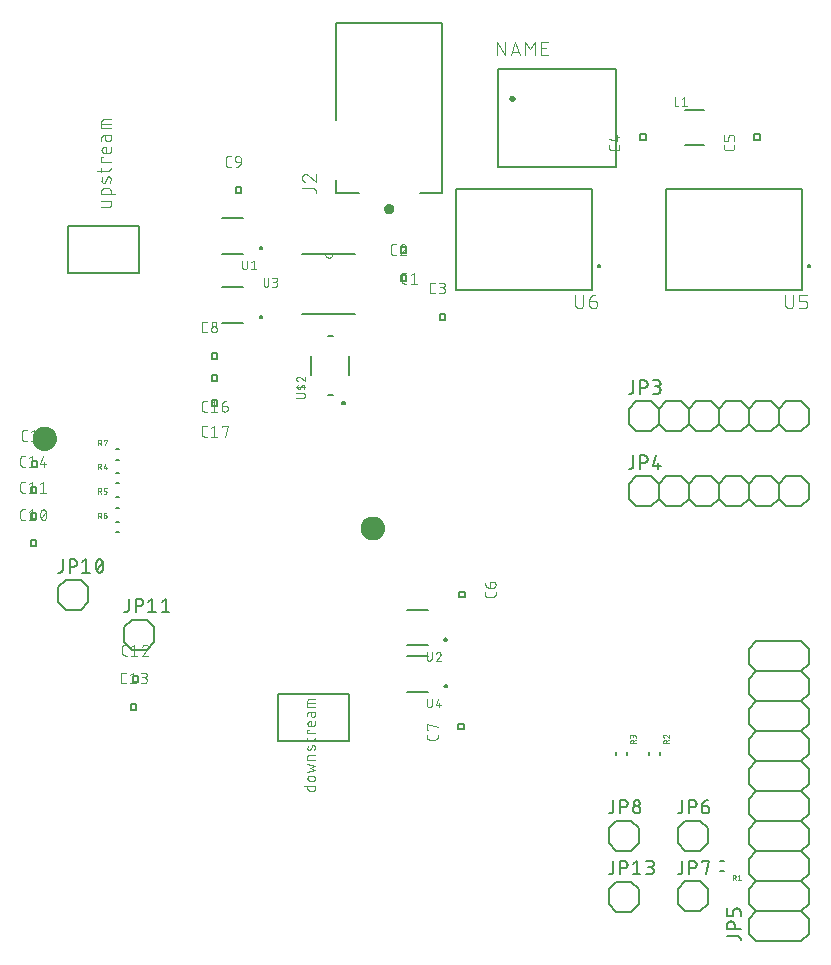
<source format=gbr>
G04 EAGLE Gerber RS-274X export*
G75*
%MOMM*%
%FSLAX34Y34*%
%LPD*%
%INSilkscreen Top*%
%IPPOS*%
%AMOC8*
5,1,8,0,0,1.08239X$1,22.5*%
G01*
%ADD10C,0.101600*%
%ADD11C,0.076200*%
%ADD12C,0.127000*%
%ADD13C,0.152400*%
%ADD14C,0.050800*%
%ADD15C,0.000000*%
%ADD16C,0.200000*%
%ADD17C,1.000000*%
%ADD18C,0.203200*%
%ADD19C,0.280000*%
%ADD20C,0.400000*%


D10*
X125053Y646938D02*
X130895Y646938D01*
X130982Y646940D01*
X131070Y646946D01*
X131156Y646956D01*
X131243Y646969D01*
X131328Y646987D01*
X131413Y647008D01*
X131497Y647033D01*
X131579Y647062D01*
X131660Y647095D01*
X131740Y647131D01*
X131818Y647170D01*
X131894Y647214D01*
X131968Y647260D01*
X132039Y647310D01*
X132109Y647363D01*
X132176Y647419D01*
X132240Y647478D01*
X132302Y647540D01*
X132361Y647604D01*
X132417Y647671D01*
X132470Y647741D01*
X132520Y647812D01*
X132566Y647886D01*
X132610Y647962D01*
X132649Y648040D01*
X132685Y648120D01*
X132718Y648201D01*
X132747Y648283D01*
X132772Y648367D01*
X132793Y648452D01*
X132811Y648537D01*
X132824Y648624D01*
X132834Y648710D01*
X132840Y648798D01*
X132842Y648885D01*
X132842Y652131D01*
X125053Y652131D01*
X125053Y657665D02*
X136737Y657665D01*
X125053Y657665D02*
X125053Y660910D01*
X125055Y660997D01*
X125061Y661085D01*
X125071Y661171D01*
X125084Y661258D01*
X125102Y661343D01*
X125123Y661428D01*
X125148Y661512D01*
X125177Y661594D01*
X125210Y661675D01*
X125246Y661755D01*
X125285Y661833D01*
X125329Y661909D01*
X125375Y661983D01*
X125425Y662054D01*
X125478Y662124D01*
X125534Y662191D01*
X125593Y662255D01*
X125654Y662317D01*
X125719Y662376D01*
X125786Y662432D01*
X125856Y662485D01*
X125927Y662535D01*
X126001Y662581D01*
X126077Y662625D01*
X126155Y662664D01*
X126235Y662700D01*
X126316Y662733D01*
X126398Y662762D01*
X126482Y662787D01*
X126567Y662808D01*
X126652Y662826D01*
X126739Y662839D01*
X126825Y662849D01*
X126913Y662855D01*
X127000Y662857D01*
X127000Y662858D02*
X130895Y662858D01*
X130895Y662857D02*
X130982Y662855D01*
X131070Y662849D01*
X131156Y662839D01*
X131243Y662826D01*
X131328Y662808D01*
X131413Y662787D01*
X131497Y662762D01*
X131579Y662733D01*
X131660Y662700D01*
X131740Y662664D01*
X131818Y662625D01*
X131894Y662581D01*
X131968Y662535D01*
X132039Y662485D01*
X132109Y662432D01*
X132176Y662376D01*
X132240Y662317D01*
X132302Y662255D01*
X132361Y662191D01*
X132417Y662124D01*
X132470Y662054D01*
X132520Y661983D01*
X132566Y661909D01*
X132610Y661833D01*
X132649Y661755D01*
X132685Y661675D01*
X132718Y661594D01*
X132747Y661512D01*
X132772Y661428D01*
X132793Y661343D01*
X132811Y661258D01*
X132824Y661171D01*
X132834Y661085D01*
X132840Y660997D01*
X132842Y660910D01*
X132842Y657665D01*
X128298Y668486D02*
X129596Y671731D01*
X128299Y668486D02*
X128266Y668411D01*
X128230Y668337D01*
X128191Y668265D01*
X128148Y668195D01*
X128102Y668128D01*
X128052Y668062D01*
X128000Y668000D01*
X127944Y667939D01*
X127886Y667882D01*
X127825Y667827D01*
X127761Y667776D01*
X127695Y667728D01*
X127626Y667683D01*
X127556Y667641D01*
X127483Y667603D01*
X127409Y667568D01*
X127333Y667537D01*
X127256Y667510D01*
X127177Y667487D01*
X127098Y667467D01*
X127017Y667452D01*
X126936Y667440D01*
X126854Y667432D01*
X126773Y667428D01*
X126691Y667429D01*
X126609Y667433D01*
X126527Y667441D01*
X126446Y667453D01*
X126366Y667469D01*
X126286Y667489D01*
X126208Y667513D01*
X126131Y667541D01*
X126055Y667572D01*
X125981Y667607D01*
X125909Y667645D01*
X125838Y667687D01*
X125770Y667733D01*
X125704Y667781D01*
X125641Y667833D01*
X125580Y667888D01*
X125522Y667946D01*
X125466Y668006D01*
X125414Y668069D01*
X125365Y668135D01*
X125319Y668203D01*
X125277Y668273D01*
X125237Y668345D01*
X125202Y668419D01*
X125170Y668494D01*
X125142Y668571D01*
X125118Y668649D01*
X125097Y668729D01*
X125080Y668809D01*
X125068Y668890D01*
X125059Y668971D01*
X125054Y669053D01*
X125053Y669135D01*
X125053Y669134D02*
X125057Y669311D01*
X125066Y669488D01*
X125080Y669665D01*
X125097Y669842D01*
X125119Y670017D01*
X125144Y670193D01*
X125175Y670367D01*
X125209Y670541D01*
X125247Y670714D01*
X125290Y670886D01*
X125337Y671057D01*
X125387Y671227D01*
X125442Y671396D01*
X125501Y671563D01*
X125564Y671729D01*
X125631Y671893D01*
X125702Y672055D01*
X129596Y671731D02*
X129629Y671806D01*
X129665Y671880D01*
X129704Y671952D01*
X129747Y672022D01*
X129793Y672089D01*
X129843Y672155D01*
X129895Y672217D01*
X129951Y672278D01*
X130009Y672335D01*
X130070Y672390D01*
X130134Y672441D01*
X130200Y672489D01*
X130269Y672534D01*
X130339Y672576D01*
X130412Y672614D01*
X130486Y672649D01*
X130562Y672680D01*
X130639Y672707D01*
X130718Y672730D01*
X130798Y672750D01*
X130878Y672765D01*
X130959Y672777D01*
X131041Y672785D01*
X131122Y672789D01*
X131204Y672788D01*
X131286Y672784D01*
X131368Y672776D01*
X131449Y672764D01*
X131529Y672748D01*
X131609Y672728D01*
X131687Y672704D01*
X131764Y672676D01*
X131840Y672645D01*
X131914Y672610D01*
X131986Y672572D01*
X132057Y672530D01*
X132125Y672484D01*
X132191Y672436D01*
X132254Y672384D01*
X132315Y672329D01*
X132373Y672271D01*
X132429Y672211D01*
X132481Y672148D01*
X132530Y672082D01*
X132576Y672014D01*
X132618Y671944D01*
X132658Y671872D01*
X132693Y671798D01*
X132725Y671723D01*
X132753Y671646D01*
X132777Y671568D01*
X132798Y671488D01*
X132815Y671408D01*
X132827Y671327D01*
X132836Y671246D01*
X132841Y671164D01*
X132842Y671082D01*
X132835Y670822D01*
X132822Y670562D01*
X132803Y670302D01*
X132778Y670043D01*
X132746Y669784D01*
X132709Y669527D01*
X132665Y669270D01*
X132616Y669014D01*
X132560Y668760D01*
X132499Y668507D01*
X132431Y668256D01*
X132357Y668006D01*
X132278Y667758D01*
X132193Y667512D01*
X125053Y676451D02*
X125053Y680345D01*
X121158Y677749D02*
X130895Y677749D01*
X130982Y677751D01*
X131070Y677757D01*
X131156Y677767D01*
X131243Y677780D01*
X131328Y677798D01*
X131413Y677819D01*
X131497Y677844D01*
X131579Y677873D01*
X131660Y677906D01*
X131740Y677942D01*
X131818Y677981D01*
X131894Y678025D01*
X131968Y678071D01*
X132039Y678121D01*
X132109Y678174D01*
X132176Y678230D01*
X132240Y678289D01*
X132302Y678351D01*
X132361Y678415D01*
X132417Y678482D01*
X132470Y678552D01*
X132520Y678623D01*
X132566Y678697D01*
X132610Y678773D01*
X132649Y678851D01*
X132685Y678931D01*
X132718Y679012D01*
X132747Y679094D01*
X132772Y679178D01*
X132793Y679263D01*
X132811Y679348D01*
X132824Y679435D01*
X132834Y679521D01*
X132840Y679609D01*
X132842Y679696D01*
X132842Y680345D01*
X132842Y685104D02*
X125053Y685104D01*
X125053Y688999D01*
X126351Y688999D01*
X132842Y694605D02*
X132842Y697851D01*
X132842Y694605D02*
X132840Y694518D01*
X132834Y694430D01*
X132824Y694344D01*
X132811Y694257D01*
X132793Y694172D01*
X132772Y694087D01*
X132747Y694003D01*
X132718Y693921D01*
X132685Y693840D01*
X132649Y693760D01*
X132610Y693682D01*
X132566Y693606D01*
X132520Y693532D01*
X132470Y693461D01*
X132417Y693391D01*
X132361Y693324D01*
X132302Y693260D01*
X132240Y693198D01*
X132176Y693139D01*
X132109Y693083D01*
X132039Y693030D01*
X131968Y692980D01*
X131894Y692934D01*
X131818Y692890D01*
X131740Y692851D01*
X131660Y692815D01*
X131579Y692782D01*
X131497Y692753D01*
X131413Y692728D01*
X131328Y692707D01*
X131243Y692689D01*
X131156Y692676D01*
X131070Y692666D01*
X130982Y692660D01*
X130895Y692658D01*
X127649Y692658D01*
X127548Y692660D01*
X127448Y692666D01*
X127348Y692676D01*
X127248Y692689D01*
X127149Y692707D01*
X127050Y692728D01*
X126953Y692753D01*
X126856Y692782D01*
X126761Y692815D01*
X126667Y692851D01*
X126575Y692891D01*
X126484Y692934D01*
X126395Y692981D01*
X126308Y693031D01*
X126222Y693085D01*
X126139Y693142D01*
X126059Y693202D01*
X125980Y693265D01*
X125904Y693332D01*
X125831Y693401D01*
X125761Y693473D01*
X125693Y693547D01*
X125628Y693624D01*
X125567Y693704D01*
X125508Y693786D01*
X125453Y693870D01*
X125401Y693956D01*
X125352Y694044D01*
X125307Y694134D01*
X125265Y694226D01*
X125227Y694319D01*
X125193Y694414D01*
X125162Y694509D01*
X125135Y694606D01*
X125112Y694704D01*
X125092Y694803D01*
X125077Y694903D01*
X125065Y695003D01*
X125057Y695103D01*
X125053Y695204D01*
X125053Y695304D01*
X125057Y695405D01*
X125065Y695505D01*
X125077Y695605D01*
X125092Y695705D01*
X125112Y695804D01*
X125135Y695902D01*
X125162Y695999D01*
X125193Y696094D01*
X125227Y696189D01*
X125265Y696282D01*
X125307Y696374D01*
X125352Y696464D01*
X125401Y696552D01*
X125453Y696638D01*
X125508Y696722D01*
X125567Y696804D01*
X125628Y696884D01*
X125693Y696961D01*
X125761Y697035D01*
X125831Y697107D01*
X125904Y697176D01*
X125980Y697243D01*
X126059Y697306D01*
X126139Y697366D01*
X126222Y697423D01*
X126308Y697477D01*
X126395Y697527D01*
X126484Y697574D01*
X126575Y697617D01*
X126667Y697657D01*
X126761Y697693D01*
X126856Y697726D01*
X126953Y697755D01*
X127050Y697780D01*
X127149Y697801D01*
X127248Y697819D01*
X127348Y697832D01*
X127448Y697842D01*
X127548Y697848D01*
X127649Y697850D01*
X127649Y697851D02*
X128947Y697851D01*
X128947Y692658D01*
X128298Y704777D02*
X128298Y707698D01*
X128298Y704777D02*
X128300Y704683D01*
X128306Y704589D01*
X128315Y704496D01*
X128329Y704403D01*
X128346Y704311D01*
X128368Y704219D01*
X128392Y704129D01*
X128421Y704039D01*
X128453Y703951D01*
X128489Y703864D01*
X128529Y703779D01*
X128572Y703696D01*
X128618Y703614D01*
X128668Y703534D01*
X128721Y703457D01*
X128777Y703382D01*
X128836Y703309D01*
X128898Y703238D01*
X128963Y703170D01*
X129031Y703105D01*
X129102Y703043D01*
X129175Y702984D01*
X129250Y702928D01*
X129327Y702875D01*
X129407Y702825D01*
X129489Y702779D01*
X129572Y702736D01*
X129657Y702696D01*
X129744Y702660D01*
X129832Y702628D01*
X129922Y702599D01*
X130012Y702575D01*
X130104Y702553D01*
X130196Y702536D01*
X130289Y702522D01*
X130382Y702513D01*
X130476Y702507D01*
X130570Y702505D01*
X130664Y702507D01*
X130758Y702513D01*
X130851Y702522D01*
X130944Y702536D01*
X131036Y702553D01*
X131128Y702575D01*
X131218Y702599D01*
X131308Y702628D01*
X131396Y702660D01*
X131483Y702696D01*
X131568Y702736D01*
X131651Y702779D01*
X131733Y702825D01*
X131813Y702875D01*
X131890Y702928D01*
X131965Y702984D01*
X132038Y703043D01*
X132109Y703105D01*
X132177Y703170D01*
X132242Y703238D01*
X132304Y703309D01*
X132363Y703382D01*
X132419Y703457D01*
X132472Y703534D01*
X132522Y703614D01*
X132568Y703696D01*
X132611Y703779D01*
X132651Y703864D01*
X132687Y703951D01*
X132719Y704039D01*
X132748Y704129D01*
X132772Y704219D01*
X132794Y704311D01*
X132811Y704403D01*
X132825Y704496D01*
X132834Y704589D01*
X132840Y704683D01*
X132842Y704777D01*
X132842Y707698D01*
X127000Y707698D01*
X126913Y707696D01*
X126825Y707690D01*
X126739Y707680D01*
X126652Y707667D01*
X126567Y707649D01*
X126482Y707628D01*
X126398Y707603D01*
X126316Y707574D01*
X126235Y707541D01*
X126155Y707505D01*
X126077Y707466D01*
X126001Y707422D01*
X125927Y707376D01*
X125856Y707326D01*
X125786Y707273D01*
X125719Y707217D01*
X125655Y707158D01*
X125593Y707096D01*
X125534Y707032D01*
X125478Y706965D01*
X125425Y706895D01*
X125375Y706824D01*
X125329Y706750D01*
X125285Y706674D01*
X125246Y706596D01*
X125210Y706516D01*
X125177Y706435D01*
X125148Y706353D01*
X125123Y706269D01*
X125102Y706184D01*
X125084Y706099D01*
X125071Y706012D01*
X125061Y705926D01*
X125055Y705838D01*
X125053Y705751D01*
X125053Y703154D01*
X125053Y713458D02*
X132842Y713458D01*
X125053Y713458D02*
X125053Y719300D01*
X125055Y719387D01*
X125061Y719475D01*
X125071Y719561D01*
X125084Y719648D01*
X125102Y719733D01*
X125123Y719818D01*
X125148Y719902D01*
X125177Y719984D01*
X125210Y720065D01*
X125246Y720145D01*
X125285Y720223D01*
X125329Y720299D01*
X125375Y720373D01*
X125425Y720444D01*
X125478Y720514D01*
X125534Y720581D01*
X125593Y720645D01*
X125655Y720707D01*
X125719Y720766D01*
X125786Y720822D01*
X125856Y720875D01*
X125927Y720925D01*
X126001Y720971D01*
X126077Y721015D01*
X126155Y721054D01*
X126235Y721090D01*
X126316Y721123D01*
X126398Y721152D01*
X126482Y721177D01*
X126567Y721198D01*
X126652Y721216D01*
X126739Y721229D01*
X126825Y721239D01*
X126913Y721245D01*
X127000Y721247D01*
X132842Y721247D01*
X132842Y717352D02*
X125053Y717352D01*
D11*
X296291Y156958D02*
X305689Y156958D01*
X305689Y154347D01*
X305687Y154270D01*
X305681Y154194D01*
X305672Y154117D01*
X305659Y154041D01*
X305642Y153966D01*
X305622Y153892D01*
X305597Y153819D01*
X305570Y153748D01*
X305539Y153677D01*
X305504Y153609D01*
X305466Y153542D01*
X305425Y153477D01*
X305381Y153414D01*
X305334Y153354D01*
X305283Y153295D01*
X305230Y153240D01*
X305175Y153187D01*
X305116Y153136D01*
X305056Y153089D01*
X304993Y153045D01*
X304928Y153004D01*
X304861Y152966D01*
X304793Y152931D01*
X304722Y152900D01*
X304651Y152873D01*
X304578Y152848D01*
X304504Y152828D01*
X304429Y152811D01*
X304353Y152798D01*
X304276Y152789D01*
X304200Y152783D01*
X304123Y152781D01*
X300990Y152781D01*
X300913Y152783D01*
X300837Y152789D01*
X300760Y152798D01*
X300684Y152811D01*
X300609Y152828D01*
X300535Y152848D01*
X300462Y152873D01*
X300391Y152900D01*
X300320Y152931D01*
X300252Y152966D01*
X300185Y153004D01*
X300120Y153045D01*
X300057Y153089D01*
X299997Y153136D01*
X299938Y153187D01*
X299883Y153240D01*
X299830Y153295D01*
X299779Y153354D01*
X299732Y153414D01*
X299688Y153477D01*
X299647Y153542D01*
X299609Y153609D01*
X299574Y153677D01*
X299543Y153748D01*
X299516Y153819D01*
X299491Y153892D01*
X299471Y153966D01*
X299454Y154041D01*
X299441Y154117D01*
X299432Y154194D01*
X299426Y154270D01*
X299424Y154347D01*
X299424Y156958D01*
X301512Y161056D02*
X303601Y161056D01*
X301512Y161057D02*
X301422Y161059D01*
X301333Y161065D01*
X301243Y161074D01*
X301154Y161088D01*
X301066Y161105D01*
X300979Y161126D01*
X300892Y161151D01*
X300807Y161180D01*
X300723Y161212D01*
X300641Y161247D01*
X300560Y161287D01*
X300481Y161329D01*
X300404Y161375D01*
X300329Y161425D01*
X300256Y161477D01*
X300185Y161533D01*
X300117Y161591D01*
X300052Y161653D01*
X299989Y161717D01*
X299929Y161784D01*
X299872Y161853D01*
X299818Y161925D01*
X299767Y161999D01*
X299719Y162075D01*
X299675Y162153D01*
X299634Y162233D01*
X299596Y162315D01*
X299562Y162398D01*
X299532Y162483D01*
X299505Y162569D01*
X299482Y162655D01*
X299463Y162743D01*
X299448Y162832D01*
X299436Y162921D01*
X299428Y163010D01*
X299424Y163100D01*
X299424Y163190D01*
X299428Y163280D01*
X299436Y163369D01*
X299448Y163458D01*
X299463Y163547D01*
X299482Y163635D01*
X299505Y163721D01*
X299532Y163807D01*
X299562Y163892D01*
X299596Y163975D01*
X299634Y164057D01*
X299675Y164137D01*
X299719Y164215D01*
X299767Y164291D01*
X299818Y164365D01*
X299872Y164437D01*
X299929Y164506D01*
X299989Y164573D01*
X300052Y164637D01*
X300117Y164699D01*
X300185Y164757D01*
X300256Y164813D01*
X300329Y164865D01*
X300404Y164915D01*
X300481Y164961D01*
X300560Y165003D01*
X300641Y165043D01*
X300723Y165078D01*
X300807Y165110D01*
X300892Y165139D01*
X300979Y165164D01*
X301066Y165185D01*
X301154Y165202D01*
X301243Y165216D01*
X301333Y165225D01*
X301422Y165231D01*
X301512Y165233D01*
X303601Y165233D01*
X303691Y165231D01*
X303780Y165225D01*
X303870Y165216D01*
X303959Y165202D01*
X304047Y165185D01*
X304134Y165164D01*
X304221Y165139D01*
X304306Y165110D01*
X304390Y165078D01*
X304472Y165043D01*
X304553Y165003D01*
X304632Y164961D01*
X304709Y164915D01*
X304784Y164865D01*
X304857Y164813D01*
X304928Y164757D01*
X304996Y164699D01*
X305061Y164637D01*
X305124Y164573D01*
X305184Y164506D01*
X305241Y164437D01*
X305295Y164365D01*
X305346Y164291D01*
X305394Y164215D01*
X305438Y164137D01*
X305479Y164057D01*
X305517Y163975D01*
X305551Y163892D01*
X305581Y163807D01*
X305608Y163721D01*
X305631Y163635D01*
X305650Y163547D01*
X305665Y163458D01*
X305677Y163369D01*
X305685Y163280D01*
X305689Y163190D01*
X305689Y163100D01*
X305685Y163010D01*
X305677Y162921D01*
X305665Y162832D01*
X305650Y162743D01*
X305631Y162655D01*
X305608Y162569D01*
X305581Y162483D01*
X305551Y162398D01*
X305517Y162315D01*
X305479Y162233D01*
X305438Y162153D01*
X305394Y162075D01*
X305346Y161999D01*
X305295Y161925D01*
X305241Y161853D01*
X305184Y161784D01*
X305124Y161717D01*
X305061Y161653D01*
X304996Y161591D01*
X304928Y161533D01*
X304857Y161477D01*
X304784Y161425D01*
X304709Y161375D01*
X304632Y161329D01*
X304553Y161287D01*
X304472Y161247D01*
X304390Y161212D01*
X304306Y161180D01*
X304221Y161151D01*
X304134Y161126D01*
X304047Y161105D01*
X303959Y161088D01*
X303870Y161074D01*
X303780Y161065D01*
X303691Y161059D01*
X303601Y161057D01*
X299424Y168851D02*
X305689Y170417D01*
X301512Y171984D01*
X305689Y173550D01*
X299424Y175116D01*
X299424Y179039D02*
X305689Y179039D01*
X299424Y179039D02*
X299424Y181650D01*
X299426Y181727D01*
X299432Y181803D01*
X299441Y181880D01*
X299454Y181956D01*
X299471Y182031D01*
X299491Y182105D01*
X299516Y182178D01*
X299543Y182249D01*
X299574Y182320D01*
X299609Y182388D01*
X299647Y182455D01*
X299688Y182520D01*
X299732Y182583D01*
X299779Y182643D01*
X299830Y182702D01*
X299883Y182757D01*
X299938Y182810D01*
X299997Y182861D01*
X300057Y182908D01*
X300120Y182952D01*
X300185Y182993D01*
X300252Y183031D01*
X300320Y183066D01*
X300391Y183097D01*
X300462Y183124D01*
X300535Y183149D01*
X300609Y183169D01*
X300684Y183186D01*
X300760Y183199D01*
X300836Y183208D01*
X300913Y183214D01*
X300990Y183216D01*
X305689Y183216D01*
X302034Y188052D02*
X303078Y190663D01*
X302034Y188052D02*
X302006Y187986D01*
X301973Y187921D01*
X301938Y187858D01*
X301899Y187797D01*
X301857Y187738D01*
X301812Y187682D01*
X301764Y187628D01*
X301713Y187577D01*
X301660Y187528D01*
X301603Y187483D01*
X301545Y187440D01*
X301485Y187401D01*
X301422Y187364D01*
X301357Y187332D01*
X301291Y187303D01*
X301224Y187277D01*
X301155Y187255D01*
X301085Y187237D01*
X301014Y187222D01*
X300943Y187211D01*
X300871Y187204D01*
X300799Y187201D01*
X300727Y187202D01*
X300654Y187207D01*
X300583Y187215D01*
X300511Y187227D01*
X300441Y187243D01*
X300372Y187263D01*
X300303Y187287D01*
X300236Y187314D01*
X300171Y187344D01*
X300107Y187378D01*
X300045Y187416D01*
X299985Y187456D01*
X299928Y187500D01*
X299873Y187547D01*
X299820Y187597D01*
X299771Y187649D01*
X299724Y187704D01*
X299680Y187761D01*
X299639Y187821D01*
X299602Y187883D01*
X299567Y187947D01*
X299537Y188012D01*
X299509Y188079D01*
X299486Y188147D01*
X299466Y188217D01*
X299450Y188287D01*
X299437Y188358D01*
X299429Y188430D01*
X299424Y188502D01*
X299423Y188574D01*
X299424Y188575D02*
X299428Y188726D01*
X299436Y188877D01*
X299447Y189028D01*
X299463Y189179D01*
X299483Y189329D01*
X299506Y189479D01*
X299533Y189628D01*
X299564Y189776D01*
X299599Y189924D01*
X299637Y190070D01*
X299680Y190216D01*
X299726Y190360D01*
X299775Y190503D01*
X299828Y190645D01*
X299885Y190785D01*
X299946Y190924D01*
X303078Y190663D02*
X303106Y190729D01*
X303139Y190794D01*
X303174Y190857D01*
X303213Y190918D01*
X303255Y190977D01*
X303300Y191033D01*
X303348Y191087D01*
X303399Y191138D01*
X303452Y191187D01*
X303509Y191233D01*
X303567Y191275D01*
X303627Y191314D01*
X303690Y191351D01*
X303755Y191383D01*
X303821Y191412D01*
X303888Y191438D01*
X303957Y191460D01*
X304027Y191478D01*
X304098Y191493D01*
X304169Y191504D01*
X304241Y191511D01*
X304313Y191514D01*
X304385Y191513D01*
X304458Y191508D01*
X304529Y191500D01*
X304601Y191488D01*
X304671Y191472D01*
X304740Y191452D01*
X304809Y191428D01*
X304876Y191401D01*
X304941Y191371D01*
X305005Y191337D01*
X305067Y191299D01*
X305127Y191259D01*
X305184Y191215D01*
X305239Y191168D01*
X305292Y191118D01*
X305341Y191066D01*
X305388Y191011D01*
X305432Y190954D01*
X305473Y190894D01*
X305510Y190832D01*
X305545Y190768D01*
X305575Y190703D01*
X305603Y190636D01*
X305626Y190568D01*
X305646Y190498D01*
X305662Y190428D01*
X305675Y190357D01*
X305683Y190285D01*
X305688Y190213D01*
X305689Y190141D01*
X305684Y189931D01*
X305673Y189722D01*
X305658Y189513D01*
X305638Y189305D01*
X305612Y189097D01*
X305582Y188890D01*
X305547Y188683D01*
X305507Y188478D01*
X305463Y188273D01*
X305413Y188070D01*
X305359Y187867D01*
X305299Y187666D01*
X305236Y187467D01*
X305167Y187269D01*
X299424Y194425D02*
X299424Y197558D01*
X296291Y195469D02*
X304123Y195469D01*
X304200Y195471D01*
X304276Y195477D01*
X304353Y195486D01*
X304429Y195499D01*
X304504Y195516D01*
X304578Y195536D01*
X304651Y195561D01*
X304722Y195588D01*
X304793Y195619D01*
X304861Y195654D01*
X304928Y195692D01*
X304993Y195733D01*
X305056Y195777D01*
X305116Y195824D01*
X305175Y195875D01*
X305230Y195928D01*
X305283Y195983D01*
X305334Y196042D01*
X305381Y196102D01*
X305425Y196165D01*
X305466Y196230D01*
X305504Y196297D01*
X305539Y196365D01*
X305570Y196436D01*
X305597Y196507D01*
X305622Y196580D01*
X305642Y196654D01*
X305659Y196729D01*
X305672Y196805D01*
X305681Y196882D01*
X305687Y196958D01*
X305689Y197035D01*
X305689Y197558D01*
X305689Y201341D02*
X299424Y201341D01*
X299424Y204474D01*
X300468Y204474D01*
X305689Y208952D02*
X305689Y211562D01*
X305689Y208952D02*
X305687Y208875D01*
X305681Y208799D01*
X305672Y208722D01*
X305659Y208646D01*
X305642Y208571D01*
X305622Y208497D01*
X305597Y208424D01*
X305570Y208353D01*
X305539Y208282D01*
X305504Y208214D01*
X305466Y208147D01*
X305425Y208082D01*
X305381Y208019D01*
X305334Y207959D01*
X305283Y207900D01*
X305230Y207845D01*
X305175Y207792D01*
X305116Y207741D01*
X305056Y207694D01*
X304993Y207650D01*
X304928Y207609D01*
X304861Y207571D01*
X304793Y207536D01*
X304722Y207505D01*
X304651Y207478D01*
X304578Y207453D01*
X304504Y207433D01*
X304429Y207416D01*
X304353Y207403D01*
X304276Y207394D01*
X304200Y207388D01*
X304123Y207386D01*
X301512Y207386D01*
X301422Y207388D01*
X301333Y207394D01*
X301243Y207403D01*
X301154Y207417D01*
X301066Y207434D01*
X300979Y207455D01*
X300892Y207480D01*
X300807Y207509D01*
X300723Y207541D01*
X300641Y207576D01*
X300560Y207616D01*
X300481Y207658D01*
X300404Y207704D01*
X300329Y207754D01*
X300256Y207806D01*
X300185Y207862D01*
X300117Y207920D01*
X300052Y207982D01*
X299989Y208046D01*
X299929Y208113D01*
X299872Y208182D01*
X299818Y208254D01*
X299767Y208328D01*
X299719Y208404D01*
X299675Y208482D01*
X299634Y208562D01*
X299596Y208644D01*
X299562Y208727D01*
X299532Y208812D01*
X299505Y208898D01*
X299482Y208984D01*
X299463Y209072D01*
X299448Y209161D01*
X299436Y209250D01*
X299428Y209339D01*
X299424Y209429D01*
X299424Y209519D01*
X299428Y209609D01*
X299436Y209698D01*
X299448Y209787D01*
X299463Y209876D01*
X299482Y209964D01*
X299505Y210050D01*
X299532Y210136D01*
X299562Y210221D01*
X299596Y210304D01*
X299634Y210386D01*
X299675Y210466D01*
X299719Y210544D01*
X299767Y210620D01*
X299818Y210694D01*
X299872Y210766D01*
X299929Y210835D01*
X299989Y210902D01*
X300052Y210966D01*
X300117Y211028D01*
X300185Y211086D01*
X300256Y211142D01*
X300329Y211194D01*
X300404Y211244D01*
X300481Y211290D01*
X300560Y211332D01*
X300641Y211372D01*
X300723Y211407D01*
X300807Y211439D01*
X300892Y211468D01*
X300979Y211493D01*
X301066Y211514D01*
X301154Y211531D01*
X301243Y211545D01*
X301333Y211554D01*
X301422Y211560D01*
X301512Y211562D01*
X302556Y211562D01*
X302556Y207386D01*
X302034Y217092D02*
X302034Y219442D01*
X302035Y217092D02*
X302037Y217008D01*
X302043Y216923D01*
X302053Y216840D01*
X302066Y216756D01*
X302084Y216674D01*
X302105Y216592D01*
X302130Y216511D01*
X302158Y216432D01*
X302191Y216354D01*
X302227Y216278D01*
X302266Y216203D01*
X302309Y216130D01*
X302355Y216059D01*
X302404Y215991D01*
X302456Y215925D01*
X302512Y215861D01*
X302570Y215800D01*
X302631Y215742D01*
X302695Y215686D01*
X302761Y215634D01*
X302829Y215585D01*
X302900Y215539D01*
X302973Y215496D01*
X303048Y215457D01*
X303124Y215421D01*
X303202Y215388D01*
X303281Y215360D01*
X303362Y215335D01*
X303444Y215314D01*
X303526Y215296D01*
X303610Y215283D01*
X303693Y215273D01*
X303778Y215267D01*
X303862Y215265D01*
X303946Y215267D01*
X304031Y215273D01*
X304114Y215283D01*
X304198Y215296D01*
X304280Y215314D01*
X304362Y215335D01*
X304443Y215360D01*
X304522Y215388D01*
X304600Y215421D01*
X304676Y215457D01*
X304751Y215496D01*
X304824Y215539D01*
X304895Y215585D01*
X304963Y215634D01*
X305029Y215686D01*
X305093Y215742D01*
X305154Y215800D01*
X305212Y215861D01*
X305268Y215925D01*
X305320Y215991D01*
X305369Y216059D01*
X305415Y216130D01*
X305458Y216203D01*
X305497Y216278D01*
X305533Y216354D01*
X305566Y216432D01*
X305594Y216511D01*
X305619Y216592D01*
X305640Y216674D01*
X305658Y216756D01*
X305671Y216840D01*
X305681Y216923D01*
X305687Y217008D01*
X305689Y217092D01*
X305689Y219442D01*
X300990Y219442D01*
X300990Y219441D02*
X300913Y219439D01*
X300837Y219433D01*
X300760Y219424D01*
X300684Y219411D01*
X300609Y219394D01*
X300535Y219374D01*
X300462Y219349D01*
X300391Y219322D01*
X300320Y219291D01*
X300252Y219256D01*
X300185Y219218D01*
X300120Y219177D01*
X300057Y219133D01*
X299997Y219086D01*
X299938Y219035D01*
X299883Y218982D01*
X299830Y218927D01*
X299779Y218868D01*
X299732Y218808D01*
X299688Y218745D01*
X299647Y218680D01*
X299609Y218613D01*
X299574Y218545D01*
X299543Y218474D01*
X299516Y218403D01*
X299491Y218330D01*
X299471Y218256D01*
X299454Y218181D01*
X299441Y218105D01*
X299432Y218028D01*
X299426Y217952D01*
X299424Y217875D01*
X299424Y215787D01*
X299424Y224020D02*
X305689Y224020D01*
X299424Y224020D02*
X299424Y228719D01*
X299426Y228796D01*
X299432Y228872D01*
X299441Y228949D01*
X299454Y229025D01*
X299471Y229100D01*
X299491Y229174D01*
X299516Y229247D01*
X299543Y229318D01*
X299574Y229389D01*
X299609Y229457D01*
X299647Y229524D01*
X299688Y229589D01*
X299732Y229652D01*
X299779Y229712D01*
X299830Y229771D01*
X299883Y229826D01*
X299938Y229879D01*
X299997Y229930D01*
X300057Y229977D01*
X300120Y230021D01*
X300185Y230062D01*
X300252Y230100D01*
X300320Y230135D01*
X300391Y230166D01*
X300462Y230193D01*
X300535Y230218D01*
X300609Y230238D01*
X300684Y230255D01*
X300760Y230268D01*
X300837Y230277D01*
X300913Y230283D01*
X300990Y230285D01*
X305689Y230285D01*
X305689Y227152D02*
X299424Y227152D01*
D12*
X378714Y608330D02*
X383286Y608330D01*
X383286Y613410D02*
X378714Y613410D01*
X378714Y608330D01*
X383286Y608330D02*
X383286Y613410D01*
D10*
X383256Y582168D02*
X381224Y582168D01*
X381135Y582170D01*
X381047Y582176D01*
X380959Y582185D01*
X380871Y582199D01*
X380784Y582216D01*
X380698Y582237D01*
X380613Y582262D01*
X380529Y582291D01*
X380446Y582323D01*
X380365Y582358D01*
X380286Y582398D01*
X380208Y582440D01*
X380132Y582486D01*
X380058Y582535D01*
X379987Y582588D01*
X379918Y582643D01*
X379851Y582702D01*
X379787Y582763D01*
X379726Y582827D01*
X379667Y582894D01*
X379612Y582963D01*
X379559Y583034D01*
X379510Y583108D01*
X379464Y583184D01*
X379422Y583262D01*
X379382Y583341D01*
X379347Y583422D01*
X379315Y583505D01*
X379286Y583589D01*
X379261Y583674D01*
X379240Y583760D01*
X379223Y583847D01*
X379209Y583935D01*
X379200Y584023D01*
X379194Y584111D01*
X379192Y584200D01*
X379192Y589280D01*
X379194Y589369D01*
X379200Y589457D01*
X379209Y589545D01*
X379223Y589633D01*
X379240Y589720D01*
X379261Y589806D01*
X379286Y589891D01*
X379315Y589975D01*
X379347Y590058D01*
X379382Y590139D01*
X379422Y590218D01*
X379464Y590296D01*
X379510Y590372D01*
X379559Y590446D01*
X379612Y590517D01*
X379667Y590586D01*
X379726Y590653D01*
X379787Y590717D01*
X379851Y590778D01*
X379918Y590837D01*
X379987Y590892D01*
X380058Y590945D01*
X380132Y590994D01*
X380208Y591040D01*
X380286Y591082D01*
X380365Y591122D01*
X380446Y591157D01*
X380529Y591189D01*
X380613Y591218D01*
X380698Y591243D01*
X380784Y591264D01*
X380871Y591281D01*
X380959Y591295D01*
X381047Y591304D01*
X381135Y591310D01*
X381224Y591312D01*
X383256Y591312D01*
X386842Y589280D02*
X389382Y591312D01*
X389382Y582168D01*
X386842Y582168D02*
X391922Y582168D01*
D12*
X383286Y589280D02*
X378714Y589280D01*
X378714Y584200D02*
X383286Y584200D01*
X383286Y589280D01*
X378714Y589280D02*
X378714Y584200D01*
D10*
X374142Y606298D02*
X372110Y606298D01*
X372021Y606300D01*
X371933Y606306D01*
X371845Y606315D01*
X371757Y606329D01*
X371670Y606346D01*
X371584Y606367D01*
X371499Y606392D01*
X371415Y606421D01*
X371332Y606453D01*
X371251Y606488D01*
X371172Y606528D01*
X371094Y606570D01*
X371018Y606616D01*
X370944Y606665D01*
X370873Y606718D01*
X370804Y606773D01*
X370737Y606832D01*
X370673Y606893D01*
X370612Y606957D01*
X370553Y607024D01*
X370498Y607093D01*
X370445Y607164D01*
X370396Y607238D01*
X370350Y607314D01*
X370308Y607392D01*
X370268Y607471D01*
X370233Y607552D01*
X370201Y607635D01*
X370172Y607719D01*
X370147Y607804D01*
X370126Y607890D01*
X370109Y607977D01*
X370095Y608065D01*
X370086Y608153D01*
X370080Y608241D01*
X370078Y608330D01*
X370078Y613410D01*
X370080Y613499D01*
X370086Y613587D01*
X370095Y613675D01*
X370109Y613763D01*
X370126Y613850D01*
X370147Y613936D01*
X370172Y614021D01*
X370201Y614105D01*
X370233Y614188D01*
X370268Y614269D01*
X370308Y614348D01*
X370350Y614426D01*
X370396Y614502D01*
X370445Y614576D01*
X370498Y614647D01*
X370553Y614716D01*
X370612Y614783D01*
X370673Y614847D01*
X370737Y614908D01*
X370804Y614967D01*
X370873Y615022D01*
X370944Y615075D01*
X371018Y615124D01*
X371094Y615170D01*
X371172Y615212D01*
X371251Y615252D01*
X371332Y615287D01*
X371415Y615319D01*
X371499Y615348D01*
X371584Y615373D01*
X371670Y615394D01*
X371757Y615411D01*
X371845Y615425D01*
X371933Y615434D01*
X372021Y615440D01*
X372110Y615442D01*
X374142Y615442D01*
X380522Y615442D02*
X380616Y615440D01*
X380711Y615434D01*
X380805Y615424D01*
X380898Y615411D01*
X380991Y615393D01*
X381083Y615372D01*
X381174Y615347D01*
X381264Y615318D01*
X381353Y615286D01*
X381440Y615249D01*
X381526Y615210D01*
X381610Y615166D01*
X381692Y615120D01*
X381772Y615070D01*
X381850Y615016D01*
X381926Y614960D01*
X381999Y614900D01*
X382070Y614838D01*
X382138Y614772D01*
X382204Y614704D01*
X382266Y614633D01*
X382326Y614560D01*
X382382Y614484D01*
X382436Y614406D01*
X382486Y614326D01*
X382532Y614244D01*
X382576Y614160D01*
X382615Y614074D01*
X382652Y613987D01*
X382684Y613898D01*
X382713Y613808D01*
X382738Y613717D01*
X382759Y613625D01*
X382777Y613532D01*
X382790Y613439D01*
X382800Y613345D01*
X382806Y613250D01*
X382808Y613156D01*
X380522Y615442D02*
X380416Y615440D01*
X380311Y615434D01*
X380206Y615425D01*
X380101Y615412D01*
X379997Y615395D01*
X379894Y615374D01*
X379791Y615350D01*
X379689Y615321D01*
X379589Y615290D01*
X379489Y615254D01*
X379391Y615216D01*
X379295Y615173D01*
X379199Y615127D01*
X379106Y615078D01*
X379015Y615026D01*
X378925Y614970D01*
X378837Y614911D01*
X378752Y614849D01*
X378669Y614784D01*
X378588Y614716D01*
X378510Y614645D01*
X378435Y614571D01*
X378362Y614495D01*
X378292Y614416D01*
X378225Y614335D01*
X378160Y614251D01*
X378099Y614165D01*
X378041Y614077D01*
X377986Y613987D01*
X377935Y613895D01*
X377886Y613801D01*
X377841Y613705D01*
X377800Y613608D01*
X377762Y613510D01*
X377728Y613410D01*
X382046Y611378D02*
X382113Y611445D01*
X382178Y611514D01*
X382240Y611586D01*
X382299Y611659D01*
X382355Y611736D01*
X382409Y611814D01*
X382459Y611894D01*
X382506Y611976D01*
X382550Y612060D01*
X382590Y612146D01*
X382628Y612233D01*
X382662Y612321D01*
X382692Y612411D01*
X382719Y612501D01*
X382743Y612593D01*
X382763Y612686D01*
X382779Y612779D01*
X382792Y612873D01*
X382801Y612967D01*
X382806Y613061D01*
X382808Y613156D01*
X382046Y611378D02*
X377728Y606298D01*
X382808Y606298D01*
D13*
X654050Y482600D02*
X666750Y482600D01*
X673100Y476250D01*
X673100Y463550D01*
X666750Y457200D01*
X673100Y476250D02*
X679450Y482600D01*
X692150Y482600D01*
X698500Y476250D01*
X698500Y463550D01*
X692150Y457200D01*
X679450Y457200D01*
X673100Y463550D01*
X628650Y482600D02*
X622300Y476250D01*
X628650Y482600D02*
X641350Y482600D01*
X647700Y476250D01*
X647700Y463550D01*
X641350Y457200D01*
X628650Y457200D01*
X622300Y463550D01*
X647700Y476250D02*
X654050Y482600D01*
X647700Y463550D02*
X654050Y457200D01*
X666750Y457200D01*
X590550Y482600D02*
X577850Y482600D01*
X590550Y482600D02*
X596900Y476250D01*
X596900Y463550D01*
X590550Y457200D01*
X596900Y476250D02*
X603250Y482600D01*
X615950Y482600D01*
X622300Y476250D01*
X622300Y463550D01*
X615950Y457200D01*
X603250Y457200D01*
X596900Y463550D01*
X571500Y463550D02*
X571500Y476250D01*
X577850Y482600D01*
X571500Y463550D02*
X577850Y457200D01*
X590550Y457200D01*
X704850Y482600D02*
X717550Y482600D01*
X723900Y476250D01*
X723900Y463550D01*
X717550Y457200D01*
X698500Y476250D02*
X704850Y482600D01*
X698500Y463550D02*
X704850Y457200D01*
X717550Y457200D01*
D12*
X575183Y491363D02*
X575183Y500253D01*
X575183Y491363D02*
X575181Y491263D01*
X575175Y491164D01*
X575165Y491064D01*
X575152Y490966D01*
X575134Y490867D01*
X575113Y490770D01*
X575088Y490674D01*
X575059Y490578D01*
X575026Y490484D01*
X574990Y490391D01*
X574950Y490300D01*
X574906Y490210D01*
X574859Y490122D01*
X574809Y490036D01*
X574755Y489952D01*
X574698Y489870D01*
X574638Y489791D01*
X574574Y489713D01*
X574508Y489639D01*
X574439Y489567D01*
X574367Y489498D01*
X574293Y489432D01*
X574215Y489368D01*
X574136Y489308D01*
X574054Y489251D01*
X573970Y489197D01*
X573884Y489147D01*
X573796Y489100D01*
X573706Y489056D01*
X573615Y489016D01*
X573522Y488980D01*
X573428Y488947D01*
X573332Y488918D01*
X573236Y488893D01*
X573139Y488872D01*
X573040Y488854D01*
X572942Y488841D01*
X572842Y488831D01*
X572743Y488825D01*
X572643Y488823D01*
X571373Y488823D01*
X581163Y488823D02*
X581163Y500253D01*
X584338Y500253D01*
X584449Y500251D01*
X584559Y500245D01*
X584670Y500236D01*
X584780Y500222D01*
X584889Y500205D01*
X584998Y500184D01*
X585106Y500159D01*
X585213Y500130D01*
X585319Y500098D01*
X585424Y500062D01*
X585527Y500022D01*
X585629Y499979D01*
X585730Y499932D01*
X585829Y499881D01*
X585926Y499828D01*
X586020Y499771D01*
X586113Y499710D01*
X586204Y499647D01*
X586293Y499580D01*
X586379Y499510D01*
X586462Y499437D01*
X586544Y499362D01*
X586622Y499284D01*
X586697Y499202D01*
X586770Y499119D01*
X586840Y499033D01*
X586907Y498944D01*
X586970Y498853D01*
X587031Y498760D01*
X587088Y498665D01*
X587141Y498569D01*
X587192Y498470D01*
X587239Y498369D01*
X587282Y498267D01*
X587322Y498164D01*
X587358Y498059D01*
X587390Y497953D01*
X587419Y497846D01*
X587444Y497738D01*
X587465Y497629D01*
X587482Y497520D01*
X587496Y497410D01*
X587505Y497299D01*
X587511Y497189D01*
X587513Y497078D01*
X587511Y496967D01*
X587505Y496857D01*
X587496Y496746D01*
X587482Y496636D01*
X587465Y496527D01*
X587444Y496418D01*
X587419Y496310D01*
X587390Y496203D01*
X587358Y496097D01*
X587322Y495992D01*
X587282Y495889D01*
X587239Y495787D01*
X587192Y495686D01*
X587141Y495587D01*
X587088Y495490D01*
X587031Y495396D01*
X586970Y495303D01*
X586907Y495212D01*
X586840Y495123D01*
X586770Y495037D01*
X586697Y494954D01*
X586622Y494872D01*
X586544Y494794D01*
X586462Y494719D01*
X586379Y494646D01*
X586293Y494576D01*
X586204Y494509D01*
X586113Y494446D01*
X586020Y494385D01*
X585926Y494328D01*
X585829Y494275D01*
X585730Y494224D01*
X585629Y494177D01*
X585527Y494134D01*
X585424Y494094D01*
X585319Y494058D01*
X585213Y494026D01*
X585106Y493997D01*
X584998Y493972D01*
X584889Y493951D01*
X584780Y493934D01*
X584670Y493920D01*
X584559Y493911D01*
X584449Y493905D01*
X584338Y493903D01*
X581163Y493903D01*
X592022Y488823D02*
X595197Y488823D01*
X595308Y488825D01*
X595418Y488831D01*
X595529Y488840D01*
X595639Y488854D01*
X595748Y488871D01*
X595857Y488892D01*
X595965Y488917D01*
X596072Y488946D01*
X596178Y488978D01*
X596283Y489014D01*
X596386Y489054D01*
X596488Y489097D01*
X596589Y489144D01*
X596688Y489195D01*
X596785Y489248D01*
X596879Y489305D01*
X596972Y489366D01*
X597063Y489429D01*
X597152Y489496D01*
X597238Y489566D01*
X597321Y489639D01*
X597403Y489714D01*
X597481Y489792D01*
X597556Y489874D01*
X597629Y489957D01*
X597699Y490043D01*
X597766Y490132D01*
X597829Y490223D01*
X597890Y490316D01*
X597947Y490410D01*
X598000Y490507D01*
X598051Y490606D01*
X598098Y490707D01*
X598141Y490809D01*
X598181Y490912D01*
X598217Y491017D01*
X598249Y491123D01*
X598278Y491230D01*
X598303Y491338D01*
X598324Y491447D01*
X598341Y491556D01*
X598355Y491666D01*
X598364Y491777D01*
X598370Y491887D01*
X598372Y491998D01*
X598370Y492109D01*
X598364Y492219D01*
X598355Y492330D01*
X598341Y492440D01*
X598324Y492549D01*
X598303Y492658D01*
X598278Y492766D01*
X598249Y492873D01*
X598217Y492979D01*
X598181Y493084D01*
X598141Y493187D01*
X598098Y493289D01*
X598051Y493390D01*
X598000Y493489D01*
X597947Y493585D01*
X597890Y493680D01*
X597829Y493773D01*
X597766Y493864D01*
X597699Y493953D01*
X597629Y494039D01*
X597556Y494122D01*
X597481Y494204D01*
X597403Y494282D01*
X597321Y494357D01*
X597238Y494430D01*
X597152Y494500D01*
X597063Y494567D01*
X596972Y494630D01*
X596879Y494691D01*
X596785Y494748D01*
X596688Y494801D01*
X596589Y494852D01*
X596488Y494899D01*
X596386Y494942D01*
X596283Y494982D01*
X596178Y495018D01*
X596072Y495050D01*
X595965Y495079D01*
X595857Y495104D01*
X595748Y495125D01*
X595639Y495142D01*
X595529Y495156D01*
X595418Y495165D01*
X595308Y495171D01*
X595197Y495173D01*
X595832Y500253D02*
X592022Y500253D01*
X595832Y500253D02*
X595932Y500251D01*
X596031Y500245D01*
X596131Y500235D01*
X596229Y500222D01*
X596328Y500204D01*
X596425Y500183D01*
X596521Y500158D01*
X596617Y500129D01*
X596711Y500096D01*
X596804Y500060D01*
X596895Y500020D01*
X596985Y499976D01*
X597073Y499929D01*
X597159Y499879D01*
X597243Y499825D01*
X597325Y499768D01*
X597404Y499708D01*
X597482Y499644D01*
X597556Y499578D01*
X597628Y499509D01*
X597697Y499437D01*
X597763Y499363D01*
X597827Y499285D01*
X597887Y499206D01*
X597944Y499124D01*
X597998Y499040D01*
X598048Y498954D01*
X598095Y498866D01*
X598139Y498776D01*
X598179Y498685D01*
X598215Y498592D01*
X598248Y498498D01*
X598277Y498402D01*
X598302Y498306D01*
X598323Y498209D01*
X598341Y498110D01*
X598354Y498012D01*
X598364Y497912D01*
X598370Y497813D01*
X598372Y497713D01*
X598370Y497613D01*
X598364Y497514D01*
X598354Y497414D01*
X598341Y497316D01*
X598323Y497217D01*
X598302Y497120D01*
X598277Y497024D01*
X598248Y496928D01*
X598215Y496834D01*
X598179Y496741D01*
X598139Y496650D01*
X598095Y496560D01*
X598048Y496472D01*
X597998Y496386D01*
X597944Y496302D01*
X597887Y496220D01*
X597827Y496141D01*
X597763Y496063D01*
X597697Y495989D01*
X597628Y495917D01*
X597556Y495848D01*
X597482Y495782D01*
X597404Y495718D01*
X597325Y495658D01*
X597243Y495601D01*
X597159Y495547D01*
X597073Y495497D01*
X596985Y495450D01*
X596895Y495406D01*
X596804Y495366D01*
X596711Y495330D01*
X596617Y495297D01*
X596521Y495268D01*
X596425Y495243D01*
X596328Y495222D01*
X596229Y495204D01*
X596131Y495191D01*
X596031Y495181D01*
X595932Y495175D01*
X595832Y495173D01*
X593292Y495173D01*
D13*
X654050Y419100D02*
X666750Y419100D01*
X673100Y412750D01*
X673100Y400050D01*
X666750Y393700D01*
X673100Y412750D02*
X679450Y419100D01*
X692150Y419100D01*
X698500Y412750D01*
X698500Y400050D01*
X692150Y393700D01*
X679450Y393700D01*
X673100Y400050D01*
X628650Y419100D02*
X622300Y412750D01*
X628650Y419100D02*
X641350Y419100D01*
X647700Y412750D01*
X647700Y400050D01*
X641350Y393700D01*
X628650Y393700D01*
X622300Y400050D01*
X647700Y412750D02*
X654050Y419100D01*
X647700Y400050D02*
X654050Y393700D01*
X666750Y393700D01*
X590550Y419100D02*
X577850Y419100D01*
X590550Y419100D02*
X596900Y412750D01*
X596900Y400050D01*
X590550Y393700D01*
X596900Y412750D02*
X603250Y419100D01*
X615950Y419100D01*
X622300Y412750D01*
X622300Y400050D01*
X615950Y393700D01*
X603250Y393700D01*
X596900Y400050D01*
X571500Y400050D02*
X571500Y412750D01*
X577850Y419100D01*
X571500Y400050D02*
X577850Y393700D01*
X590550Y393700D01*
X704850Y419100D02*
X717550Y419100D01*
X723900Y412750D01*
X723900Y400050D01*
X717550Y393700D01*
X698500Y412750D02*
X704850Y419100D01*
X698500Y400050D02*
X704850Y393700D01*
X717550Y393700D01*
D12*
X575183Y427863D02*
X575183Y436753D01*
X575183Y427863D02*
X575181Y427763D01*
X575175Y427664D01*
X575165Y427564D01*
X575152Y427466D01*
X575134Y427367D01*
X575113Y427270D01*
X575088Y427174D01*
X575059Y427078D01*
X575026Y426984D01*
X574990Y426891D01*
X574950Y426800D01*
X574906Y426710D01*
X574859Y426622D01*
X574809Y426536D01*
X574755Y426452D01*
X574698Y426370D01*
X574638Y426291D01*
X574574Y426213D01*
X574508Y426139D01*
X574439Y426067D01*
X574367Y425998D01*
X574293Y425932D01*
X574215Y425868D01*
X574136Y425808D01*
X574054Y425751D01*
X573970Y425697D01*
X573884Y425647D01*
X573796Y425600D01*
X573706Y425556D01*
X573615Y425516D01*
X573522Y425480D01*
X573428Y425447D01*
X573332Y425418D01*
X573236Y425393D01*
X573139Y425372D01*
X573040Y425354D01*
X572942Y425341D01*
X572842Y425331D01*
X572743Y425325D01*
X572643Y425323D01*
X571373Y425323D01*
X581163Y425323D02*
X581163Y436753D01*
X584338Y436753D01*
X584449Y436751D01*
X584559Y436745D01*
X584670Y436736D01*
X584780Y436722D01*
X584889Y436705D01*
X584998Y436684D01*
X585106Y436659D01*
X585213Y436630D01*
X585319Y436598D01*
X585424Y436562D01*
X585527Y436522D01*
X585629Y436479D01*
X585730Y436432D01*
X585829Y436381D01*
X585926Y436328D01*
X586020Y436271D01*
X586113Y436210D01*
X586204Y436147D01*
X586293Y436080D01*
X586379Y436010D01*
X586462Y435937D01*
X586544Y435862D01*
X586622Y435784D01*
X586697Y435702D01*
X586770Y435619D01*
X586840Y435533D01*
X586907Y435444D01*
X586970Y435353D01*
X587031Y435260D01*
X587088Y435165D01*
X587141Y435069D01*
X587192Y434970D01*
X587239Y434869D01*
X587282Y434767D01*
X587322Y434664D01*
X587358Y434559D01*
X587390Y434453D01*
X587419Y434346D01*
X587444Y434238D01*
X587465Y434129D01*
X587482Y434020D01*
X587496Y433910D01*
X587505Y433799D01*
X587511Y433689D01*
X587513Y433578D01*
X587511Y433467D01*
X587505Y433357D01*
X587496Y433246D01*
X587482Y433136D01*
X587465Y433027D01*
X587444Y432918D01*
X587419Y432810D01*
X587390Y432703D01*
X587358Y432597D01*
X587322Y432492D01*
X587282Y432389D01*
X587239Y432287D01*
X587192Y432186D01*
X587141Y432087D01*
X587088Y431990D01*
X587031Y431896D01*
X586970Y431803D01*
X586907Y431712D01*
X586840Y431623D01*
X586770Y431537D01*
X586697Y431454D01*
X586622Y431372D01*
X586544Y431294D01*
X586462Y431219D01*
X586379Y431146D01*
X586293Y431076D01*
X586204Y431009D01*
X586113Y430946D01*
X586020Y430885D01*
X585926Y430828D01*
X585829Y430775D01*
X585730Y430724D01*
X585629Y430677D01*
X585527Y430634D01*
X585424Y430594D01*
X585319Y430558D01*
X585213Y430526D01*
X585106Y430497D01*
X584998Y430472D01*
X584889Y430451D01*
X584780Y430434D01*
X584670Y430420D01*
X584559Y430411D01*
X584449Y430405D01*
X584338Y430403D01*
X581163Y430403D01*
X592022Y427863D02*
X594562Y436753D01*
X592022Y427863D02*
X598372Y427863D01*
X596467Y430403D02*
X596467Y425323D01*
D13*
X723900Y31750D02*
X717550Y25400D01*
X723900Y44450D02*
X717550Y50800D01*
X723900Y57150D01*
X723900Y69850D02*
X717550Y76200D01*
X723900Y82550D01*
X723900Y95250D02*
X717550Y101600D01*
X723900Y107950D01*
X723900Y120650D02*
X717550Y127000D01*
X723900Y133350D01*
X723900Y146050D02*
X717550Y152400D01*
X723900Y158750D01*
X723900Y171450D02*
X717550Y177800D01*
X717550Y25400D02*
X679450Y25400D01*
X673100Y31750D01*
X673100Y44450D01*
X679450Y50800D01*
X673100Y57150D01*
X673100Y69850D01*
X679450Y76200D01*
X673100Y82550D01*
X673100Y95250D01*
X679450Y101600D01*
X673100Y107950D01*
X673100Y120650D01*
X679450Y127000D01*
X673100Y133350D01*
X673100Y146050D01*
X679450Y152400D01*
X673100Y158750D01*
X673100Y171450D01*
X679450Y177800D01*
X673100Y184150D01*
X673100Y196850D01*
X679450Y203200D01*
X673100Y209550D01*
X673100Y222250D01*
X679450Y228600D01*
X673100Y234950D01*
X673100Y247650D01*
X679450Y254000D01*
X717550Y254000D02*
X723900Y247650D01*
X723900Y234950D02*
X717550Y228600D01*
X723900Y222250D01*
X723900Y209550D02*
X717550Y203200D01*
X723900Y196850D01*
X723900Y184150D02*
X717550Y177800D01*
X717550Y50800D02*
X679450Y50800D01*
X679450Y76200D02*
X717550Y76200D01*
X717550Y101600D02*
X679450Y101600D01*
X679450Y127000D02*
X717550Y127000D01*
X717550Y152400D02*
X679450Y152400D01*
X679450Y177800D02*
X717550Y177800D01*
X717550Y203200D02*
X679450Y203200D01*
X679450Y228600D02*
X717550Y228600D01*
X717550Y254000D02*
X679450Y254000D01*
X723900Y247650D02*
X723900Y234950D01*
X723900Y222250D02*
X723900Y209550D01*
X723900Y196850D02*
X723900Y184150D01*
X723900Y171450D02*
X723900Y158750D01*
X723900Y146050D02*
X723900Y133350D01*
X723900Y120650D02*
X723900Y107950D01*
X723900Y95250D02*
X723900Y82550D01*
X723900Y69850D02*
X723900Y57150D01*
X723900Y44450D02*
X723900Y31750D01*
X679450Y254000D02*
X673100Y260350D01*
X673100Y273050D01*
X679450Y279400D01*
X717550Y279400D02*
X723900Y273050D01*
X723900Y260350D02*
X717550Y254000D01*
X717550Y279400D02*
X679450Y279400D01*
X723900Y273050D02*
X723900Y260350D01*
D12*
X663575Y29845D02*
X654685Y29845D01*
X663575Y29845D02*
X663675Y29843D01*
X663774Y29837D01*
X663874Y29827D01*
X663972Y29814D01*
X664071Y29796D01*
X664168Y29775D01*
X664264Y29750D01*
X664360Y29721D01*
X664454Y29688D01*
X664547Y29652D01*
X664638Y29612D01*
X664728Y29568D01*
X664816Y29521D01*
X664902Y29471D01*
X664986Y29417D01*
X665068Y29360D01*
X665147Y29300D01*
X665225Y29236D01*
X665299Y29170D01*
X665371Y29101D01*
X665440Y29029D01*
X665506Y28955D01*
X665570Y28877D01*
X665630Y28798D01*
X665687Y28716D01*
X665741Y28632D01*
X665791Y28546D01*
X665838Y28458D01*
X665882Y28368D01*
X665922Y28277D01*
X665958Y28184D01*
X665991Y28090D01*
X666020Y27994D01*
X666045Y27898D01*
X666066Y27801D01*
X666084Y27702D01*
X666097Y27604D01*
X666107Y27504D01*
X666113Y27405D01*
X666115Y27305D01*
X666115Y26035D01*
X666115Y35825D02*
X654685Y35825D01*
X654685Y39000D01*
X654687Y39111D01*
X654693Y39221D01*
X654702Y39332D01*
X654716Y39442D01*
X654733Y39551D01*
X654754Y39660D01*
X654779Y39768D01*
X654808Y39875D01*
X654840Y39981D01*
X654876Y40086D01*
X654916Y40189D01*
X654959Y40291D01*
X655006Y40392D01*
X655057Y40491D01*
X655110Y40587D01*
X655167Y40682D01*
X655228Y40775D01*
X655291Y40866D01*
X655358Y40955D01*
X655428Y41041D01*
X655501Y41124D01*
X655576Y41206D01*
X655654Y41284D01*
X655736Y41359D01*
X655819Y41432D01*
X655905Y41502D01*
X655994Y41569D01*
X656085Y41632D01*
X656178Y41693D01*
X656273Y41750D01*
X656369Y41803D01*
X656468Y41854D01*
X656569Y41901D01*
X656671Y41944D01*
X656774Y41984D01*
X656879Y42020D01*
X656985Y42052D01*
X657092Y42081D01*
X657200Y42106D01*
X657309Y42127D01*
X657418Y42144D01*
X657528Y42158D01*
X657639Y42167D01*
X657749Y42173D01*
X657860Y42175D01*
X657971Y42173D01*
X658081Y42167D01*
X658192Y42158D01*
X658302Y42144D01*
X658411Y42127D01*
X658520Y42106D01*
X658628Y42081D01*
X658735Y42052D01*
X658841Y42020D01*
X658946Y41984D01*
X659049Y41944D01*
X659151Y41901D01*
X659252Y41854D01*
X659351Y41803D01*
X659448Y41750D01*
X659542Y41693D01*
X659635Y41632D01*
X659726Y41569D01*
X659815Y41502D01*
X659901Y41432D01*
X659984Y41359D01*
X660066Y41284D01*
X660144Y41206D01*
X660219Y41124D01*
X660292Y41041D01*
X660362Y40955D01*
X660429Y40866D01*
X660492Y40775D01*
X660553Y40682D01*
X660610Y40588D01*
X660663Y40491D01*
X660714Y40392D01*
X660761Y40291D01*
X660804Y40189D01*
X660844Y40086D01*
X660880Y39981D01*
X660912Y39875D01*
X660941Y39768D01*
X660966Y39660D01*
X660987Y39551D01*
X661004Y39442D01*
X661018Y39332D01*
X661027Y39221D01*
X661033Y39111D01*
X661035Y39000D01*
X661035Y35825D01*
X666115Y46684D02*
X666115Y50494D01*
X666113Y50594D01*
X666107Y50693D01*
X666097Y50793D01*
X666084Y50891D01*
X666066Y50990D01*
X666045Y51087D01*
X666020Y51183D01*
X665991Y51279D01*
X665958Y51373D01*
X665922Y51466D01*
X665882Y51557D01*
X665838Y51647D01*
X665791Y51735D01*
X665741Y51821D01*
X665687Y51905D01*
X665630Y51987D01*
X665570Y52066D01*
X665506Y52144D01*
X665440Y52218D01*
X665371Y52290D01*
X665299Y52359D01*
X665225Y52425D01*
X665147Y52489D01*
X665068Y52549D01*
X664986Y52606D01*
X664902Y52660D01*
X664816Y52710D01*
X664728Y52757D01*
X664638Y52801D01*
X664547Y52841D01*
X664454Y52877D01*
X664360Y52910D01*
X664264Y52939D01*
X664168Y52964D01*
X664071Y52985D01*
X663972Y53003D01*
X663874Y53016D01*
X663774Y53026D01*
X663675Y53032D01*
X663575Y53034D01*
X662305Y53034D01*
X662205Y53032D01*
X662106Y53026D01*
X662006Y53016D01*
X661908Y53003D01*
X661809Y52985D01*
X661712Y52964D01*
X661616Y52939D01*
X661520Y52910D01*
X661426Y52877D01*
X661333Y52841D01*
X661242Y52801D01*
X661152Y52757D01*
X661064Y52710D01*
X660978Y52660D01*
X660894Y52606D01*
X660812Y52549D01*
X660733Y52489D01*
X660655Y52425D01*
X660581Y52359D01*
X660509Y52290D01*
X660440Y52218D01*
X660374Y52144D01*
X660310Y52066D01*
X660250Y51987D01*
X660193Y51905D01*
X660139Y51821D01*
X660089Y51735D01*
X660042Y51647D01*
X659998Y51557D01*
X659958Y51466D01*
X659922Y51373D01*
X659889Y51279D01*
X659860Y51183D01*
X659835Y51087D01*
X659814Y50990D01*
X659796Y50891D01*
X659783Y50793D01*
X659773Y50693D01*
X659767Y50594D01*
X659765Y50494D01*
X659765Y46684D01*
X654685Y46684D01*
X654685Y53034D01*
X651740Y84400D02*
X648740Y84400D01*
X648740Y93400D02*
X651740Y93400D01*
D14*
X659373Y81296D02*
X659373Y76804D01*
X659373Y81296D02*
X660621Y81296D01*
X660690Y81294D01*
X660758Y81288D01*
X660826Y81279D01*
X660894Y81266D01*
X660961Y81249D01*
X661026Y81228D01*
X661091Y81204D01*
X661154Y81177D01*
X661215Y81146D01*
X661275Y81111D01*
X661332Y81074D01*
X661388Y81033D01*
X661441Y80989D01*
X661491Y80943D01*
X661539Y80893D01*
X661584Y80841D01*
X661627Y80787D01*
X661666Y80731D01*
X661702Y80672D01*
X661735Y80612D01*
X661764Y80549D01*
X661790Y80486D01*
X661812Y80421D01*
X661831Y80354D01*
X661846Y80287D01*
X661857Y80219D01*
X661865Y80151D01*
X661869Y80082D01*
X661869Y80014D01*
X661865Y79945D01*
X661857Y79877D01*
X661846Y79809D01*
X661831Y79742D01*
X661812Y79675D01*
X661790Y79610D01*
X661764Y79547D01*
X661735Y79484D01*
X661702Y79424D01*
X661666Y79365D01*
X661627Y79309D01*
X661584Y79255D01*
X661539Y79203D01*
X661491Y79153D01*
X661441Y79107D01*
X661388Y79063D01*
X661332Y79022D01*
X661275Y78985D01*
X661215Y78950D01*
X661154Y78919D01*
X661091Y78892D01*
X661026Y78868D01*
X660961Y78847D01*
X660894Y78830D01*
X660826Y78817D01*
X660758Y78808D01*
X660690Y78802D01*
X660621Y78800D01*
X659373Y78800D01*
X660871Y78800D02*
X661869Y76804D01*
X663840Y80298D02*
X665088Y81296D01*
X665088Y76804D01*
X663840Y76804D02*
X666336Y76804D01*
D12*
X597590Y182650D02*
X597590Y185650D01*
X588590Y185650D02*
X588590Y182650D01*
D14*
X600694Y193283D02*
X605186Y193283D01*
X600694Y193283D02*
X600694Y194531D01*
X600696Y194600D01*
X600702Y194668D01*
X600711Y194736D01*
X600724Y194804D01*
X600741Y194871D01*
X600762Y194936D01*
X600786Y195001D01*
X600813Y195064D01*
X600844Y195125D01*
X600879Y195185D01*
X600916Y195242D01*
X600957Y195298D01*
X601001Y195351D01*
X601047Y195401D01*
X601097Y195449D01*
X601149Y195494D01*
X601203Y195537D01*
X601259Y195576D01*
X601318Y195612D01*
X601378Y195645D01*
X601441Y195674D01*
X601504Y195700D01*
X601569Y195722D01*
X601636Y195741D01*
X601703Y195756D01*
X601771Y195767D01*
X601839Y195775D01*
X601908Y195779D01*
X601976Y195779D01*
X602045Y195775D01*
X602113Y195767D01*
X602181Y195756D01*
X602248Y195741D01*
X602315Y195722D01*
X602380Y195700D01*
X602443Y195674D01*
X602506Y195645D01*
X602566Y195612D01*
X602625Y195576D01*
X602681Y195537D01*
X602735Y195494D01*
X602787Y195449D01*
X602837Y195401D01*
X602883Y195351D01*
X602927Y195298D01*
X602968Y195242D01*
X603005Y195185D01*
X603040Y195125D01*
X603071Y195064D01*
X603098Y195001D01*
X603122Y194936D01*
X603143Y194871D01*
X603160Y194804D01*
X603173Y194736D01*
X603182Y194668D01*
X603188Y194600D01*
X603190Y194531D01*
X603190Y193283D01*
X603190Y194781D02*
X605186Y195779D01*
X601817Y200246D02*
X601752Y200244D01*
X601687Y200238D01*
X601622Y200229D01*
X601558Y200216D01*
X601495Y200199D01*
X601433Y200178D01*
X601372Y200154D01*
X601313Y200127D01*
X601256Y200096D01*
X601200Y200061D01*
X601146Y200024D01*
X601095Y199983D01*
X601046Y199940D01*
X601000Y199894D01*
X600957Y199845D01*
X600916Y199794D01*
X600879Y199740D01*
X600844Y199685D01*
X600813Y199627D01*
X600786Y199568D01*
X600762Y199507D01*
X600741Y199445D01*
X600724Y199382D01*
X600711Y199318D01*
X600702Y199253D01*
X600696Y199188D01*
X600694Y199123D01*
X600696Y199050D01*
X600701Y198978D01*
X600710Y198906D01*
X600723Y198835D01*
X600739Y198764D01*
X600759Y198694D01*
X600783Y198625D01*
X600809Y198558D01*
X600839Y198492D01*
X600873Y198427D01*
X600909Y198365D01*
X600949Y198304D01*
X600992Y198245D01*
X601037Y198189D01*
X601086Y198135D01*
X601137Y198083D01*
X601190Y198034D01*
X601246Y197988D01*
X601304Y197944D01*
X601365Y197904D01*
X601427Y197867D01*
X601491Y197833D01*
X601557Y197802D01*
X601624Y197774D01*
X601692Y197750D01*
X602690Y199872D02*
X602644Y199918D01*
X602596Y199961D01*
X602545Y200002D01*
X602492Y200040D01*
X602437Y200075D01*
X602380Y200106D01*
X602322Y200135D01*
X602262Y200161D01*
X602201Y200183D01*
X602139Y200202D01*
X602075Y200218D01*
X602011Y200230D01*
X601947Y200239D01*
X601882Y200244D01*
X601817Y200246D01*
X602690Y199872D02*
X605186Y197750D01*
X605186Y200246D01*
D12*
X569650Y185650D02*
X569650Y182650D01*
X560650Y182650D02*
X560650Y185650D01*
D14*
X572754Y193283D02*
X577246Y193283D01*
X572754Y193283D02*
X572754Y194531D01*
X572756Y194600D01*
X572762Y194668D01*
X572771Y194736D01*
X572784Y194804D01*
X572801Y194871D01*
X572822Y194936D01*
X572846Y195001D01*
X572873Y195064D01*
X572904Y195125D01*
X572939Y195185D01*
X572976Y195242D01*
X573017Y195298D01*
X573061Y195351D01*
X573107Y195401D01*
X573157Y195449D01*
X573209Y195494D01*
X573263Y195537D01*
X573319Y195576D01*
X573378Y195612D01*
X573438Y195645D01*
X573501Y195674D01*
X573564Y195700D01*
X573629Y195722D01*
X573696Y195741D01*
X573763Y195756D01*
X573831Y195767D01*
X573899Y195775D01*
X573968Y195779D01*
X574036Y195779D01*
X574105Y195775D01*
X574173Y195767D01*
X574241Y195756D01*
X574308Y195741D01*
X574375Y195722D01*
X574440Y195700D01*
X574503Y195674D01*
X574566Y195645D01*
X574626Y195612D01*
X574685Y195576D01*
X574741Y195537D01*
X574795Y195494D01*
X574847Y195449D01*
X574897Y195401D01*
X574943Y195351D01*
X574987Y195298D01*
X575028Y195242D01*
X575065Y195185D01*
X575100Y195125D01*
X575131Y195064D01*
X575158Y195001D01*
X575182Y194936D01*
X575203Y194871D01*
X575220Y194804D01*
X575233Y194736D01*
X575242Y194668D01*
X575248Y194600D01*
X575250Y194531D01*
X575250Y193283D01*
X575250Y194781D02*
X577246Y195779D01*
X577246Y197750D02*
X577246Y198998D01*
X577244Y199067D01*
X577238Y199135D01*
X577229Y199203D01*
X577216Y199271D01*
X577199Y199338D01*
X577178Y199403D01*
X577154Y199468D01*
X577127Y199531D01*
X577096Y199592D01*
X577061Y199652D01*
X577024Y199709D01*
X576983Y199765D01*
X576939Y199818D01*
X576893Y199868D01*
X576843Y199916D01*
X576791Y199961D01*
X576737Y200004D01*
X576681Y200043D01*
X576622Y200079D01*
X576562Y200112D01*
X576499Y200141D01*
X576436Y200167D01*
X576371Y200189D01*
X576304Y200208D01*
X576237Y200223D01*
X576169Y200234D01*
X576101Y200242D01*
X576032Y200246D01*
X575964Y200246D01*
X575895Y200242D01*
X575827Y200234D01*
X575759Y200223D01*
X575692Y200208D01*
X575625Y200189D01*
X575560Y200167D01*
X575497Y200141D01*
X575434Y200112D01*
X575374Y200079D01*
X575315Y200043D01*
X575259Y200004D01*
X575205Y199961D01*
X575153Y199916D01*
X575103Y199868D01*
X575057Y199818D01*
X575013Y199765D01*
X574972Y199709D01*
X574935Y199652D01*
X574900Y199592D01*
X574869Y199531D01*
X574842Y199468D01*
X574818Y199403D01*
X574797Y199338D01*
X574780Y199271D01*
X574767Y199203D01*
X574758Y199135D01*
X574752Y199067D01*
X574750Y198998D01*
X572754Y199248D02*
X572754Y197750D01*
X572754Y199248D02*
X572756Y199309D01*
X572762Y199371D01*
X572771Y199431D01*
X572784Y199491D01*
X572801Y199551D01*
X572821Y199609D01*
X572845Y199665D01*
X572873Y199720D01*
X572903Y199773D01*
X572937Y199825D01*
X572974Y199874D01*
X573014Y199920D01*
X573057Y199964D01*
X573103Y200006D01*
X573151Y200044D01*
X573201Y200080D01*
X573253Y200112D01*
X573307Y200141D01*
X573363Y200167D01*
X573420Y200189D01*
X573479Y200208D01*
X573538Y200223D01*
X573599Y200234D01*
X573660Y200242D01*
X573721Y200246D01*
X573783Y200246D01*
X573844Y200242D01*
X573905Y200234D01*
X573966Y200223D01*
X574025Y200208D01*
X574084Y200189D01*
X574141Y200167D01*
X574197Y200141D01*
X574251Y200112D01*
X574303Y200080D01*
X574353Y200044D01*
X574401Y200006D01*
X574447Y199964D01*
X574490Y199920D01*
X574530Y199874D01*
X574567Y199825D01*
X574601Y199773D01*
X574631Y199720D01*
X574659Y199665D01*
X574683Y199609D01*
X574703Y199551D01*
X574720Y199491D01*
X574733Y199431D01*
X574742Y199371D01*
X574748Y199309D01*
X574750Y199248D01*
X574750Y198250D01*
D13*
X340106Y556260D02*
X294894Y556260D01*
X320548Y607060D02*
X340106Y607060D01*
X320548Y607060D02*
X314452Y607060D01*
X294894Y607060D01*
D15*
X314452Y607060D02*
X314454Y606951D01*
X314460Y606843D01*
X314469Y606734D01*
X314483Y606626D01*
X314500Y606519D01*
X314522Y606412D01*
X314547Y606306D01*
X314575Y606201D01*
X314608Y606097D01*
X314644Y605995D01*
X314684Y605894D01*
X314727Y605794D01*
X314774Y605696D01*
X314825Y605599D01*
X314879Y605505D01*
X314936Y605412D01*
X314996Y605322D01*
X315060Y605233D01*
X315127Y605147D01*
X315196Y605064D01*
X315269Y604983D01*
X315345Y604905D01*
X315423Y604829D01*
X315504Y604756D01*
X315587Y604687D01*
X315673Y604620D01*
X315762Y604556D01*
X315852Y604496D01*
X315945Y604439D01*
X316039Y604385D01*
X316136Y604334D01*
X316234Y604287D01*
X316334Y604244D01*
X316435Y604204D01*
X316537Y604168D01*
X316641Y604135D01*
X316746Y604107D01*
X316852Y604082D01*
X316959Y604060D01*
X317066Y604043D01*
X317174Y604029D01*
X317283Y604020D01*
X317391Y604014D01*
X317500Y604012D01*
X317609Y604014D01*
X317717Y604020D01*
X317826Y604029D01*
X317934Y604043D01*
X318041Y604060D01*
X318148Y604082D01*
X318254Y604107D01*
X318359Y604135D01*
X318463Y604168D01*
X318565Y604204D01*
X318666Y604244D01*
X318766Y604287D01*
X318864Y604334D01*
X318961Y604385D01*
X319055Y604439D01*
X319148Y604496D01*
X319238Y604556D01*
X319327Y604620D01*
X319413Y604687D01*
X319496Y604756D01*
X319577Y604829D01*
X319655Y604905D01*
X319731Y604983D01*
X319804Y605064D01*
X319873Y605147D01*
X319940Y605233D01*
X320004Y605322D01*
X320064Y605412D01*
X320121Y605505D01*
X320175Y605599D01*
X320226Y605696D01*
X320273Y605794D01*
X320316Y605894D01*
X320356Y605995D01*
X320392Y606097D01*
X320425Y606201D01*
X320453Y606306D01*
X320478Y606412D01*
X320500Y606519D01*
X320517Y606626D01*
X320531Y606734D01*
X320540Y606843D01*
X320546Y606951D01*
X320548Y607060D01*
D12*
X302770Y521080D02*
X302770Y505080D01*
X334770Y505080D02*
X334770Y521080D01*
X320770Y488080D02*
X316770Y488080D01*
X316770Y538080D02*
X320770Y538080D01*
D16*
X328970Y480980D02*
X328972Y481043D01*
X328978Y481105D01*
X328988Y481167D01*
X329001Y481229D01*
X329019Y481289D01*
X329040Y481348D01*
X329065Y481406D01*
X329094Y481462D01*
X329126Y481516D01*
X329161Y481568D01*
X329199Y481617D01*
X329241Y481665D01*
X329285Y481709D01*
X329333Y481751D01*
X329382Y481789D01*
X329434Y481824D01*
X329488Y481856D01*
X329544Y481885D01*
X329602Y481910D01*
X329661Y481931D01*
X329721Y481949D01*
X329783Y481962D01*
X329845Y481972D01*
X329907Y481978D01*
X329970Y481980D01*
X330033Y481978D01*
X330095Y481972D01*
X330157Y481962D01*
X330219Y481949D01*
X330279Y481931D01*
X330338Y481910D01*
X330396Y481885D01*
X330452Y481856D01*
X330506Y481824D01*
X330558Y481789D01*
X330607Y481751D01*
X330655Y481709D01*
X330699Y481665D01*
X330741Y481617D01*
X330779Y481568D01*
X330814Y481516D01*
X330846Y481462D01*
X330875Y481406D01*
X330900Y481348D01*
X330921Y481289D01*
X330939Y481229D01*
X330952Y481167D01*
X330962Y481105D01*
X330968Y481043D01*
X330970Y480980D01*
X330968Y480917D01*
X330962Y480855D01*
X330952Y480793D01*
X330939Y480731D01*
X330921Y480671D01*
X330900Y480612D01*
X330875Y480554D01*
X330846Y480498D01*
X330814Y480444D01*
X330779Y480392D01*
X330741Y480343D01*
X330699Y480295D01*
X330655Y480251D01*
X330607Y480209D01*
X330558Y480171D01*
X330506Y480136D01*
X330452Y480104D01*
X330396Y480075D01*
X330338Y480050D01*
X330279Y480029D01*
X330219Y480011D01*
X330157Y479998D01*
X330095Y479988D01*
X330033Y479982D01*
X329970Y479980D01*
X329907Y479982D01*
X329845Y479988D01*
X329783Y479998D01*
X329721Y480011D01*
X329661Y480029D01*
X329602Y480050D01*
X329544Y480075D01*
X329488Y480104D01*
X329434Y480136D01*
X329382Y480171D01*
X329333Y480209D01*
X329285Y480251D01*
X329241Y480295D01*
X329199Y480343D01*
X329161Y480392D01*
X329126Y480444D01*
X329094Y480498D01*
X329065Y480554D01*
X329040Y480612D01*
X329019Y480671D01*
X329001Y480731D01*
X328988Y480793D01*
X328978Y480855D01*
X328972Y480917D01*
X328970Y480980D01*
D11*
X295288Y485395D02*
X289954Y485395D01*
X295288Y485396D02*
X295377Y485398D01*
X295467Y485404D01*
X295556Y485414D01*
X295644Y485427D01*
X295732Y485445D01*
X295819Y485466D01*
X295905Y485491D01*
X295989Y485520D01*
X296073Y485552D01*
X296155Y485588D01*
X296235Y485628D01*
X296314Y485671D01*
X296390Y485717D01*
X296464Y485767D01*
X296537Y485820D01*
X296606Y485876D01*
X296674Y485935D01*
X296738Y485997D01*
X296800Y486061D01*
X296859Y486129D01*
X296915Y486198D01*
X296968Y486271D01*
X297018Y486345D01*
X297064Y486422D01*
X297107Y486500D01*
X297147Y486580D01*
X297183Y486662D01*
X297215Y486746D01*
X297244Y486830D01*
X297269Y486916D01*
X297290Y487003D01*
X297308Y487091D01*
X297321Y487179D01*
X297331Y487268D01*
X297337Y487358D01*
X297339Y487447D01*
X297337Y487536D01*
X297331Y487626D01*
X297321Y487715D01*
X297308Y487803D01*
X297290Y487891D01*
X297269Y487978D01*
X297244Y488064D01*
X297215Y488148D01*
X297183Y488232D01*
X297147Y488314D01*
X297107Y488394D01*
X297064Y488473D01*
X297018Y488549D01*
X296968Y488623D01*
X296915Y488696D01*
X296859Y488765D01*
X296800Y488833D01*
X296738Y488897D01*
X296674Y488959D01*
X296606Y489018D01*
X296537Y489074D01*
X296464Y489127D01*
X296390Y489177D01*
X296314Y489223D01*
X296235Y489266D01*
X296155Y489306D01*
X296073Y489342D01*
X295989Y489374D01*
X295905Y489403D01*
X295819Y489428D01*
X295732Y489449D01*
X295644Y489467D01*
X295556Y489480D01*
X295467Y489490D01*
X295377Y489496D01*
X295288Y489498D01*
X289954Y489498D01*
X289954Y494535D02*
X297340Y494535D01*
X293647Y494535D02*
X293032Y493509D01*
X293032Y493508D02*
X292995Y493450D01*
X292955Y493394D01*
X292911Y493341D01*
X292865Y493289D01*
X292816Y493241D01*
X292764Y493196D01*
X292710Y493153D01*
X292653Y493114D01*
X292594Y493077D01*
X292533Y493045D01*
X292471Y493015D01*
X292407Y492989D01*
X292342Y492967D01*
X292275Y492949D01*
X292208Y492934D01*
X292140Y492923D01*
X292071Y492916D01*
X292002Y492913D01*
X291933Y492914D01*
X291864Y492919D01*
X291796Y492927D01*
X291728Y492939D01*
X291661Y492956D01*
X291595Y492975D01*
X291530Y492999D01*
X291466Y493026D01*
X291405Y493057D01*
X291345Y493091D01*
X291287Y493129D01*
X291231Y493169D01*
X291178Y493213D01*
X291127Y493260D01*
X291079Y493309D01*
X291033Y493361D01*
X290991Y493416D01*
X290952Y493473D01*
X290916Y493531D01*
X290884Y493592D01*
X290855Y493655D01*
X290829Y493719D01*
X290807Y493785D01*
X290789Y493851D01*
X290775Y493919D01*
X290757Y494029D01*
X290742Y494140D01*
X290732Y494251D01*
X290725Y494362D01*
X290722Y494474D01*
X290723Y494585D01*
X290728Y494697D01*
X290736Y494808D01*
X290749Y494919D01*
X290765Y495030D01*
X290785Y495139D01*
X290809Y495248D01*
X290836Y495357D01*
X290867Y495464D01*
X290902Y495570D01*
X290940Y495675D01*
X290983Y495778D01*
X291028Y495880D01*
X291077Y495980D01*
X291129Y496079D01*
X291185Y496176D01*
X293647Y494535D02*
X294262Y495560D01*
X294262Y495561D02*
X294299Y495619D01*
X294339Y495675D01*
X294383Y495728D01*
X294429Y495780D01*
X294478Y495828D01*
X294530Y495873D01*
X294584Y495916D01*
X294641Y495955D01*
X294700Y495992D01*
X294761Y496024D01*
X294823Y496054D01*
X294887Y496080D01*
X294952Y496102D01*
X295019Y496120D01*
X295086Y496135D01*
X295154Y496146D01*
X295223Y496153D01*
X295292Y496156D01*
X295361Y496155D01*
X295430Y496150D01*
X295498Y496142D01*
X295566Y496130D01*
X295633Y496113D01*
X295699Y496094D01*
X295764Y496070D01*
X295828Y496043D01*
X295889Y496012D01*
X295949Y495978D01*
X296007Y495940D01*
X296063Y495900D01*
X296116Y495856D01*
X296167Y495809D01*
X296215Y495760D01*
X296261Y495708D01*
X296303Y495653D01*
X296342Y495596D01*
X296378Y495538D01*
X296410Y495477D01*
X296439Y495414D01*
X296465Y495350D01*
X296487Y495284D01*
X296505Y495218D01*
X296519Y495150D01*
X296518Y495150D02*
X296536Y495040D01*
X296551Y494929D01*
X296561Y494818D01*
X296568Y494707D01*
X296571Y494595D01*
X296570Y494484D01*
X296565Y494372D01*
X296557Y494261D01*
X296544Y494150D01*
X296528Y494040D01*
X296508Y493930D01*
X296484Y493821D01*
X296457Y493713D01*
X296426Y493605D01*
X296391Y493499D01*
X296353Y493395D01*
X296311Y493291D01*
X296265Y493189D01*
X296216Y493089D01*
X296164Y492991D01*
X296108Y492894D01*
X289955Y501583D02*
X289957Y501668D01*
X289963Y501753D01*
X289973Y501838D01*
X289986Y501922D01*
X290004Y502006D01*
X290025Y502088D01*
X290051Y502170D01*
X290080Y502250D01*
X290112Y502329D01*
X290149Y502406D01*
X290188Y502481D01*
X290232Y502555D01*
X290278Y502626D01*
X290328Y502695D01*
X290381Y502762D01*
X290437Y502827D01*
X290496Y502888D01*
X290557Y502947D01*
X290622Y503003D01*
X290689Y503056D01*
X290758Y503106D01*
X290829Y503153D01*
X290903Y503196D01*
X290978Y503235D01*
X291055Y503272D01*
X291134Y503304D01*
X291214Y503333D01*
X291296Y503359D01*
X291378Y503380D01*
X291462Y503398D01*
X291546Y503411D01*
X291631Y503421D01*
X291716Y503427D01*
X291801Y503429D01*
X289954Y501583D02*
X289956Y501487D01*
X289962Y501391D01*
X289972Y501295D01*
X289985Y501200D01*
X290003Y501105D01*
X290024Y501011D01*
X290049Y500918D01*
X290078Y500827D01*
X290110Y500736D01*
X290147Y500647D01*
X290186Y500559D01*
X290230Y500473D01*
X290276Y500389D01*
X290326Y500307D01*
X290380Y500227D01*
X290436Y500149D01*
X290496Y500074D01*
X290559Y500001D01*
X290624Y499930D01*
X290693Y499863D01*
X290764Y499798D01*
X290838Y499736D01*
X290914Y499677D01*
X290992Y499621D01*
X291073Y499569D01*
X291156Y499520D01*
X291240Y499474D01*
X291327Y499432D01*
X291415Y499393D01*
X291504Y499358D01*
X291595Y499326D01*
X293237Y502814D02*
X293177Y502874D01*
X293115Y502931D01*
X293051Y502986D01*
X292984Y503037D01*
X292915Y503086D01*
X292844Y503132D01*
X292772Y503175D01*
X292697Y503215D01*
X292621Y503252D01*
X292543Y503285D01*
X292464Y503315D01*
X292384Y503341D01*
X292303Y503365D01*
X292220Y503384D01*
X292137Y503400D01*
X292054Y503413D01*
X291970Y503422D01*
X291885Y503427D01*
X291801Y503429D01*
X293237Y502814D02*
X297340Y499327D01*
X297340Y503430D01*
D12*
X334800Y234800D02*
X334800Y194800D01*
X274800Y194800D01*
X274800Y234800D01*
X334800Y234800D01*
D17*
X349800Y374800D02*
X349802Y374941D01*
X349808Y375082D01*
X349818Y375222D01*
X349832Y375362D01*
X349850Y375502D01*
X349871Y375641D01*
X349897Y375780D01*
X349926Y375918D01*
X349960Y376054D01*
X349997Y376190D01*
X350038Y376325D01*
X350083Y376459D01*
X350132Y376591D01*
X350184Y376722D01*
X350240Y376851D01*
X350300Y376978D01*
X350363Y377104D01*
X350429Y377228D01*
X350500Y377351D01*
X350573Y377471D01*
X350650Y377589D01*
X350730Y377705D01*
X350814Y377818D01*
X350900Y377929D01*
X350990Y378038D01*
X351083Y378144D01*
X351178Y378247D01*
X351277Y378348D01*
X351378Y378446D01*
X351482Y378541D01*
X351589Y378633D01*
X351698Y378722D01*
X351810Y378807D01*
X351924Y378890D01*
X352040Y378970D01*
X352159Y379046D01*
X352280Y379118D01*
X352402Y379188D01*
X352527Y379253D01*
X352653Y379316D01*
X352781Y379374D01*
X352911Y379429D01*
X353042Y379481D01*
X353175Y379528D01*
X353309Y379572D01*
X353444Y379613D01*
X353580Y379649D01*
X353717Y379681D01*
X353855Y379710D01*
X353993Y379735D01*
X354133Y379755D01*
X354273Y379772D01*
X354413Y379785D01*
X354554Y379794D01*
X354694Y379799D01*
X354835Y379800D01*
X354976Y379797D01*
X355117Y379790D01*
X355257Y379779D01*
X355397Y379764D01*
X355537Y379745D01*
X355676Y379723D01*
X355814Y379696D01*
X355952Y379666D01*
X356088Y379631D01*
X356224Y379593D01*
X356358Y379551D01*
X356492Y379505D01*
X356624Y379456D01*
X356754Y379402D01*
X356883Y379345D01*
X357010Y379285D01*
X357136Y379221D01*
X357259Y379153D01*
X357381Y379082D01*
X357501Y379008D01*
X357618Y378930D01*
X357733Y378849D01*
X357846Y378765D01*
X357957Y378678D01*
X358065Y378587D01*
X358170Y378494D01*
X358273Y378397D01*
X358373Y378298D01*
X358470Y378196D01*
X358564Y378091D01*
X358655Y377984D01*
X358743Y377874D01*
X358828Y377762D01*
X358910Y377647D01*
X358989Y377530D01*
X359064Y377411D01*
X359136Y377290D01*
X359204Y377167D01*
X359269Y377042D01*
X359331Y376915D01*
X359388Y376786D01*
X359443Y376656D01*
X359493Y376525D01*
X359540Y376392D01*
X359583Y376258D01*
X359622Y376122D01*
X359657Y375986D01*
X359689Y375849D01*
X359716Y375711D01*
X359740Y375572D01*
X359760Y375432D01*
X359776Y375292D01*
X359788Y375152D01*
X359796Y375011D01*
X359800Y374870D01*
X359800Y374730D01*
X359796Y374589D01*
X359788Y374448D01*
X359776Y374308D01*
X359760Y374168D01*
X359740Y374028D01*
X359716Y373889D01*
X359689Y373751D01*
X359657Y373614D01*
X359622Y373478D01*
X359583Y373342D01*
X359540Y373208D01*
X359493Y373075D01*
X359443Y372944D01*
X359388Y372814D01*
X359331Y372685D01*
X359269Y372558D01*
X359204Y372433D01*
X359136Y372310D01*
X359064Y372189D01*
X358989Y372070D01*
X358910Y371953D01*
X358828Y371838D01*
X358743Y371726D01*
X358655Y371616D01*
X358564Y371509D01*
X358470Y371404D01*
X358373Y371302D01*
X358273Y371203D01*
X358170Y371106D01*
X358065Y371013D01*
X357957Y370922D01*
X357846Y370835D01*
X357733Y370751D01*
X357618Y370670D01*
X357501Y370592D01*
X357381Y370518D01*
X357259Y370447D01*
X357136Y370379D01*
X357010Y370315D01*
X356883Y370255D01*
X356754Y370198D01*
X356624Y370144D01*
X356492Y370095D01*
X356358Y370049D01*
X356224Y370007D01*
X356088Y369969D01*
X355952Y369934D01*
X355814Y369904D01*
X355676Y369877D01*
X355537Y369855D01*
X355397Y369836D01*
X355257Y369821D01*
X355117Y369810D01*
X354976Y369803D01*
X354835Y369800D01*
X354694Y369801D01*
X354554Y369806D01*
X354413Y369815D01*
X354273Y369828D01*
X354133Y369845D01*
X353993Y369865D01*
X353855Y369890D01*
X353717Y369919D01*
X353580Y369951D01*
X353444Y369987D01*
X353309Y370028D01*
X353175Y370072D01*
X353042Y370119D01*
X352911Y370171D01*
X352781Y370226D01*
X352653Y370284D01*
X352527Y370347D01*
X352402Y370412D01*
X352280Y370482D01*
X352159Y370554D01*
X352040Y370630D01*
X351924Y370710D01*
X351810Y370793D01*
X351698Y370878D01*
X351589Y370967D01*
X351482Y371059D01*
X351378Y371154D01*
X351277Y371252D01*
X351178Y371353D01*
X351083Y371456D01*
X350990Y371562D01*
X350900Y371671D01*
X350814Y371782D01*
X350730Y371895D01*
X350650Y372011D01*
X350573Y372129D01*
X350500Y372249D01*
X350429Y372372D01*
X350363Y372496D01*
X350300Y372622D01*
X350240Y372749D01*
X350184Y372878D01*
X350132Y373009D01*
X350083Y373141D01*
X350038Y373275D01*
X349997Y373410D01*
X349960Y373546D01*
X349926Y373682D01*
X349897Y373820D01*
X349871Y373959D01*
X349850Y374098D01*
X349832Y374238D01*
X349818Y374378D01*
X349808Y374518D01*
X349802Y374659D01*
X349800Y374800D01*
D12*
X97000Y590700D02*
X97000Y630700D01*
X157000Y630700D01*
X157000Y590700D01*
X97000Y590700D01*
D17*
X72000Y450700D02*
X72002Y450841D01*
X72008Y450982D01*
X72018Y451122D01*
X72032Y451262D01*
X72050Y451402D01*
X72071Y451541D01*
X72097Y451680D01*
X72126Y451818D01*
X72160Y451954D01*
X72197Y452090D01*
X72238Y452225D01*
X72283Y452359D01*
X72332Y452491D01*
X72384Y452622D01*
X72440Y452751D01*
X72500Y452878D01*
X72563Y453004D01*
X72629Y453128D01*
X72700Y453251D01*
X72773Y453371D01*
X72850Y453489D01*
X72930Y453605D01*
X73014Y453718D01*
X73100Y453829D01*
X73190Y453938D01*
X73283Y454044D01*
X73378Y454147D01*
X73477Y454248D01*
X73578Y454346D01*
X73682Y454441D01*
X73789Y454533D01*
X73898Y454622D01*
X74010Y454707D01*
X74124Y454790D01*
X74240Y454870D01*
X74359Y454946D01*
X74480Y455018D01*
X74602Y455088D01*
X74727Y455153D01*
X74853Y455216D01*
X74981Y455274D01*
X75111Y455329D01*
X75242Y455381D01*
X75375Y455428D01*
X75509Y455472D01*
X75644Y455513D01*
X75780Y455549D01*
X75917Y455581D01*
X76055Y455610D01*
X76193Y455635D01*
X76333Y455655D01*
X76473Y455672D01*
X76613Y455685D01*
X76754Y455694D01*
X76894Y455699D01*
X77035Y455700D01*
X77176Y455697D01*
X77317Y455690D01*
X77457Y455679D01*
X77597Y455664D01*
X77737Y455645D01*
X77876Y455623D01*
X78014Y455596D01*
X78152Y455566D01*
X78288Y455531D01*
X78424Y455493D01*
X78558Y455451D01*
X78692Y455405D01*
X78824Y455356D01*
X78954Y455302D01*
X79083Y455245D01*
X79210Y455185D01*
X79336Y455121D01*
X79459Y455053D01*
X79581Y454982D01*
X79701Y454908D01*
X79818Y454830D01*
X79933Y454749D01*
X80046Y454665D01*
X80157Y454578D01*
X80265Y454487D01*
X80370Y454394D01*
X80473Y454297D01*
X80573Y454198D01*
X80670Y454096D01*
X80764Y453991D01*
X80855Y453884D01*
X80943Y453774D01*
X81028Y453662D01*
X81110Y453547D01*
X81189Y453430D01*
X81264Y453311D01*
X81336Y453190D01*
X81404Y453067D01*
X81469Y452942D01*
X81531Y452815D01*
X81588Y452686D01*
X81643Y452556D01*
X81693Y452425D01*
X81740Y452292D01*
X81783Y452158D01*
X81822Y452022D01*
X81857Y451886D01*
X81889Y451749D01*
X81916Y451611D01*
X81940Y451472D01*
X81960Y451332D01*
X81976Y451192D01*
X81988Y451052D01*
X81996Y450911D01*
X82000Y450770D01*
X82000Y450630D01*
X81996Y450489D01*
X81988Y450348D01*
X81976Y450208D01*
X81960Y450068D01*
X81940Y449928D01*
X81916Y449789D01*
X81889Y449651D01*
X81857Y449514D01*
X81822Y449378D01*
X81783Y449242D01*
X81740Y449108D01*
X81693Y448975D01*
X81643Y448844D01*
X81588Y448714D01*
X81531Y448585D01*
X81469Y448458D01*
X81404Y448333D01*
X81336Y448210D01*
X81264Y448089D01*
X81189Y447970D01*
X81110Y447853D01*
X81028Y447738D01*
X80943Y447626D01*
X80855Y447516D01*
X80764Y447409D01*
X80670Y447304D01*
X80573Y447202D01*
X80473Y447103D01*
X80370Y447006D01*
X80265Y446913D01*
X80157Y446822D01*
X80046Y446735D01*
X79933Y446651D01*
X79818Y446570D01*
X79701Y446492D01*
X79581Y446418D01*
X79459Y446347D01*
X79336Y446279D01*
X79210Y446215D01*
X79083Y446155D01*
X78954Y446098D01*
X78824Y446044D01*
X78692Y445995D01*
X78558Y445949D01*
X78424Y445907D01*
X78288Y445869D01*
X78152Y445834D01*
X78014Y445804D01*
X77876Y445777D01*
X77737Y445755D01*
X77597Y445736D01*
X77457Y445721D01*
X77317Y445710D01*
X77176Y445703D01*
X77035Y445700D01*
X76894Y445701D01*
X76754Y445706D01*
X76613Y445715D01*
X76473Y445728D01*
X76333Y445745D01*
X76193Y445765D01*
X76055Y445790D01*
X75917Y445819D01*
X75780Y445851D01*
X75644Y445887D01*
X75509Y445928D01*
X75375Y445972D01*
X75242Y446019D01*
X75111Y446071D01*
X74981Y446126D01*
X74853Y446184D01*
X74727Y446247D01*
X74602Y446312D01*
X74480Y446382D01*
X74359Y446454D01*
X74240Y446530D01*
X74124Y446610D01*
X74010Y446693D01*
X73898Y446778D01*
X73789Y446867D01*
X73682Y446959D01*
X73578Y447054D01*
X73477Y447152D01*
X73378Y447253D01*
X73283Y447356D01*
X73190Y447462D01*
X73100Y447571D01*
X73014Y447682D01*
X72930Y447795D01*
X72850Y447911D01*
X72773Y448029D01*
X72700Y448149D01*
X72629Y448272D01*
X72563Y448396D01*
X72500Y448522D01*
X72440Y448649D01*
X72384Y448778D01*
X72332Y448909D01*
X72283Y449041D01*
X72238Y449175D01*
X72197Y449310D01*
X72160Y449446D01*
X72126Y449582D01*
X72097Y449720D01*
X72071Y449859D01*
X72050Y449998D01*
X72032Y450138D01*
X72018Y450278D01*
X72008Y450418D01*
X72002Y450559D01*
X72000Y450700D01*
D12*
X227420Y607300D02*
X245020Y607300D01*
X245020Y637300D02*
X227420Y637300D01*
D16*
X259220Y612300D02*
X259222Y612363D01*
X259228Y612425D01*
X259238Y612487D01*
X259251Y612549D01*
X259269Y612609D01*
X259290Y612668D01*
X259315Y612726D01*
X259344Y612782D01*
X259376Y612836D01*
X259411Y612888D01*
X259449Y612937D01*
X259491Y612985D01*
X259535Y613029D01*
X259583Y613071D01*
X259632Y613109D01*
X259684Y613144D01*
X259738Y613176D01*
X259794Y613205D01*
X259852Y613230D01*
X259911Y613251D01*
X259971Y613269D01*
X260033Y613282D01*
X260095Y613292D01*
X260157Y613298D01*
X260220Y613300D01*
X260283Y613298D01*
X260345Y613292D01*
X260407Y613282D01*
X260469Y613269D01*
X260529Y613251D01*
X260588Y613230D01*
X260646Y613205D01*
X260702Y613176D01*
X260756Y613144D01*
X260808Y613109D01*
X260857Y613071D01*
X260905Y613029D01*
X260949Y612985D01*
X260991Y612937D01*
X261029Y612888D01*
X261064Y612836D01*
X261096Y612782D01*
X261125Y612726D01*
X261150Y612668D01*
X261171Y612609D01*
X261189Y612549D01*
X261202Y612487D01*
X261212Y612425D01*
X261218Y612363D01*
X261220Y612300D01*
X261218Y612237D01*
X261212Y612175D01*
X261202Y612113D01*
X261189Y612051D01*
X261171Y611991D01*
X261150Y611932D01*
X261125Y611874D01*
X261096Y611818D01*
X261064Y611764D01*
X261029Y611712D01*
X260991Y611663D01*
X260949Y611615D01*
X260905Y611571D01*
X260857Y611529D01*
X260808Y611491D01*
X260756Y611456D01*
X260702Y611424D01*
X260646Y611395D01*
X260588Y611370D01*
X260529Y611349D01*
X260469Y611331D01*
X260407Y611318D01*
X260345Y611308D01*
X260283Y611302D01*
X260220Y611300D01*
X260157Y611302D01*
X260095Y611308D01*
X260033Y611318D01*
X259971Y611331D01*
X259911Y611349D01*
X259852Y611370D01*
X259794Y611395D01*
X259738Y611424D01*
X259684Y611456D01*
X259632Y611491D01*
X259583Y611529D01*
X259535Y611571D01*
X259491Y611615D01*
X259449Y611663D01*
X259411Y611712D01*
X259376Y611764D01*
X259344Y611818D01*
X259315Y611874D01*
X259290Y611932D01*
X259269Y611991D01*
X259251Y612051D01*
X259238Y612113D01*
X259228Y612175D01*
X259222Y612237D01*
X259220Y612300D01*
D11*
X244288Y601619D02*
X244288Y596299D01*
X244290Y596210D01*
X244296Y596121D01*
X244306Y596032D01*
X244319Y595944D01*
X244336Y595856D01*
X244358Y595769D01*
X244383Y595684D01*
X244411Y595599D01*
X244444Y595516D01*
X244480Y595434D01*
X244519Y595354D01*
X244562Y595276D01*
X244608Y595200D01*
X244658Y595125D01*
X244711Y595053D01*
X244767Y594984D01*
X244826Y594917D01*
X244887Y594852D01*
X244952Y594791D01*
X245019Y594732D01*
X245088Y594676D01*
X245160Y594623D01*
X245235Y594573D01*
X245311Y594527D01*
X245389Y594484D01*
X245469Y594445D01*
X245551Y594409D01*
X245634Y594376D01*
X245719Y594348D01*
X245804Y594323D01*
X245891Y594301D01*
X245979Y594284D01*
X246067Y594271D01*
X246156Y594261D01*
X246245Y594255D01*
X246334Y594253D01*
X246423Y594255D01*
X246512Y594261D01*
X246601Y594271D01*
X246689Y594284D01*
X246777Y594301D01*
X246864Y594323D01*
X246949Y594348D01*
X247034Y594376D01*
X247117Y594409D01*
X247199Y594445D01*
X247279Y594484D01*
X247357Y594527D01*
X247433Y594573D01*
X247508Y594623D01*
X247580Y594676D01*
X247649Y594732D01*
X247716Y594791D01*
X247781Y594852D01*
X247842Y594917D01*
X247901Y594984D01*
X247957Y595053D01*
X248010Y595125D01*
X248060Y595200D01*
X248106Y595276D01*
X248149Y595354D01*
X248188Y595434D01*
X248224Y595516D01*
X248257Y595599D01*
X248285Y595684D01*
X248310Y595769D01*
X248332Y595856D01*
X248349Y595944D01*
X248362Y596032D01*
X248372Y596121D01*
X248378Y596210D01*
X248380Y596299D01*
X248380Y601619D01*
X251847Y599982D02*
X253893Y601619D01*
X253893Y594253D01*
X251847Y594253D02*
X255939Y594253D01*
D12*
X383630Y275830D02*
X401230Y275830D01*
X401230Y305830D02*
X383630Y305830D01*
D16*
X415430Y280830D02*
X415432Y280893D01*
X415438Y280955D01*
X415448Y281017D01*
X415461Y281079D01*
X415479Y281139D01*
X415500Y281198D01*
X415525Y281256D01*
X415554Y281312D01*
X415586Y281366D01*
X415621Y281418D01*
X415659Y281467D01*
X415701Y281515D01*
X415745Y281559D01*
X415793Y281601D01*
X415842Y281639D01*
X415894Y281674D01*
X415948Y281706D01*
X416004Y281735D01*
X416062Y281760D01*
X416121Y281781D01*
X416181Y281799D01*
X416243Y281812D01*
X416305Y281822D01*
X416367Y281828D01*
X416430Y281830D01*
X416493Y281828D01*
X416555Y281822D01*
X416617Y281812D01*
X416679Y281799D01*
X416739Y281781D01*
X416798Y281760D01*
X416856Y281735D01*
X416912Y281706D01*
X416966Y281674D01*
X417018Y281639D01*
X417067Y281601D01*
X417115Y281559D01*
X417159Y281515D01*
X417201Y281467D01*
X417239Y281418D01*
X417274Y281366D01*
X417306Y281312D01*
X417335Y281256D01*
X417360Y281198D01*
X417381Y281139D01*
X417399Y281079D01*
X417412Y281017D01*
X417422Y280955D01*
X417428Y280893D01*
X417430Y280830D01*
X417428Y280767D01*
X417422Y280705D01*
X417412Y280643D01*
X417399Y280581D01*
X417381Y280521D01*
X417360Y280462D01*
X417335Y280404D01*
X417306Y280348D01*
X417274Y280294D01*
X417239Y280242D01*
X417201Y280193D01*
X417159Y280145D01*
X417115Y280101D01*
X417067Y280059D01*
X417018Y280021D01*
X416966Y279986D01*
X416912Y279954D01*
X416856Y279925D01*
X416798Y279900D01*
X416739Y279879D01*
X416679Y279861D01*
X416617Y279848D01*
X416555Y279838D01*
X416493Y279832D01*
X416430Y279830D01*
X416367Y279832D01*
X416305Y279838D01*
X416243Y279848D01*
X416181Y279861D01*
X416121Y279879D01*
X416062Y279900D01*
X416004Y279925D01*
X415948Y279954D01*
X415894Y279986D01*
X415842Y280021D01*
X415793Y280059D01*
X415745Y280101D01*
X415701Y280145D01*
X415659Y280193D01*
X415621Y280242D01*
X415586Y280294D01*
X415554Y280348D01*
X415525Y280404D01*
X415500Y280462D01*
X415479Y280521D01*
X415461Y280581D01*
X415448Y280643D01*
X415438Y280705D01*
X415432Y280767D01*
X415430Y280830D01*
D11*
X400498Y270149D02*
X400498Y264829D01*
X400500Y264740D01*
X400506Y264651D01*
X400516Y264562D01*
X400529Y264474D01*
X400546Y264386D01*
X400568Y264299D01*
X400593Y264214D01*
X400621Y264129D01*
X400654Y264046D01*
X400690Y263964D01*
X400729Y263884D01*
X400772Y263806D01*
X400818Y263730D01*
X400868Y263655D01*
X400921Y263583D01*
X400977Y263514D01*
X401036Y263447D01*
X401097Y263382D01*
X401162Y263321D01*
X401229Y263262D01*
X401298Y263206D01*
X401370Y263153D01*
X401445Y263103D01*
X401521Y263057D01*
X401599Y263014D01*
X401679Y262975D01*
X401761Y262939D01*
X401844Y262906D01*
X401929Y262878D01*
X402014Y262853D01*
X402101Y262831D01*
X402189Y262814D01*
X402277Y262801D01*
X402366Y262791D01*
X402455Y262785D01*
X402544Y262783D01*
X402633Y262785D01*
X402722Y262791D01*
X402811Y262801D01*
X402899Y262814D01*
X402987Y262831D01*
X403074Y262853D01*
X403159Y262878D01*
X403244Y262906D01*
X403327Y262939D01*
X403409Y262975D01*
X403489Y263014D01*
X403567Y263057D01*
X403643Y263103D01*
X403718Y263153D01*
X403790Y263206D01*
X403859Y263262D01*
X403926Y263321D01*
X403991Y263382D01*
X404052Y263447D01*
X404111Y263514D01*
X404167Y263583D01*
X404220Y263655D01*
X404270Y263730D01*
X404316Y263806D01*
X404359Y263884D01*
X404398Y263964D01*
X404434Y264046D01*
X404467Y264129D01*
X404495Y264214D01*
X404520Y264299D01*
X404542Y264386D01*
X404559Y264474D01*
X404572Y264562D01*
X404582Y264651D01*
X404588Y264740D01*
X404590Y264829D01*
X404590Y270149D01*
X410308Y270150D02*
X410393Y270148D01*
X410478Y270142D01*
X410562Y270132D01*
X410646Y270119D01*
X410730Y270101D01*
X410812Y270080D01*
X410893Y270055D01*
X410973Y270026D01*
X411052Y269993D01*
X411129Y269957D01*
X411204Y269917D01*
X411278Y269874D01*
X411349Y269828D01*
X411418Y269778D01*
X411485Y269725D01*
X411549Y269669D01*
X411610Y269610D01*
X411669Y269549D01*
X411725Y269485D01*
X411778Y269418D01*
X411828Y269349D01*
X411874Y269278D01*
X411917Y269204D01*
X411957Y269129D01*
X411993Y269052D01*
X412026Y268973D01*
X412055Y268893D01*
X412080Y268812D01*
X412101Y268730D01*
X412119Y268646D01*
X412132Y268562D01*
X412142Y268478D01*
X412148Y268393D01*
X412150Y268308D01*
X410308Y270149D02*
X410212Y270147D01*
X410116Y270141D01*
X410021Y270131D01*
X409926Y270118D01*
X409831Y270100D01*
X409738Y270079D01*
X409645Y270054D01*
X409554Y270025D01*
X409463Y269993D01*
X409374Y269957D01*
X409287Y269917D01*
X409201Y269874D01*
X409117Y269828D01*
X409035Y269778D01*
X408955Y269724D01*
X408878Y269668D01*
X408803Y269608D01*
X408730Y269546D01*
X408660Y269480D01*
X408592Y269412D01*
X408527Y269341D01*
X408466Y269268D01*
X408407Y269192D01*
X408351Y269113D01*
X408299Y269033D01*
X408250Y268950D01*
X408204Y268866D01*
X408162Y268780D01*
X408124Y268692D01*
X408089Y268603D01*
X408057Y268512D01*
X411535Y266876D02*
X411595Y266935D01*
X411652Y266997D01*
X411707Y267061D01*
X411758Y267128D01*
X411807Y267197D01*
X411853Y267267D01*
X411896Y267340D01*
X411936Y267414D01*
X411972Y267490D01*
X412005Y267568D01*
X412035Y267647D01*
X412062Y267727D01*
X412085Y267808D01*
X412104Y267890D01*
X412120Y267972D01*
X412133Y268056D01*
X412142Y268140D01*
X412147Y268224D01*
X412149Y268308D01*
X411535Y266875D02*
X408057Y262783D01*
X412149Y262783D01*
D12*
X245020Y548880D02*
X227420Y548880D01*
X227420Y578880D02*
X245020Y578880D01*
D16*
X259220Y553880D02*
X259222Y553943D01*
X259228Y554005D01*
X259238Y554067D01*
X259251Y554129D01*
X259269Y554189D01*
X259290Y554248D01*
X259315Y554306D01*
X259344Y554362D01*
X259376Y554416D01*
X259411Y554468D01*
X259449Y554517D01*
X259491Y554565D01*
X259535Y554609D01*
X259583Y554651D01*
X259632Y554689D01*
X259684Y554724D01*
X259738Y554756D01*
X259794Y554785D01*
X259852Y554810D01*
X259911Y554831D01*
X259971Y554849D01*
X260033Y554862D01*
X260095Y554872D01*
X260157Y554878D01*
X260220Y554880D01*
X260283Y554878D01*
X260345Y554872D01*
X260407Y554862D01*
X260469Y554849D01*
X260529Y554831D01*
X260588Y554810D01*
X260646Y554785D01*
X260702Y554756D01*
X260756Y554724D01*
X260808Y554689D01*
X260857Y554651D01*
X260905Y554609D01*
X260949Y554565D01*
X260991Y554517D01*
X261029Y554468D01*
X261064Y554416D01*
X261096Y554362D01*
X261125Y554306D01*
X261150Y554248D01*
X261171Y554189D01*
X261189Y554129D01*
X261202Y554067D01*
X261212Y554005D01*
X261218Y553943D01*
X261220Y553880D01*
X261218Y553817D01*
X261212Y553755D01*
X261202Y553693D01*
X261189Y553631D01*
X261171Y553571D01*
X261150Y553512D01*
X261125Y553454D01*
X261096Y553398D01*
X261064Y553344D01*
X261029Y553292D01*
X260991Y553243D01*
X260949Y553195D01*
X260905Y553151D01*
X260857Y553109D01*
X260808Y553071D01*
X260756Y553036D01*
X260702Y553004D01*
X260646Y552975D01*
X260588Y552950D01*
X260529Y552929D01*
X260469Y552911D01*
X260407Y552898D01*
X260345Y552888D01*
X260283Y552882D01*
X260220Y552880D01*
X260157Y552882D01*
X260095Y552888D01*
X260033Y552898D01*
X259971Y552911D01*
X259911Y552929D01*
X259852Y552950D01*
X259794Y552975D01*
X259738Y553004D01*
X259684Y553036D01*
X259632Y553071D01*
X259583Y553109D01*
X259535Y553151D01*
X259491Y553195D01*
X259449Y553243D01*
X259411Y553292D01*
X259376Y553344D01*
X259344Y553398D01*
X259315Y553454D01*
X259290Y553512D01*
X259269Y553571D01*
X259251Y553631D01*
X259238Y553693D01*
X259228Y553755D01*
X259222Y553817D01*
X259220Y553880D01*
D11*
X262221Y581527D02*
X262221Y586847D01*
X262221Y581527D02*
X262223Y581438D01*
X262229Y581349D01*
X262239Y581260D01*
X262252Y581172D01*
X262269Y581084D01*
X262291Y580997D01*
X262316Y580912D01*
X262344Y580827D01*
X262377Y580744D01*
X262413Y580662D01*
X262452Y580582D01*
X262495Y580504D01*
X262541Y580428D01*
X262591Y580353D01*
X262644Y580281D01*
X262700Y580212D01*
X262759Y580145D01*
X262820Y580080D01*
X262885Y580019D01*
X262952Y579960D01*
X263021Y579904D01*
X263093Y579851D01*
X263168Y579801D01*
X263244Y579755D01*
X263322Y579712D01*
X263402Y579673D01*
X263484Y579637D01*
X263567Y579604D01*
X263652Y579576D01*
X263737Y579551D01*
X263824Y579529D01*
X263912Y579512D01*
X264000Y579499D01*
X264089Y579489D01*
X264178Y579483D01*
X264267Y579481D01*
X264356Y579483D01*
X264445Y579489D01*
X264534Y579499D01*
X264622Y579512D01*
X264710Y579529D01*
X264797Y579551D01*
X264882Y579576D01*
X264967Y579604D01*
X265050Y579637D01*
X265132Y579673D01*
X265212Y579712D01*
X265290Y579755D01*
X265366Y579801D01*
X265441Y579851D01*
X265513Y579904D01*
X265582Y579960D01*
X265649Y580019D01*
X265714Y580080D01*
X265775Y580145D01*
X265834Y580212D01*
X265890Y580281D01*
X265943Y580353D01*
X265993Y580428D01*
X266039Y580504D01*
X266082Y580582D01*
X266121Y580662D01*
X266157Y580744D01*
X266190Y580827D01*
X266218Y580912D01*
X266243Y580997D01*
X266265Y581084D01*
X266282Y581172D01*
X266295Y581260D01*
X266305Y581349D01*
X266311Y581438D01*
X266313Y581527D01*
X266313Y586847D01*
X269780Y579481D02*
X271826Y579481D01*
X271915Y579483D01*
X272004Y579489D01*
X272093Y579499D01*
X272181Y579512D01*
X272269Y579529D01*
X272356Y579551D01*
X272441Y579576D01*
X272526Y579604D01*
X272609Y579637D01*
X272691Y579673D01*
X272771Y579712D01*
X272849Y579755D01*
X272925Y579801D01*
X273000Y579851D01*
X273072Y579904D01*
X273141Y579960D01*
X273208Y580019D01*
X273273Y580080D01*
X273334Y580145D01*
X273393Y580212D01*
X273449Y580281D01*
X273502Y580353D01*
X273552Y580428D01*
X273598Y580504D01*
X273641Y580582D01*
X273680Y580662D01*
X273716Y580744D01*
X273749Y580827D01*
X273777Y580912D01*
X273802Y580997D01*
X273824Y581084D01*
X273841Y581172D01*
X273854Y581260D01*
X273864Y581349D01*
X273870Y581438D01*
X273872Y581527D01*
X273870Y581616D01*
X273864Y581705D01*
X273854Y581794D01*
X273841Y581882D01*
X273824Y581970D01*
X273802Y582057D01*
X273777Y582142D01*
X273749Y582227D01*
X273716Y582310D01*
X273680Y582392D01*
X273641Y582472D01*
X273598Y582550D01*
X273552Y582626D01*
X273502Y582701D01*
X273449Y582773D01*
X273393Y582842D01*
X273334Y582909D01*
X273273Y582974D01*
X273208Y583035D01*
X273141Y583094D01*
X273072Y583150D01*
X273000Y583203D01*
X272925Y583253D01*
X272849Y583299D01*
X272771Y583342D01*
X272691Y583381D01*
X272609Y583417D01*
X272526Y583450D01*
X272441Y583478D01*
X272356Y583503D01*
X272269Y583525D01*
X272181Y583542D01*
X272093Y583555D01*
X272004Y583565D01*
X271915Y583571D01*
X271826Y583573D01*
X272235Y586847D02*
X269780Y586847D01*
X272235Y586847D02*
X272314Y586845D01*
X272393Y586839D01*
X272472Y586830D01*
X272550Y586817D01*
X272627Y586799D01*
X272703Y586779D01*
X272778Y586754D01*
X272852Y586726D01*
X272925Y586695D01*
X272996Y586659D01*
X273065Y586621D01*
X273132Y586579D01*
X273197Y586534D01*
X273260Y586486D01*
X273321Y586435D01*
X273378Y586381D01*
X273434Y586325D01*
X273486Y586266D01*
X273536Y586204D01*
X273582Y586140D01*
X273626Y586074D01*
X273666Y586006D01*
X273702Y585936D01*
X273736Y585864D01*
X273766Y585790D01*
X273792Y585716D01*
X273815Y585640D01*
X273833Y585563D01*
X273849Y585486D01*
X273860Y585407D01*
X273868Y585329D01*
X273872Y585250D01*
X273872Y585170D01*
X273868Y585091D01*
X273860Y585013D01*
X273849Y584934D01*
X273833Y584857D01*
X273815Y584780D01*
X273792Y584704D01*
X273766Y584630D01*
X273736Y584556D01*
X273702Y584484D01*
X273666Y584414D01*
X273626Y584346D01*
X273582Y584280D01*
X273536Y584216D01*
X273486Y584154D01*
X273434Y584095D01*
X273378Y584039D01*
X273321Y583985D01*
X273260Y583934D01*
X273197Y583886D01*
X273132Y583841D01*
X273065Y583799D01*
X272996Y583761D01*
X272925Y583725D01*
X272852Y583694D01*
X272778Y583666D01*
X272703Y583641D01*
X272627Y583621D01*
X272550Y583603D01*
X272472Y583590D01*
X272393Y583581D01*
X272314Y583575D01*
X272235Y583573D01*
X270598Y583573D01*
D12*
X383630Y236460D02*
X401230Y236460D01*
X401230Y266460D02*
X383630Y266460D01*
D16*
X415430Y241460D02*
X415432Y241523D01*
X415438Y241585D01*
X415448Y241647D01*
X415461Y241709D01*
X415479Y241769D01*
X415500Y241828D01*
X415525Y241886D01*
X415554Y241942D01*
X415586Y241996D01*
X415621Y242048D01*
X415659Y242097D01*
X415701Y242145D01*
X415745Y242189D01*
X415793Y242231D01*
X415842Y242269D01*
X415894Y242304D01*
X415948Y242336D01*
X416004Y242365D01*
X416062Y242390D01*
X416121Y242411D01*
X416181Y242429D01*
X416243Y242442D01*
X416305Y242452D01*
X416367Y242458D01*
X416430Y242460D01*
X416493Y242458D01*
X416555Y242452D01*
X416617Y242442D01*
X416679Y242429D01*
X416739Y242411D01*
X416798Y242390D01*
X416856Y242365D01*
X416912Y242336D01*
X416966Y242304D01*
X417018Y242269D01*
X417067Y242231D01*
X417115Y242189D01*
X417159Y242145D01*
X417201Y242097D01*
X417239Y242048D01*
X417274Y241996D01*
X417306Y241942D01*
X417335Y241886D01*
X417360Y241828D01*
X417381Y241769D01*
X417399Y241709D01*
X417412Y241647D01*
X417422Y241585D01*
X417428Y241523D01*
X417430Y241460D01*
X417428Y241397D01*
X417422Y241335D01*
X417412Y241273D01*
X417399Y241211D01*
X417381Y241151D01*
X417360Y241092D01*
X417335Y241034D01*
X417306Y240978D01*
X417274Y240924D01*
X417239Y240872D01*
X417201Y240823D01*
X417159Y240775D01*
X417115Y240731D01*
X417067Y240689D01*
X417018Y240651D01*
X416966Y240616D01*
X416912Y240584D01*
X416856Y240555D01*
X416798Y240530D01*
X416739Y240509D01*
X416679Y240491D01*
X416617Y240478D01*
X416555Y240468D01*
X416493Y240462D01*
X416430Y240460D01*
X416367Y240462D01*
X416305Y240468D01*
X416243Y240478D01*
X416181Y240491D01*
X416121Y240509D01*
X416062Y240530D01*
X416004Y240555D01*
X415948Y240584D01*
X415894Y240616D01*
X415842Y240651D01*
X415793Y240689D01*
X415745Y240731D01*
X415701Y240775D01*
X415659Y240823D01*
X415621Y240872D01*
X415586Y240924D01*
X415554Y240978D01*
X415525Y241034D01*
X415500Y241092D01*
X415479Y241151D01*
X415461Y241211D01*
X415448Y241273D01*
X415438Y241335D01*
X415432Y241397D01*
X415430Y241460D01*
D11*
X400498Y230779D02*
X400498Y225459D01*
X400500Y225370D01*
X400506Y225281D01*
X400516Y225192D01*
X400529Y225104D01*
X400546Y225016D01*
X400568Y224929D01*
X400593Y224844D01*
X400621Y224759D01*
X400654Y224676D01*
X400690Y224594D01*
X400729Y224514D01*
X400772Y224436D01*
X400818Y224360D01*
X400868Y224285D01*
X400921Y224213D01*
X400977Y224144D01*
X401036Y224077D01*
X401097Y224012D01*
X401162Y223951D01*
X401229Y223892D01*
X401298Y223836D01*
X401370Y223783D01*
X401445Y223733D01*
X401521Y223687D01*
X401599Y223644D01*
X401679Y223605D01*
X401761Y223569D01*
X401844Y223536D01*
X401929Y223508D01*
X402014Y223483D01*
X402101Y223461D01*
X402189Y223444D01*
X402277Y223431D01*
X402366Y223421D01*
X402455Y223415D01*
X402544Y223413D01*
X402633Y223415D01*
X402722Y223421D01*
X402811Y223431D01*
X402899Y223444D01*
X402987Y223461D01*
X403074Y223483D01*
X403159Y223508D01*
X403244Y223536D01*
X403327Y223569D01*
X403409Y223605D01*
X403489Y223644D01*
X403567Y223687D01*
X403643Y223733D01*
X403718Y223783D01*
X403790Y223836D01*
X403859Y223892D01*
X403926Y223951D01*
X403991Y224012D01*
X404052Y224077D01*
X404111Y224144D01*
X404167Y224213D01*
X404220Y224285D01*
X404270Y224360D01*
X404316Y224436D01*
X404359Y224514D01*
X404398Y224594D01*
X404434Y224676D01*
X404467Y224759D01*
X404495Y224844D01*
X404520Y224929D01*
X404542Y225016D01*
X404559Y225104D01*
X404572Y225192D01*
X404582Y225281D01*
X404588Y225370D01*
X404590Y225459D01*
X404590Y230779D01*
X409694Y230779D02*
X408057Y225050D01*
X412149Y225050D01*
X410921Y226687D02*
X410921Y223413D01*
D12*
X602900Y661900D02*
X717900Y661900D01*
X602900Y661900D02*
X602900Y576900D01*
X717900Y576900D01*
X717900Y661900D01*
D16*
X722900Y596900D02*
X722902Y596963D01*
X722908Y597025D01*
X722918Y597087D01*
X722931Y597149D01*
X722949Y597209D01*
X722970Y597268D01*
X722995Y597326D01*
X723024Y597382D01*
X723056Y597436D01*
X723091Y597488D01*
X723129Y597537D01*
X723171Y597585D01*
X723215Y597629D01*
X723263Y597671D01*
X723312Y597709D01*
X723364Y597744D01*
X723418Y597776D01*
X723474Y597805D01*
X723532Y597830D01*
X723591Y597851D01*
X723651Y597869D01*
X723713Y597882D01*
X723775Y597892D01*
X723837Y597898D01*
X723900Y597900D01*
X723963Y597898D01*
X724025Y597892D01*
X724087Y597882D01*
X724149Y597869D01*
X724209Y597851D01*
X724268Y597830D01*
X724326Y597805D01*
X724382Y597776D01*
X724436Y597744D01*
X724488Y597709D01*
X724537Y597671D01*
X724585Y597629D01*
X724629Y597585D01*
X724671Y597537D01*
X724709Y597488D01*
X724744Y597436D01*
X724776Y597382D01*
X724805Y597326D01*
X724830Y597268D01*
X724851Y597209D01*
X724869Y597149D01*
X724882Y597087D01*
X724892Y597025D01*
X724898Y596963D01*
X724900Y596900D01*
X724898Y596837D01*
X724892Y596775D01*
X724882Y596713D01*
X724869Y596651D01*
X724851Y596591D01*
X724830Y596532D01*
X724805Y596474D01*
X724776Y596418D01*
X724744Y596364D01*
X724709Y596312D01*
X724671Y596263D01*
X724629Y596215D01*
X724585Y596171D01*
X724537Y596129D01*
X724488Y596091D01*
X724436Y596056D01*
X724382Y596024D01*
X724326Y595995D01*
X724268Y595970D01*
X724209Y595949D01*
X724149Y595931D01*
X724087Y595918D01*
X724025Y595908D01*
X723963Y595902D01*
X723900Y595900D01*
X723837Y595902D01*
X723775Y595908D01*
X723713Y595918D01*
X723651Y595931D01*
X723591Y595949D01*
X723532Y595970D01*
X723474Y595995D01*
X723418Y596024D01*
X723364Y596056D01*
X723312Y596091D01*
X723263Y596129D01*
X723215Y596171D01*
X723171Y596215D01*
X723129Y596263D01*
X723091Y596312D01*
X723056Y596364D01*
X723024Y596418D01*
X722995Y596474D01*
X722970Y596532D01*
X722949Y596591D01*
X722931Y596651D01*
X722918Y596713D01*
X722908Y596775D01*
X722902Y596837D01*
X722900Y596900D01*
D10*
X704000Y572739D02*
X704000Y564275D01*
X704001Y564275D02*
X704003Y564163D01*
X704009Y564050D01*
X704018Y563938D01*
X704032Y563827D01*
X704049Y563716D01*
X704071Y563606D01*
X704096Y563496D01*
X704124Y563387D01*
X704157Y563280D01*
X704193Y563173D01*
X704233Y563068D01*
X704276Y562965D01*
X704323Y562863D01*
X704374Y562762D01*
X704428Y562664D01*
X704485Y562567D01*
X704546Y562472D01*
X704610Y562380D01*
X704676Y562290D01*
X704747Y562202D01*
X704820Y562117D01*
X704896Y562034D01*
X704974Y561954D01*
X705056Y561876D01*
X705140Y561802D01*
X705227Y561730D01*
X705316Y561662D01*
X705407Y561596D01*
X705501Y561534D01*
X705596Y561475D01*
X705694Y561419D01*
X705793Y561367D01*
X705895Y561318D01*
X705997Y561273D01*
X706102Y561232D01*
X706207Y561193D01*
X706314Y561159D01*
X706423Y561129D01*
X706532Y561102D01*
X706642Y561079D01*
X706752Y561059D01*
X706864Y561044D01*
X706975Y561032D01*
X707088Y561024D01*
X707200Y561020D01*
X707312Y561020D01*
X707424Y561024D01*
X707537Y561032D01*
X707648Y561044D01*
X707760Y561059D01*
X707870Y561079D01*
X707980Y561102D01*
X708089Y561129D01*
X708198Y561159D01*
X708305Y561193D01*
X708410Y561232D01*
X708515Y561273D01*
X708617Y561318D01*
X708719Y561367D01*
X708818Y561419D01*
X708916Y561475D01*
X709011Y561534D01*
X709105Y561596D01*
X709196Y561662D01*
X709285Y561730D01*
X709372Y561802D01*
X709456Y561876D01*
X709538Y561954D01*
X709616Y562034D01*
X709692Y562117D01*
X709765Y562202D01*
X709836Y562290D01*
X709902Y562380D01*
X709966Y562472D01*
X710027Y562567D01*
X710084Y562664D01*
X710138Y562762D01*
X710189Y562863D01*
X710236Y562965D01*
X710279Y563068D01*
X710319Y563173D01*
X710355Y563280D01*
X710388Y563387D01*
X710416Y563496D01*
X710441Y563606D01*
X710463Y563716D01*
X710480Y563827D01*
X710494Y563938D01*
X710503Y564050D01*
X710509Y564163D01*
X710511Y564275D01*
X710511Y572739D01*
X715844Y561020D02*
X719750Y561020D01*
X719850Y561022D01*
X719949Y561028D01*
X720049Y561037D01*
X720147Y561051D01*
X720246Y561068D01*
X720343Y561088D01*
X720440Y561113D01*
X720536Y561141D01*
X720630Y561173D01*
X720723Y561209D01*
X720815Y561248D01*
X720905Y561290D01*
X720994Y561336D01*
X721081Y561386D01*
X721165Y561438D01*
X721248Y561494D01*
X721329Y561553D01*
X721407Y561615D01*
X721482Y561680D01*
X721556Y561748D01*
X721626Y561818D01*
X721694Y561891D01*
X721759Y561967D01*
X721821Y562045D01*
X721880Y562126D01*
X721936Y562209D01*
X721988Y562293D01*
X722038Y562380D01*
X722084Y562469D01*
X722126Y562559D01*
X722165Y562651D01*
X722201Y562744D01*
X722233Y562838D01*
X722261Y562934D01*
X722285Y563031D01*
X722306Y563128D01*
X722323Y563226D01*
X722337Y563325D01*
X722346Y563425D01*
X722352Y563524D01*
X722354Y563624D01*
X722354Y564926D01*
X722352Y565026D01*
X722346Y565125D01*
X722337Y565225D01*
X722323Y565323D01*
X722306Y565422D01*
X722286Y565519D01*
X722261Y565616D01*
X722233Y565712D01*
X722201Y565806D01*
X722165Y565899D01*
X722126Y565991D01*
X722084Y566081D01*
X722038Y566170D01*
X721988Y566257D01*
X721936Y566341D01*
X721880Y566424D01*
X721821Y566505D01*
X721759Y566583D01*
X721694Y566659D01*
X721626Y566732D01*
X721556Y566802D01*
X721483Y566870D01*
X721407Y566935D01*
X721329Y566997D01*
X721248Y567056D01*
X721165Y567112D01*
X721081Y567164D01*
X720994Y567214D01*
X720905Y567260D01*
X720815Y567302D01*
X720723Y567341D01*
X720630Y567377D01*
X720536Y567409D01*
X720440Y567437D01*
X720343Y567462D01*
X720246Y567482D01*
X720147Y567499D01*
X720049Y567513D01*
X719949Y567522D01*
X719850Y567528D01*
X719750Y567530D01*
X719750Y567531D02*
X715844Y567531D01*
X715844Y572739D01*
X722354Y572739D01*
D12*
X540100Y661900D02*
X425100Y661900D01*
X425100Y576900D01*
X540100Y576900D01*
X540100Y661900D01*
D16*
X545100Y596900D02*
X545102Y596963D01*
X545108Y597025D01*
X545118Y597087D01*
X545131Y597149D01*
X545149Y597209D01*
X545170Y597268D01*
X545195Y597326D01*
X545224Y597382D01*
X545256Y597436D01*
X545291Y597488D01*
X545329Y597537D01*
X545371Y597585D01*
X545415Y597629D01*
X545463Y597671D01*
X545512Y597709D01*
X545564Y597744D01*
X545618Y597776D01*
X545674Y597805D01*
X545732Y597830D01*
X545791Y597851D01*
X545851Y597869D01*
X545913Y597882D01*
X545975Y597892D01*
X546037Y597898D01*
X546100Y597900D01*
X546163Y597898D01*
X546225Y597892D01*
X546287Y597882D01*
X546349Y597869D01*
X546409Y597851D01*
X546468Y597830D01*
X546526Y597805D01*
X546582Y597776D01*
X546636Y597744D01*
X546688Y597709D01*
X546737Y597671D01*
X546785Y597629D01*
X546829Y597585D01*
X546871Y597537D01*
X546909Y597488D01*
X546944Y597436D01*
X546976Y597382D01*
X547005Y597326D01*
X547030Y597268D01*
X547051Y597209D01*
X547069Y597149D01*
X547082Y597087D01*
X547092Y597025D01*
X547098Y596963D01*
X547100Y596900D01*
X547098Y596837D01*
X547092Y596775D01*
X547082Y596713D01*
X547069Y596651D01*
X547051Y596591D01*
X547030Y596532D01*
X547005Y596474D01*
X546976Y596418D01*
X546944Y596364D01*
X546909Y596312D01*
X546871Y596263D01*
X546829Y596215D01*
X546785Y596171D01*
X546737Y596129D01*
X546688Y596091D01*
X546636Y596056D01*
X546582Y596024D01*
X546526Y595995D01*
X546468Y595970D01*
X546409Y595949D01*
X546349Y595931D01*
X546287Y595918D01*
X546225Y595908D01*
X546163Y595902D01*
X546100Y595900D01*
X546037Y595902D01*
X545975Y595908D01*
X545913Y595918D01*
X545851Y595931D01*
X545791Y595949D01*
X545732Y595970D01*
X545674Y595995D01*
X545618Y596024D01*
X545564Y596056D01*
X545512Y596091D01*
X545463Y596129D01*
X545415Y596171D01*
X545371Y596215D01*
X545329Y596263D01*
X545291Y596312D01*
X545256Y596364D01*
X545224Y596418D01*
X545195Y596474D01*
X545170Y596532D01*
X545149Y596591D01*
X545131Y596651D01*
X545118Y596713D01*
X545108Y596775D01*
X545102Y596837D01*
X545100Y596900D01*
D10*
X526200Y572739D02*
X526200Y564275D01*
X526201Y564275D02*
X526203Y564163D01*
X526209Y564050D01*
X526218Y563938D01*
X526232Y563827D01*
X526249Y563716D01*
X526271Y563606D01*
X526296Y563496D01*
X526324Y563387D01*
X526357Y563280D01*
X526393Y563173D01*
X526433Y563068D01*
X526476Y562965D01*
X526523Y562863D01*
X526574Y562762D01*
X526628Y562664D01*
X526685Y562567D01*
X526746Y562472D01*
X526810Y562380D01*
X526876Y562290D01*
X526947Y562202D01*
X527020Y562117D01*
X527096Y562034D01*
X527174Y561954D01*
X527256Y561876D01*
X527340Y561802D01*
X527427Y561730D01*
X527516Y561662D01*
X527607Y561596D01*
X527701Y561534D01*
X527796Y561475D01*
X527894Y561419D01*
X527993Y561367D01*
X528095Y561318D01*
X528197Y561273D01*
X528302Y561232D01*
X528407Y561193D01*
X528514Y561159D01*
X528623Y561129D01*
X528732Y561102D01*
X528842Y561079D01*
X528952Y561059D01*
X529064Y561044D01*
X529175Y561032D01*
X529288Y561024D01*
X529400Y561020D01*
X529512Y561020D01*
X529624Y561024D01*
X529737Y561032D01*
X529848Y561044D01*
X529960Y561059D01*
X530070Y561079D01*
X530180Y561102D01*
X530289Y561129D01*
X530398Y561159D01*
X530505Y561193D01*
X530610Y561232D01*
X530715Y561273D01*
X530817Y561318D01*
X530919Y561367D01*
X531018Y561419D01*
X531116Y561475D01*
X531211Y561534D01*
X531305Y561596D01*
X531396Y561662D01*
X531485Y561730D01*
X531572Y561802D01*
X531656Y561876D01*
X531738Y561954D01*
X531816Y562034D01*
X531892Y562117D01*
X531965Y562202D01*
X532036Y562290D01*
X532102Y562380D01*
X532166Y562472D01*
X532227Y562567D01*
X532284Y562664D01*
X532338Y562762D01*
X532389Y562863D01*
X532436Y562965D01*
X532479Y563068D01*
X532519Y563173D01*
X532555Y563280D01*
X532588Y563387D01*
X532616Y563496D01*
X532641Y563606D01*
X532663Y563716D01*
X532680Y563827D01*
X532694Y563938D01*
X532703Y564050D01*
X532709Y564163D01*
X532711Y564275D01*
X532711Y572739D01*
X538044Y567531D02*
X541950Y567531D01*
X541950Y567530D02*
X542050Y567528D01*
X542149Y567522D01*
X542249Y567513D01*
X542347Y567499D01*
X542446Y567482D01*
X542543Y567462D01*
X542640Y567437D01*
X542736Y567409D01*
X542830Y567377D01*
X542923Y567341D01*
X543015Y567302D01*
X543105Y567260D01*
X543194Y567214D01*
X543281Y567164D01*
X543365Y567112D01*
X543448Y567056D01*
X543529Y566997D01*
X543607Y566935D01*
X543683Y566870D01*
X543756Y566802D01*
X543826Y566732D01*
X543894Y566659D01*
X543959Y566583D01*
X544021Y566505D01*
X544080Y566424D01*
X544136Y566341D01*
X544188Y566257D01*
X544238Y566170D01*
X544284Y566081D01*
X544326Y565991D01*
X544365Y565899D01*
X544401Y565806D01*
X544433Y565712D01*
X544461Y565616D01*
X544486Y565519D01*
X544506Y565422D01*
X544523Y565323D01*
X544537Y565225D01*
X544546Y565125D01*
X544552Y565026D01*
X544554Y564926D01*
X544554Y564275D01*
X544552Y564163D01*
X544546Y564050D01*
X544537Y563938D01*
X544523Y563827D01*
X544506Y563716D01*
X544484Y563606D01*
X544459Y563496D01*
X544431Y563387D01*
X544398Y563280D01*
X544362Y563173D01*
X544322Y563068D01*
X544279Y562965D01*
X544232Y562863D01*
X544181Y562762D01*
X544127Y562664D01*
X544070Y562567D01*
X544009Y562472D01*
X543945Y562380D01*
X543879Y562290D01*
X543808Y562202D01*
X543735Y562117D01*
X543659Y562034D01*
X543581Y561954D01*
X543499Y561876D01*
X543415Y561802D01*
X543328Y561730D01*
X543239Y561662D01*
X543148Y561596D01*
X543054Y561534D01*
X542959Y561475D01*
X542861Y561419D01*
X542762Y561367D01*
X542660Y561318D01*
X542558Y561273D01*
X542453Y561232D01*
X542348Y561193D01*
X542241Y561159D01*
X542132Y561129D01*
X542023Y561102D01*
X541913Y561079D01*
X541803Y561059D01*
X541691Y561044D01*
X541580Y561032D01*
X541467Y561024D01*
X541355Y561020D01*
X541243Y561020D01*
X541131Y561024D01*
X541018Y561032D01*
X540907Y561044D01*
X540795Y561059D01*
X540685Y561079D01*
X540575Y561102D01*
X540466Y561129D01*
X540357Y561159D01*
X540250Y561193D01*
X540145Y561232D01*
X540040Y561273D01*
X539938Y561318D01*
X539836Y561367D01*
X539737Y561419D01*
X539639Y561475D01*
X539544Y561534D01*
X539450Y561596D01*
X539359Y561662D01*
X539270Y561730D01*
X539183Y561802D01*
X539099Y561876D01*
X539017Y561954D01*
X538939Y562034D01*
X538863Y562117D01*
X538790Y562202D01*
X538719Y562290D01*
X538653Y562380D01*
X538589Y562472D01*
X538528Y562567D01*
X538471Y562664D01*
X538417Y562762D01*
X538366Y562863D01*
X538319Y562965D01*
X538276Y563068D01*
X538236Y563173D01*
X538200Y563280D01*
X538167Y563387D01*
X538139Y563496D01*
X538114Y563606D01*
X538092Y563716D01*
X538075Y563827D01*
X538061Y563938D01*
X538052Y564050D01*
X538046Y564163D01*
X538044Y564275D01*
X538044Y567531D01*
X538046Y567675D01*
X538052Y567818D01*
X538062Y567961D01*
X538076Y568104D01*
X538093Y568246D01*
X538115Y568388D01*
X538141Y568529D01*
X538170Y568670D01*
X538203Y568809D01*
X538241Y568948D01*
X538281Y569086D01*
X538326Y569222D01*
X538375Y569357D01*
X538427Y569491D01*
X538483Y569623D01*
X538542Y569754D01*
X538605Y569883D01*
X538672Y570010D01*
X538742Y570135D01*
X538815Y570258D01*
X538892Y570379D01*
X538972Y570499D01*
X539056Y570615D01*
X539142Y570730D01*
X539232Y570842D01*
X539325Y570951D01*
X539420Y571058D01*
X539519Y571163D01*
X539620Y571264D01*
X539725Y571363D01*
X539832Y571458D01*
X539941Y571551D01*
X540053Y571641D01*
X540168Y571727D01*
X540284Y571811D01*
X540403Y571891D01*
X540525Y571968D01*
X540648Y572041D01*
X540773Y572111D01*
X540900Y572178D01*
X541029Y572241D01*
X541160Y572300D01*
X541292Y572356D01*
X541426Y572408D01*
X541561Y572457D01*
X541697Y572502D01*
X541835Y572542D01*
X541973Y572580D01*
X542113Y572613D01*
X542254Y572642D01*
X542395Y572668D01*
X542537Y572690D01*
X542679Y572707D01*
X542822Y572721D01*
X542965Y572731D01*
X543108Y572737D01*
X543252Y572739D01*
D13*
X619252Y127254D02*
X631952Y127254D01*
X638302Y120904D01*
X638302Y108204D01*
X631952Y101854D01*
X612902Y108204D02*
X612902Y120904D01*
X619252Y127254D01*
X612902Y108204D02*
X619252Y101854D01*
X631952Y101854D01*
D12*
X616585Y136017D02*
X616585Y144907D01*
X616585Y136017D02*
X616583Y135917D01*
X616577Y135818D01*
X616567Y135718D01*
X616554Y135620D01*
X616536Y135521D01*
X616515Y135424D01*
X616490Y135328D01*
X616461Y135232D01*
X616428Y135138D01*
X616392Y135045D01*
X616352Y134954D01*
X616308Y134864D01*
X616261Y134776D01*
X616211Y134690D01*
X616157Y134606D01*
X616100Y134524D01*
X616040Y134445D01*
X615976Y134367D01*
X615910Y134293D01*
X615841Y134221D01*
X615769Y134152D01*
X615695Y134086D01*
X615617Y134022D01*
X615538Y133962D01*
X615456Y133905D01*
X615372Y133851D01*
X615286Y133801D01*
X615198Y133754D01*
X615108Y133710D01*
X615017Y133670D01*
X614924Y133634D01*
X614830Y133601D01*
X614734Y133572D01*
X614638Y133547D01*
X614541Y133526D01*
X614442Y133508D01*
X614344Y133495D01*
X614244Y133485D01*
X614145Y133479D01*
X614045Y133477D01*
X612775Y133477D01*
X622565Y133477D02*
X622565Y144907D01*
X625740Y144907D01*
X625851Y144905D01*
X625961Y144899D01*
X626072Y144890D01*
X626182Y144876D01*
X626291Y144859D01*
X626400Y144838D01*
X626508Y144813D01*
X626615Y144784D01*
X626721Y144752D01*
X626826Y144716D01*
X626929Y144676D01*
X627031Y144633D01*
X627132Y144586D01*
X627231Y144535D01*
X627328Y144482D01*
X627422Y144425D01*
X627515Y144364D01*
X627606Y144301D01*
X627695Y144234D01*
X627781Y144164D01*
X627864Y144091D01*
X627946Y144016D01*
X628024Y143938D01*
X628099Y143856D01*
X628172Y143773D01*
X628242Y143687D01*
X628309Y143598D01*
X628372Y143507D01*
X628433Y143414D01*
X628490Y143319D01*
X628543Y143223D01*
X628594Y143124D01*
X628641Y143023D01*
X628684Y142921D01*
X628724Y142818D01*
X628760Y142713D01*
X628792Y142607D01*
X628821Y142500D01*
X628846Y142392D01*
X628867Y142283D01*
X628884Y142174D01*
X628898Y142064D01*
X628907Y141953D01*
X628913Y141843D01*
X628915Y141732D01*
X628913Y141621D01*
X628907Y141511D01*
X628898Y141400D01*
X628884Y141290D01*
X628867Y141181D01*
X628846Y141072D01*
X628821Y140964D01*
X628792Y140857D01*
X628760Y140751D01*
X628724Y140646D01*
X628684Y140543D01*
X628641Y140441D01*
X628594Y140340D01*
X628543Y140241D01*
X628490Y140144D01*
X628433Y140050D01*
X628372Y139957D01*
X628309Y139866D01*
X628242Y139777D01*
X628172Y139691D01*
X628099Y139608D01*
X628024Y139526D01*
X627946Y139448D01*
X627864Y139373D01*
X627781Y139300D01*
X627695Y139230D01*
X627606Y139163D01*
X627515Y139100D01*
X627422Y139039D01*
X627328Y138982D01*
X627231Y138929D01*
X627132Y138878D01*
X627031Y138831D01*
X626929Y138788D01*
X626826Y138748D01*
X626721Y138712D01*
X626615Y138680D01*
X626508Y138651D01*
X626400Y138626D01*
X626291Y138605D01*
X626182Y138588D01*
X626072Y138574D01*
X625961Y138565D01*
X625851Y138559D01*
X625740Y138557D01*
X622565Y138557D01*
X633424Y139827D02*
X637234Y139827D01*
X637334Y139825D01*
X637433Y139819D01*
X637533Y139809D01*
X637631Y139796D01*
X637730Y139778D01*
X637827Y139757D01*
X637923Y139732D01*
X638019Y139703D01*
X638113Y139670D01*
X638206Y139634D01*
X638297Y139594D01*
X638387Y139550D01*
X638475Y139503D01*
X638561Y139453D01*
X638645Y139399D01*
X638727Y139342D01*
X638806Y139282D01*
X638884Y139218D01*
X638958Y139152D01*
X639030Y139083D01*
X639099Y139011D01*
X639165Y138937D01*
X639229Y138859D01*
X639289Y138780D01*
X639346Y138698D01*
X639400Y138614D01*
X639450Y138528D01*
X639497Y138440D01*
X639541Y138350D01*
X639581Y138259D01*
X639617Y138166D01*
X639650Y138072D01*
X639679Y137976D01*
X639704Y137880D01*
X639725Y137783D01*
X639743Y137684D01*
X639756Y137586D01*
X639766Y137486D01*
X639772Y137387D01*
X639774Y137287D01*
X639774Y136652D01*
X639772Y136541D01*
X639766Y136431D01*
X639757Y136320D01*
X639743Y136210D01*
X639726Y136101D01*
X639705Y135992D01*
X639680Y135884D01*
X639651Y135777D01*
X639619Y135671D01*
X639583Y135566D01*
X639543Y135463D01*
X639500Y135361D01*
X639453Y135260D01*
X639402Y135161D01*
X639349Y135064D01*
X639292Y134970D01*
X639231Y134877D01*
X639168Y134786D01*
X639101Y134697D01*
X639031Y134611D01*
X638958Y134528D01*
X638883Y134446D01*
X638805Y134368D01*
X638723Y134293D01*
X638640Y134220D01*
X638554Y134150D01*
X638465Y134083D01*
X638374Y134020D01*
X638281Y133959D01*
X638187Y133902D01*
X638090Y133849D01*
X637991Y133798D01*
X637890Y133751D01*
X637788Y133708D01*
X637685Y133668D01*
X637580Y133632D01*
X637474Y133600D01*
X637367Y133571D01*
X637259Y133546D01*
X637150Y133525D01*
X637041Y133508D01*
X636931Y133494D01*
X636820Y133485D01*
X636710Y133479D01*
X636599Y133477D01*
X636488Y133479D01*
X636378Y133485D01*
X636267Y133494D01*
X636157Y133508D01*
X636048Y133525D01*
X635939Y133546D01*
X635831Y133571D01*
X635724Y133600D01*
X635618Y133632D01*
X635513Y133668D01*
X635410Y133708D01*
X635308Y133751D01*
X635207Y133798D01*
X635108Y133849D01*
X635012Y133902D01*
X634917Y133959D01*
X634824Y134020D01*
X634733Y134083D01*
X634644Y134150D01*
X634558Y134220D01*
X634475Y134293D01*
X634393Y134368D01*
X634315Y134446D01*
X634240Y134528D01*
X634167Y134611D01*
X634097Y134697D01*
X634030Y134786D01*
X633967Y134877D01*
X633906Y134970D01*
X633849Y135065D01*
X633796Y135161D01*
X633745Y135260D01*
X633698Y135361D01*
X633655Y135463D01*
X633615Y135566D01*
X633579Y135671D01*
X633547Y135777D01*
X633518Y135884D01*
X633493Y135992D01*
X633472Y136101D01*
X633455Y136210D01*
X633441Y136320D01*
X633432Y136431D01*
X633426Y136541D01*
X633424Y136652D01*
X633424Y139827D01*
X633426Y139967D01*
X633432Y140107D01*
X633441Y140247D01*
X633455Y140386D01*
X633472Y140525D01*
X633493Y140663D01*
X633518Y140801D01*
X633547Y140938D01*
X633579Y141074D01*
X633616Y141209D01*
X633656Y141343D01*
X633699Y141476D01*
X633747Y141608D01*
X633797Y141739D01*
X633852Y141868D01*
X633910Y141995D01*
X633971Y142121D01*
X634036Y142245D01*
X634105Y142367D01*
X634176Y142487D01*
X634251Y142605D01*
X634329Y142722D01*
X634411Y142836D01*
X634495Y142947D01*
X634583Y143056D01*
X634673Y143163D01*
X634767Y143268D01*
X634863Y143369D01*
X634962Y143468D01*
X635063Y143564D01*
X635168Y143658D01*
X635275Y143748D01*
X635384Y143836D01*
X635495Y143920D01*
X635609Y144002D01*
X635726Y144080D01*
X635844Y144155D01*
X635964Y144226D01*
X636086Y144295D01*
X636210Y144360D01*
X636336Y144421D01*
X636463Y144479D01*
X636592Y144534D01*
X636723Y144584D01*
X636855Y144632D01*
X636988Y144675D01*
X637122Y144715D01*
X637257Y144752D01*
X637393Y144784D01*
X637530Y144813D01*
X637668Y144838D01*
X637806Y144859D01*
X637945Y144876D01*
X638084Y144890D01*
X638224Y144899D01*
X638364Y144905D01*
X638504Y144907D01*
D13*
X631952Y75946D02*
X619252Y75946D01*
X631952Y75946D02*
X638302Y69596D01*
X638302Y56896D01*
X631952Y50546D01*
X612902Y56896D02*
X612902Y69596D01*
X619252Y75946D01*
X612902Y56896D02*
X619252Y50546D01*
X631952Y50546D01*
D12*
X616585Y84709D02*
X616585Y93599D01*
X616585Y84709D02*
X616583Y84609D01*
X616577Y84510D01*
X616567Y84410D01*
X616554Y84312D01*
X616536Y84213D01*
X616515Y84116D01*
X616490Y84020D01*
X616461Y83924D01*
X616428Y83830D01*
X616392Y83737D01*
X616352Y83646D01*
X616308Y83556D01*
X616261Y83468D01*
X616211Y83382D01*
X616157Y83298D01*
X616100Y83216D01*
X616040Y83137D01*
X615976Y83059D01*
X615910Y82985D01*
X615841Y82913D01*
X615769Y82844D01*
X615695Y82778D01*
X615617Y82714D01*
X615538Y82654D01*
X615456Y82597D01*
X615372Y82543D01*
X615286Y82493D01*
X615198Y82446D01*
X615108Y82402D01*
X615017Y82362D01*
X614924Y82326D01*
X614830Y82293D01*
X614734Y82264D01*
X614638Y82239D01*
X614541Y82218D01*
X614442Y82200D01*
X614344Y82187D01*
X614244Y82177D01*
X614145Y82171D01*
X614045Y82169D01*
X612775Y82169D01*
X622565Y82169D02*
X622565Y93599D01*
X625740Y93599D01*
X625851Y93597D01*
X625961Y93591D01*
X626072Y93582D01*
X626182Y93568D01*
X626291Y93551D01*
X626400Y93530D01*
X626508Y93505D01*
X626615Y93476D01*
X626721Y93444D01*
X626826Y93408D01*
X626929Y93368D01*
X627031Y93325D01*
X627132Y93278D01*
X627231Y93227D01*
X627328Y93174D01*
X627422Y93117D01*
X627515Y93056D01*
X627606Y92993D01*
X627695Y92926D01*
X627781Y92856D01*
X627864Y92783D01*
X627946Y92708D01*
X628024Y92630D01*
X628099Y92548D01*
X628172Y92465D01*
X628242Y92379D01*
X628309Y92290D01*
X628372Y92199D01*
X628433Y92106D01*
X628490Y92011D01*
X628543Y91915D01*
X628594Y91816D01*
X628641Y91715D01*
X628684Y91613D01*
X628724Y91510D01*
X628760Y91405D01*
X628792Y91299D01*
X628821Y91192D01*
X628846Y91084D01*
X628867Y90975D01*
X628884Y90866D01*
X628898Y90756D01*
X628907Y90645D01*
X628913Y90535D01*
X628915Y90424D01*
X628913Y90313D01*
X628907Y90203D01*
X628898Y90092D01*
X628884Y89982D01*
X628867Y89873D01*
X628846Y89764D01*
X628821Y89656D01*
X628792Y89549D01*
X628760Y89443D01*
X628724Y89338D01*
X628684Y89235D01*
X628641Y89133D01*
X628594Y89032D01*
X628543Y88933D01*
X628490Y88836D01*
X628433Y88742D01*
X628372Y88649D01*
X628309Y88558D01*
X628242Y88469D01*
X628172Y88383D01*
X628099Y88300D01*
X628024Y88218D01*
X627946Y88140D01*
X627864Y88065D01*
X627781Y87992D01*
X627695Y87922D01*
X627606Y87855D01*
X627515Y87792D01*
X627422Y87731D01*
X627328Y87674D01*
X627231Y87621D01*
X627132Y87570D01*
X627031Y87523D01*
X626929Y87480D01*
X626826Y87440D01*
X626721Y87404D01*
X626615Y87372D01*
X626508Y87343D01*
X626400Y87318D01*
X626291Y87297D01*
X626182Y87280D01*
X626072Y87266D01*
X625961Y87257D01*
X625851Y87251D01*
X625740Y87249D01*
X622565Y87249D01*
X633424Y92329D02*
X633424Y93599D01*
X639774Y93599D01*
X636599Y82169D01*
D13*
X573532Y127508D02*
X560832Y127508D01*
X573532Y127508D02*
X579882Y121158D01*
X579882Y108458D01*
X573532Y102108D01*
X554482Y108458D02*
X554482Y121158D01*
X560832Y127508D01*
X554482Y108458D02*
X560832Y102108D01*
X573532Y102108D01*
D12*
X558165Y136271D02*
X558165Y145161D01*
X558165Y136271D02*
X558163Y136171D01*
X558157Y136072D01*
X558147Y135972D01*
X558134Y135874D01*
X558116Y135775D01*
X558095Y135678D01*
X558070Y135582D01*
X558041Y135486D01*
X558008Y135392D01*
X557972Y135299D01*
X557932Y135208D01*
X557888Y135118D01*
X557841Y135030D01*
X557791Y134944D01*
X557737Y134860D01*
X557680Y134778D01*
X557620Y134699D01*
X557556Y134621D01*
X557490Y134547D01*
X557421Y134475D01*
X557349Y134406D01*
X557275Y134340D01*
X557197Y134276D01*
X557118Y134216D01*
X557036Y134159D01*
X556952Y134105D01*
X556866Y134055D01*
X556778Y134008D01*
X556688Y133964D01*
X556597Y133924D01*
X556504Y133888D01*
X556410Y133855D01*
X556314Y133826D01*
X556218Y133801D01*
X556121Y133780D01*
X556022Y133762D01*
X555924Y133749D01*
X555824Y133739D01*
X555725Y133733D01*
X555625Y133731D01*
X554355Y133731D01*
X564145Y133731D02*
X564145Y145161D01*
X567320Y145161D01*
X567431Y145159D01*
X567541Y145153D01*
X567652Y145144D01*
X567762Y145130D01*
X567871Y145113D01*
X567980Y145092D01*
X568088Y145067D01*
X568195Y145038D01*
X568301Y145006D01*
X568406Y144970D01*
X568509Y144930D01*
X568611Y144887D01*
X568712Y144840D01*
X568811Y144789D01*
X568908Y144736D01*
X569002Y144679D01*
X569095Y144618D01*
X569186Y144555D01*
X569275Y144488D01*
X569361Y144418D01*
X569444Y144345D01*
X569526Y144270D01*
X569604Y144192D01*
X569679Y144110D01*
X569752Y144027D01*
X569822Y143941D01*
X569889Y143852D01*
X569952Y143761D01*
X570013Y143668D01*
X570070Y143573D01*
X570123Y143477D01*
X570174Y143378D01*
X570221Y143277D01*
X570264Y143175D01*
X570304Y143072D01*
X570340Y142967D01*
X570372Y142861D01*
X570401Y142754D01*
X570426Y142646D01*
X570447Y142537D01*
X570464Y142428D01*
X570478Y142318D01*
X570487Y142207D01*
X570493Y142097D01*
X570495Y141986D01*
X570493Y141875D01*
X570487Y141765D01*
X570478Y141654D01*
X570464Y141544D01*
X570447Y141435D01*
X570426Y141326D01*
X570401Y141218D01*
X570372Y141111D01*
X570340Y141005D01*
X570304Y140900D01*
X570264Y140797D01*
X570221Y140695D01*
X570174Y140594D01*
X570123Y140495D01*
X570070Y140398D01*
X570013Y140304D01*
X569952Y140211D01*
X569889Y140120D01*
X569822Y140031D01*
X569752Y139945D01*
X569679Y139862D01*
X569604Y139780D01*
X569526Y139702D01*
X569444Y139627D01*
X569361Y139554D01*
X569275Y139484D01*
X569186Y139417D01*
X569095Y139354D01*
X569002Y139293D01*
X568908Y139236D01*
X568811Y139183D01*
X568712Y139132D01*
X568611Y139085D01*
X568509Y139042D01*
X568406Y139002D01*
X568301Y138966D01*
X568195Y138934D01*
X568088Y138905D01*
X567980Y138880D01*
X567871Y138859D01*
X567762Y138842D01*
X567652Y138828D01*
X567541Y138819D01*
X567431Y138813D01*
X567320Y138811D01*
X564145Y138811D01*
X575004Y136906D02*
X575006Y137017D01*
X575012Y137127D01*
X575021Y137238D01*
X575035Y137348D01*
X575052Y137457D01*
X575073Y137566D01*
X575098Y137674D01*
X575127Y137781D01*
X575159Y137887D01*
X575195Y137992D01*
X575235Y138095D01*
X575278Y138197D01*
X575325Y138298D01*
X575376Y138397D01*
X575429Y138494D01*
X575486Y138588D01*
X575547Y138681D01*
X575610Y138772D01*
X575677Y138861D01*
X575747Y138947D01*
X575820Y139030D01*
X575895Y139112D01*
X575973Y139190D01*
X576055Y139265D01*
X576138Y139338D01*
X576224Y139408D01*
X576313Y139475D01*
X576404Y139538D01*
X576497Y139599D01*
X576592Y139656D01*
X576688Y139709D01*
X576787Y139760D01*
X576888Y139807D01*
X576990Y139850D01*
X577093Y139890D01*
X577198Y139926D01*
X577304Y139958D01*
X577411Y139987D01*
X577519Y140012D01*
X577628Y140033D01*
X577737Y140050D01*
X577847Y140064D01*
X577958Y140073D01*
X578068Y140079D01*
X578179Y140081D01*
X578290Y140079D01*
X578400Y140073D01*
X578511Y140064D01*
X578621Y140050D01*
X578730Y140033D01*
X578839Y140012D01*
X578947Y139987D01*
X579054Y139958D01*
X579160Y139926D01*
X579265Y139890D01*
X579368Y139850D01*
X579470Y139807D01*
X579571Y139760D01*
X579670Y139709D01*
X579767Y139656D01*
X579861Y139599D01*
X579954Y139538D01*
X580045Y139475D01*
X580134Y139408D01*
X580220Y139338D01*
X580303Y139265D01*
X580385Y139190D01*
X580463Y139112D01*
X580538Y139030D01*
X580611Y138947D01*
X580681Y138861D01*
X580748Y138772D01*
X580811Y138681D01*
X580872Y138588D01*
X580929Y138494D01*
X580982Y138397D01*
X581033Y138298D01*
X581080Y138197D01*
X581123Y138095D01*
X581163Y137992D01*
X581199Y137887D01*
X581231Y137781D01*
X581260Y137674D01*
X581285Y137566D01*
X581306Y137457D01*
X581323Y137348D01*
X581337Y137238D01*
X581346Y137127D01*
X581352Y137017D01*
X581354Y136906D01*
X581352Y136795D01*
X581346Y136685D01*
X581337Y136574D01*
X581323Y136464D01*
X581306Y136355D01*
X581285Y136246D01*
X581260Y136138D01*
X581231Y136031D01*
X581199Y135925D01*
X581163Y135820D01*
X581123Y135717D01*
X581080Y135615D01*
X581033Y135514D01*
X580982Y135415D01*
X580929Y135318D01*
X580872Y135224D01*
X580811Y135131D01*
X580748Y135040D01*
X580681Y134951D01*
X580611Y134865D01*
X580538Y134782D01*
X580463Y134700D01*
X580385Y134622D01*
X580303Y134547D01*
X580220Y134474D01*
X580134Y134404D01*
X580045Y134337D01*
X579954Y134274D01*
X579861Y134213D01*
X579767Y134156D01*
X579670Y134103D01*
X579571Y134052D01*
X579470Y134005D01*
X579368Y133962D01*
X579265Y133922D01*
X579160Y133886D01*
X579054Y133854D01*
X578947Y133825D01*
X578839Y133800D01*
X578730Y133779D01*
X578621Y133762D01*
X578511Y133748D01*
X578400Y133739D01*
X578290Y133733D01*
X578179Y133731D01*
X578068Y133733D01*
X577958Y133739D01*
X577847Y133748D01*
X577737Y133762D01*
X577628Y133779D01*
X577519Y133800D01*
X577411Y133825D01*
X577304Y133854D01*
X577198Y133886D01*
X577093Y133922D01*
X576990Y133962D01*
X576888Y134005D01*
X576787Y134052D01*
X576688Y134103D01*
X576592Y134156D01*
X576497Y134213D01*
X576404Y134274D01*
X576313Y134337D01*
X576224Y134404D01*
X576138Y134474D01*
X576055Y134547D01*
X575973Y134622D01*
X575895Y134700D01*
X575820Y134782D01*
X575747Y134865D01*
X575677Y134951D01*
X575610Y135040D01*
X575547Y135131D01*
X575486Y135224D01*
X575429Y135319D01*
X575376Y135415D01*
X575325Y135514D01*
X575278Y135615D01*
X575235Y135717D01*
X575195Y135820D01*
X575159Y135925D01*
X575127Y136031D01*
X575098Y136138D01*
X575073Y136246D01*
X575052Y136355D01*
X575035Y136464D01*
X575021Y136574D01*
X575012Y136685D01*
X575006Y136795D01*
X575004Y136906D01*
X575639Y142621D02*
X575641Y142721D01*
X575647Y142820D01*
X575657Y142920D01*
X575670Y143018D01*
X575688Y143117D01*
X575709Y143214D01*
X575734Y143310D01*
X575763Y143406D01*
X575796Y143500D01*
X575832Y143593D01*
X575872Y143684D01*
X575916Y143774D01*
X575963Y143862D01*
X576013Y143948D01*
X576067Y144032D01*
X576124Y144114D01*
X576184Y144193D01*
X576248Y144271D01*
X576314Y144345D01*
X576383Y144417D01*
X576455Y144486D01*
X576529Y144552D01*
X576607Y144616D01*
X576686Y144676D01*
X576768Y144733D01*
X576852Y144787D01*
X576938Y144837D01*
X577026Y144884D01*
X577116Y144928D01*
X577207Y144968D01*
X577300Y145004D01*
X577394Y145037D01*
X577490Y145066D01*
X577586Y145091D01*
X577683Y145112D01*
X577782Y145130D01*
X577880Y145143D01*
X577980Y145153D01*
X578079Y145159D01*
X578179Y145161D01*
X578279Y145159D01*
X578378Y145153D01*
X578478Y145143D01*
X578576Y145130D01*
X578675Y145112D01*
X578772Y145091D01*
X578868Y145066D01*
X578964Y145037D01*
X579058Y145004D01*
X579151Y144968D01*
X579242Y144928D01*
X579332Y144884D01*
X579420Y144837D01*
X579506Y144787D01*
X579590Y144733D01*
X579672Y144676D01*
X579751Y144616D01*
X579829Y144552D01*
X579903Y144486D01*
X579975Y144417D01*
X580044Y144345D01*
X580110Y144271D01*
X580174Y144193D01*
X580234Y144114D01*
X580291Y144032D01*
X580345Y143948D01*
X580395Y143862D01*
X580442Y143774D01*
X580486Y143684D01*
X580526Y143593D01*
X580562Y143500D01*
X580595Y143406D01*
X580624Y143310D01*
X580649Y143214D01*
X580670Y143117D01*
X580688Y143018D01*
X580701Y142920D01*
X580711Y142820D01*
X580717Y142721D01*
X580719Y142621D01*
X580717Y142521D01*
X580711Y142422D01*
X580701Y142322D01*
X580688Y142224D01*
X580670Y142125D01*
X580649Y142028D01*
X580624Y141932D01*
X580595Y141836D01*
X580562Y141742D01*
X580526Y141649D01*
X580486Y141558D01*
X580442Y141468D01*
X580395Y141380D01*
X580345Y141294D01*
X580291Y141210D01*
X580234Y141128D01*
X580174Y141049D01*
X580110Y140971D01*
X580044Y140897D01*
X579975Y140825D01*
X579903Y140756D01*
X579829Y140690D01*
X579751Y140626D01*
X579672Y140566D01*
X579590Y140509D01*
X579506Y140455D01*
X579420Y140405D01*
X579332Y140358D01*
X579242Y140314D01*
X579151Y140274D01*
X579058Y140238D01*
X578964Y140205D01*
X578868Y140176D01*
X578772Y140151D01*
X578675Y140130D01*
X578576Y140112D01*
X578478Y140099D01*
X578378Y140089D01*
X578279Y140083D01*
X578179Y140081D01*
X578079Y140083D01*
X577980Y140089D01*
X577880Y140099D01*
X577782Y140112D01*
X577683Y140130D01*
X577586Y140151D01*
X577490Y140176D01*
X577394Y140205D01*
X577300Y140238D01*
X577207Y140274D01*
X577116Y140314D01*
X577026Y140358D01*
X576938Y140405D01*
X576852Y140455D01*
X576768Y140509D01*
X576686Y140566D01*
X576607Y140626D01*
X576529Y140690D01*
X576455Y140756D01*
X576383Y140825D01*
X576314Y140897D01*
X576248Y140971D01*
X576184Y141049D01*
X576124Y141128D01*
X576067Y141210D01*
X576013Y141294D01*
X575963Y141380D01*
X575916Y141468D01*
X575872Y141558D01*
X575832Y141649D01*
X575796Y141742D01*
X575763Y141836D01*
X575734Y141932D01*
X575709Y142028D01*
X575688Y142125D01*
X575670Y142224D01*
X575657Y142322D01*
X575647Y142422D01*
X575641Y142521D01*
X575639Y142621D01*
X139930Y422076D02*
X136930Y422076D01*
X136930Y413076D02*
X139930Y413076D01*
D14*
X122334Y425180D02*
X122334Y429672D01*
X123582Y429672D01*
X123651Y429670D01*
X123719Y429664D01*
X123787Y429655D01*
X123855Y429642D01*
X123922Y429625D01*
X123987Y429604D01*
X124052Y429580D01*
X124115Y429553D01*
X124176Y429522D01*
X124236Y429487D01*
X124293Y429450D01*
X124349Y429409D01*
X124402Y429365D01*
X124452Y429319D01*
X124500Y429269D01*
X124545Y429217D01*
X124588Y429163D01*
X124627Y429107D01*
X124663Y429048D01*
X124696Y428988D01*
X124725Y428925D01*
X124751Y428862D01*
X124773Y428797D01*
X124792Y428730D01*
X124807Y428663D01*
X124818Y428595D01*
X124826Y428527D01*
X124830Y428458D01*
X124830Y428390D01*
X124826Y428321D01*
X124818Y428253D01*
X124807Y428185D01*
X124792Y428118D01*
X124773Y428051D01*
X124751Y427986D01*
X124725Y427923D01*
X124696Y427860D01*
X124663Y427800D01*
X124627Y427741D01*
X124588Y427685D01*
X124545Y427631D01*
X124500Y427579D01*
X124452Y427529D01*
X124402Y427483D01*
X124349Y427439D01*
X124293Y427398D01*
X124236Y427361D01*
X124176Y427326D01*
X124115Y427295D01*
X124052Y427268D01*
X123987Y427244D01*
X123922Y427223D01*
X123855Y427206D01*
X123787Y427193D01*
X123719Y427184D01*
X123651Y427178D01*
X123582Y427176D01*
X122334Y427176D01*
X123831Y427176D02*
X124830Y425180D01*
X126801Y426178D02*
X127799Y429672D01*
X126801Y426178D02*
X129297Y426178D01*
X128548Y427176D02*
X128548Y425180D01*
D12*
X136930Y401248D02*
X139930Y401248D01*
X139930Y392248D02*
X136930Y392248D01*
D14*
X122334Y404352D02*
X122334Y408844D01*
X123582Y408844D01*
X123651Y408842D01*
X123719Y408836D01*
X123787Y408827D01*
X123855Y408814D01*
X123922Y408797D01*
X123987Y408776D01*
X124052Y408752D01*
X124115Y408725D01*
X124176Y408694D01*
X124236Y408659D01*
X124293Y408622D01*
X124349Y408581D01*
X124402Y408537D01*
X124452Y408491D01*
X124500Y408441D01*
X124545Y408389D01*
X124588Y408335D01*
X124627Y408279D01*
X124663Y408220D01*
X124696Y408160D01*
X124725Y408097D01*
X124751Y408034D01*
X124773Y407969D01*
X124792Y407902D01*
X124807Y407835D01*
X124818Y407767D01*
X124826Y407699D01*
X124830Y407630D01*
X124830Y407562D01*
X124826Y407493D01*
X124818Y407425D01*
X124807Y407357D01*
X124792Y407290D01*
X124773Y407223D01*
X124751Y407158D01*
X124725Y407095D01*
X124696Y407032D01*
X124663Y406972D01*
X124627Y406913D01*
X124588Y406857D01*
X124545Y406803D01*
X124500Y406751D01*
X124452Y406701D01*
X124402Y406655D01*
X124349Y406611D01*
X124293Y406570D01*
X124236Y406533D01*
X124176Y406498D01*
X124115Y406467D01*
X124052Y406440D01*
X123987Y406416D01*
X123922Y406395D01*
X123855Y406378D01*
X123787Y406365D01*
X123719Y406356D01*
X123651Y406350D01*
X123582Y406348D01*
X122334Y406348D01*
X123831Y406348D02*
X124830Y404352D01*
X126801Y404352D02*
X128298Y404352D01*
X128358Y404354D01*
X128418Y404359D01*
X128478Y404368D01*
X128537Y404381D01*
X128595Y404397D01*
X128652Y404417D01*
X128708Y404440D01*
X128762Y404466D01*
X128814Y404496D01*
X128865Y404529D01*
X128913Y404564D01*
X128960Y404603D01*
X129004Y404644D01*
X129045Y404688D01*
X129084Y404735D01*
X129119Y404783D01*
X129152Y404834D01*
X129182Y404886D01*
X129208Y404940D01*
X129231Y404996D01*
X129251Y405053D01*
X129267Y405111D01*
X129280Y405170D01*
X129289Y405230D01*
X129294Y405290D01*
X129296Y405350D01*
X129297Y405350D02*
X129297Y405849D01*
X129296Y405849D02*
X129294Y405909D01*
X129289Y405969D01*
X129280Y406029D01*
X129267Y406088D01*
X129251Y406146D01*
X129231Y406203D01*
X129208Y406259D01*
X129182Y406313D01*
X129152Y406365D01*
X129119Y406416D01*
X129084Y406464D01*
X129045Y406511D01*
X129004Y406555D01*
X128960Y406596D01*
X128913Y406635D01*
X128865Y406670D01*
X128814Y406703D01*
X128762Y406733D01*
X128708Y406759D01*
X128652Y406782D01*
X128595Y406802D01*
X128537Y406818D01*
X128478Y406831D01*
X128418Y406840D01*
X128358Y406845D01*
X128298Y406847D01*
X128298Y406848D02*
X126801Y406848D01*
X126801Y408844D01*
X129297Y408844D01*
D12*
X136930Y380420D02*
X139930Y380420D01*
X139930Y371420D02*
X136930Y371420D01*
D14*
X122334Y383524D02*
X122334Y388016D01*
X123582Y388016D01*
X123651Y388014D01*
X123719Y388008D01*
X123787Y387999D01*
X123855Y387986D01*
X123922Y387969D01*
X123987Y387948D01*
X124052Y387924D01*
X124115Y387897D01*
X124176Y387866D01*
X124236Y387831D01*
X124293Y387794D01*
X124349Y387753D01*
X124402Y387709D01*
X124452Y387663D01*
X124500Y387613D01*
X124545Y387561D01*
X124588Y387507D01*
X124627Y387451D01*
X124663Y387392D01*
X124696Y387332D01*
X124725Y387269D01*
X124751Y387206D01*
X124773Y387141D01*
X124792Y387074D01*
X124807Y387007D01*
X124818Y386939D01*
X124826Y386871D01*
X124830Y386802D01*
X124830Y386734D01*
X124826Y386665D01*
X124818Y386597D01*
X124807Y386529D01*
X124792Y386462D01*
X124773Y386395D01*
X124751Y386330D01*
X124725Y386267D01*
X124696Y386204D01*
X124663Y386144D01*
X124627Y386085D01*
X124588Y386029D01*
X124545Y385975D01*
X124500Y385923D01*
X124452Y385873D01*
X124402Y385827D01*
X124349Y385783D01*
X124293Y385742D01*
X124236Y385705D01*
X124176Y385670D01*
X124115Y385639D01*
X124052Y385612D01*
X123987Y385588D01*
X123922Y385567D01*
X123855Y385550D01*
X123787Y385537D01*
X123719Y385528D01*
X123651Y385522D01*
X123582Y385520D01*
X122334Y385520D01*
X123831Y385520D02*
X124830Y383524D01*
X126801Y386020D02*
X128298Y386020D01*
X128298Y386019D02*
X128358Y386017D01*
X128418Y386012D01*
X128478Y386003D01*
X128537Y385990D01*
X128595Y385974D01*
X128652Y385954D01*
X128708Y385931D01*
X128762Y385905D01*
X128814Y385875D01*
X128865Y385842D01*
X128913Y385807D01*
X128960Y385768D01*
X129004Y385727D01*
X129045Y385683D01*
X129084Y385636D01*
X129119Y385588D01*
X129152Y385537D01*
X129182Y385485D01*
X129208Y385431D01*
X129231Y385375D01*
X129251Y385318D01*
X129267Y385260D01*
X129280Y385201D01*
X129289Y385141D01*
X129294Y385081D01*
X129296Y385021D01*
X129297Y385021D02*
X129297Y384772D01*
X129295Y384703D01*
X129289Y384635D01*
X129280Y384567D01*
X129267Y384499D01*
X129250Y384432D01*
X129229Y384367D01*
X129205Y384302D01*
X129178Y384239D01*
X129147Y384178D01*
X129112Y384118D01*
X129075Y384061D01*
X129034Y384005D01*
X128990Y383952D01*
X128944Y383902D01*
X128894Y383854D01*
X128842Y383809D01*
X128788Y383766D01*
X128732Y383727D01*
X128673Y383691D01*
X128613Y383658D01*
X128550Y383629D01*
X128487Y383603D01*
X128422Y383581D01*
X128355Y383562D01*
X128288Y383547D01*
X128220Y383536D01*
X128152Y383528D01*
X128083Y383524D01*
X128015Y383524D01*
X127946Y383528D01*
X127878Y383536D01*
X127810Y383547D01*
X127743Y383562D01*
X127676Y383581D01*
X127611Y383603D01*
X127548Y383629D01*
X127485Y383658D01*
X127425Y383691D01*
X127366Y383727D01*
X127310Y383766D01*
X127256Y383809D01*
X127204Y383854D01*
X127154Y383902D01*
X127108Y383952D01*
X127064Y384005D01*
X127023Y384061D01*
X126986Y384118D01*
X126951Y384178D01*
X126920Y384239D01*
X126893Y384302D01*
X126869Y384367D01*
X126848Y384432D01*
X126831Y384499D01*
X126818Y384567D01*
X126809Y384635D01*
X126803Y384703D01*
X126801Y384772D01*
X126801Y386020D01*
X126802Y386020D02*
X126804Y386107D01*
X126810Y386194D01*
X126819Y386281D01*
X126832Y386367D01*
X126849Y386452D01*
X126870Y386537D01*
X126894Y386620D01*
X126922Y386703D01*
X126954Y386784D01*
X126989Y386864D01*
X127028Y386942D01*
X127069Y387018D01*
X127115Y387092D01*
X127163Y387165D01*
X127214Y387235D01*
X127269Y387303D01*
X127326Y387368D01*
X127387Y387431D01*
X127450Y387492D01*
X127515Y387549D01*
X127583Y387604D01*
X127653Y387655D01*
X127726Y387703D01*
X127800Y387749D01*
X127876Y387790D01*
X127954Y387829D01*
X128034Y387864D01*
X128115Y387896D01*
X128198Y387924D01*
X128281Y387948D01*
X128366Y387969D01*
X128451Y387986D01*
X128537Y387999D01*
X128624Y388008D01*
X128711Y388014D01*
X128798Y388016D01*
D12*
X136930Y442142D02*
X139930Y442142D01*
X139930Y433142D02*
X136930Y433142D01*
D14*
X122334Y445246D02*
X122334Y449738D01*
X123582Y449738D01*
X123651Y449736D01*
X123719Y449730D01*
X123787Y449721D01*
X123855Y449708D01*
X123922Y449691D01*
X123987Y449670D01*
X124052Y449646D01*
X124115Y449619D01*
X124176Y449588D01*
X124236Y449553D01*
X124293Y449516D01*
X124349Y449475D01*
X124402Y449431D01*
X124452Y449385D01*
X124500Y449335D01*
X124545Y449283D01*
X124588Y449229D01*
X124627Y449173D01*
X124663Y449114D01*
X124696Y449054D01*
X124725Y448991D01*
X124751Y448928D01*
X124773Y448863D01*
X124792Y448796D01*
X124807Y448729D01*
X124818Y448661D01*
X124826Y448593D01*
X124830Y448524D01*
X124830Y448456D01*
X124826Y448387D01*
X124818Y448319D01*
X124807Y448251D01*
X124792Y448184D01*
X124773Y448117D01*
X124751Y448052D01*
X124725Y447989D01*
X124696Y447926D01*
X124663Y447866D01*
X124627Y447807D01*
X124588Y447751D01*
X124545Y447697D01*
X124500Y447645D01*
X124452Y447595D01*
X124402Y447549D01*
X124349Y447505D01*
X124293Y447464D01*
X124236Y447427D01*
X124176Y447392D01*
X124115Y447361D01*
X124052Y447334D01*
X123987Y447310D01*
X123922Y447289D01*
X123855Y447272D01*
X123787Y447259D01*
X123719Y447250D01*
X123651Y447244D01*
X123582Y447242D01*
X122334Y447242D01*
X123831Y447242D02*
X124830Y445246D01*
X126801Y449239D02*
X126801Y449738D01*
X129297Y449738D01*
X128049Y445246D01*
D13*
X107442Y331216D02*
X94742Y331216D01*
X107442Y331216D02*
X113792Y324866D01*
X113792Y312166D01*
X107442Y305816D01*
X88392Y312166D02*
X88392Y324866D01*
X94742Y331216D01*
X88392Y312166D02*
X94742Y305816D01*
X107442Y305816D01*
D12*
X92075Y339979D02*
X92075Y348869D01*
X92075Y339979D02*
X92073Y339879D01*
X92067Y339780D01*
X92057Y339680D01*
X92044Y339582D01*
X92026Y339483D01*
X92005Y339386D01*
X91980Y339290D01*
X91951Y339194D01*
X91918Y339100D01*
X91882Y339007D01*
X91842Y338916D01*
X91798Y338826D01*
X91751Y338738D01*
X91701Y338652D01*
X91647Y338568D01*
X91590Y338486D01*
X91530Y338407D01*
X91466Y338329D01*
X91400Y338255D01*
X91331Y338183D01*
X91259Y338114D01*
X91185Y338048D01*
X91107Y337984D01*
X91028Y337924D01*
X90946Y337867D01*
X90862Y337813D01*
X90776Y337763D01*
X90688Y337716D01*
X90598Y337672D01*
X90507Y337632D01*
X90414Y337596D01*
X90320Y337563D01*
X90224Y337534D01*
X90128Y337509D01*
X90031Y337488D01*
X89932Y337470D01*
X89834Y337457D01*
X89734Y337447D01*
X89635Y337441D01*
X89535Y337439D01*
X88265Y337439D01*
X98055Y337439D02*
X98055Y348869D01*
X101230Y348869D01*
X101341Y348867D01*
X101451Y348861D01*
X101562Y348852D01*
X101672Y348838D01*
X101781Y348821D01*
X101890Y348800D01*
X101998Y348775D01*
X102105Y348746D01*
X102211Y348714D01*
X102316Y348678D01*
X102419Y348638D01*
X102521Y348595D01*
X102622Y348548D01*
X102721Y348497D01*
X102818Y348444D01*
X102912Y348387D01*
X103005Y348326D01*
X103096Y348263D01*
X103185Y348196D01*
X103271Y348126D01*
X103354Y348053D01*
X103436Y347978D01*
X103514Y347900D01*
X103589Y347818D01*
X103662Y347735D01*
X103732Y347649D01*
X103799Y347560D01*
X103862Y347469D01*
X103923Y347376D01*
X103980Y347281D01*
X104033Y347185D01*
X104084Y347086D01*
X104131Y346985D01*
X104174Y346883D01*
X104214Y346780D01*
X104250Y346675D01*
X104282Y346569D01*
X104311Y346462D01*
X104336Y346354D01*
X104357Y346245D01*
X104374Y346136D01*
X104388Y346026D01*
X104397Y345915D01*
X104403Y345805D01*
X104405Y345694D01*
X104403Y345583D01*
X104397Y345473D01*
X104388Y345362D01*
X104374Y345252D01*
X104357Y345143D01*
X104336Y345034D01*
X104311Y344926D01*
X104282Y344819D01*
X104250Y344713D01*
X104214Y344608D01*
X104174Y344505D01*
X104131Y344403D01*
X104084Y344302D01*
X104033Y344203D01*
X103980Y344106D01*
X103923Y344012D01*
X103862Y343919D01*
X103799Y343828D01*
X103732Y343739D01*
X103662Y343653D01*
X103589Y343570D01*
X103514Y343488D01*
X103436Y343410D01*
X103354Y343335D01*
X103271Y343262D01*
X103185Y343192D01*
X103096Y343125D01*
X103005Y343062D01*
X102912Y343001D01*
X102817Y342944D01*
X102721Y342891D01*
X102622Y342840D01*
X102521Y342793D01*
X102419Y342750D01*
X102316Y342710D01*
X102211Y342674D01*
X102105Y342642D01*
X101998Y342613D01*
X101890Y342588D01*
X101781Y342567D01*
X101672Y342550D01*
X101562Y342536D01*
X101451Y342527D01*
X101341Y342521D01*
X101230Y342519D01*
X98055Y342519D01*
X108914Y346329D02*
X112089Y348869D01*
X112089Y337439D01*
X108914Y337439D02*
X115264Y337439D01*
X120344Y343154D02*
X120347Y343379D01*
X120355Y343604D01*
X120368Y343828D01*
X120387Y344052D01*
X120411Y344276D01*
X120440Y344499D01*
X120475Y344721D01*
X120515Y344942D01*
X120561Y345162D01*
X120611Y345381D01*
X120667Y345599D01*
X120728Y345816D01*
X120794Y346031D01*
X120865Y346244D01*
X120942Y346455D01*
X121023Y346665D01*
X121109Y346873D01*
X121200Y347078D01*
X121296Y347281D01*
X121296Y347282D02*
X121328Y347370D01*
X121364Y347457D01*
X121403Y347543D01*
X121446Y347627D01*
X121492Y347709D01*
X121541Y347789D01*
X121593Y347867D01*
X121649Y347943D01*
X121707Y348017D01*
X121769Y348088D01*
X121833Y348157D01*
X121900Y348223D01*
X121969Y348286D01*
X122041Y348347D01*
X122115Y348405D01*
X122192Y348459D01*
X122270Y348511D01*
X122351Y348559D01*
X122433Y348604D01*
X122518Y348646D01*
X122604Y348684D01*
X122691Y348719D01*
X122779Y348751D01*
X122869Y348778D01*
X122960Y348803D01*
X123052Y348823D01*
X123144Y348840D01*
X123238Y348853D01*
X123331Y348862D01*
X123425Y348868D01*
X123519Y348870D01*
X123613Y348868D01*
X123707Y348862D01*
X123800Y348853D01*
X123894Y348840D01*
X123986Y348823D01*
X124078Y348803D01*
X124169Y348778D01*
X124259Y348751D01*
X124347Y348719D01*
X124434Y348684D01*
X124520Y348646D01*
X124605Y348604D01*
X124687Y348559D01*
X124768Y348511D01*
X124846Y348459D01*
X124923Y348405D01*
X124997Y348347D01*
X125069Y348286D01*
X125138Y348223D01*
X125205Y348157D01*
X125269Y348088D01*
X125331Y348017D01*
X125389Y347943D01*
X125445Y347867D01*
X125497Y347789D01*
X125546Y347709D01*
X125592Y347627D01*
X125635Y347543D01*
X125674Y347457D01*
X125710Y347370D01*
X125742Y347282D01*
X125742Y347281D02*
X125838Y347078D01*
X125929Y346873D01*
X126015Y346665D01*
X126096Y346455D01*
X126173Y346244D01*
X126244Y346031D01*
X126310Y345816D01*
X126371Y345599D01*
X126427Y345381D01*
X126477Y345162D01*
X126523Y344942D01*
X126563Y344721D01*
X126598Y344499D01*
X126627Y344276D01*
X126651Y344052D01*
X126670Y343828D01*
X126683Y343604D01*
X126691Y343379D01*
X126694Y343154D01*
X120344Y343154D02*
X120347Y342929D01*
X120355Y342704D01*
X120368Y342480D01*
X120387Y342256D01*
X120411Y342032D01*
X120440Y341809D01*
X120475Y341587D01*
X120515Y341366D01*
X120561Y341146D01*
X120611Y340927D01*
X120667Y340709D01*
X120728Y340492D01*
X120794Y340277D01*
X120865Y340064D01*
X120942Y339853D01*
X121023Y339643D01*
X121109Y339435D01*
X121200Y339230D01*
X121296Y339027D01*
X121328Y338939D01*
X121364Y338852D01*
X121403Y338766D01*
X121446Y338682D01*
X121492Y338600D01*
X121541Y338520D01*
X121593Y338442D01*
X121649Y338366D01*
X121707Y338292D01*
X121769Y338221D01*
X121833Y338152D01*
X121900Y338086D01*
X121969Y338023D01*
X122041Y337962D01*
X122115Y337904D01*
X122192Y337850D01*
X122270Y337798D01*
X122351Y337750D01*
X122433Y337705D01*
X122518Y337663D01*
X122604Y337625D01*
X122691Y337590D01*
X122779Y337558D01*
X122869Y337531D01*
X122960Y337506D01*
X123052Y337486D01*
X123144Y337469D01*
X123238Y337456D01*
X123331Y337447D01*
X123425Y337441D01*
X123519Y337439D01*
X125742Y339027D02*
X125838Y339230D01*
X125929Y339435D01*
X126015Y339643D01*
X126096Y339853D01*
X126173Y340064D01*
X126244Y340277D01*
X126310Y340492D01*
X126371Y340709D01*
X126427Y340927D01*
X126477Y341146D01*
X126523Y341366D01*
X126563Y341587D01*
X126598Y341809D01*
X126627Y342032D01*
X126651Y342256D01*
X126670Y342480D01*
X126683Y342704D01*
X126691Y342929D01*
X126694Y343154D01*
X125742Y339027D02*
X125710Y338939D01*
X125674Y338852D01*
X125635Y338766D01*
X125592Y338682D01*
X125546Y338600D01*
X125497Y338520D01*
X125445Y338442D01*
X125389Y338366D01*
X125331Y338292D01*
X125269Y338221D01*
X125205Y338152D01*
X125138Y338086D01*
X125069Y338023D01*
X124997Y337962D01*
X124923Y337904D01*
X124846Y337850D01*
X124768Y337798D01*
X124687Y337750D01*
X124605Y337705D01*
X124520Y337663D01*
X124434Y337625D01*
X124347Y337590D01*
X124259Y337558D01*
X124169Y337531D01*
X124078Y337506D01*
X123986Y337486D01*
X123894Y337469D01*
X123800Y337456D01*
X123707Y337447D01*
X123613Y337441D01*
X123519Y337439D01*
X120979Y339979D02*
X126059Y346329D01*
D13*
X150622Y297688D02*
X163322Y297688D01*
X169672Y291338D01*
X169672Y278638D01*
X163322Y272288D01*
X144272Y278638D02*
X144272Y291338D01*
X150622Y297688D01*
X144272Y278638D02*
X150622Y272288D01*
X163322Y272288D01*
D12*
X147955Y306451D02*
X147955Y315341D01*
X147955Y306451D02*
X147953Y306351D01*
X147947Y306252D01*
X147937Y306152D01*
X147924Y306054D01*
X147906Y305955D01*
X147885Y305858D01*
X147860Y305762D01*
X147831Y305666D01*
X147798Y305572D01*
X147762Y305479D01*
X147722Y305388D01*
X147678Y305298D01*
X147631Y305210D01*
X147581Y305124D01*
X147527Y305040D01*
X147470Y304958D01*
X147410Y304879D01*
X147346Y304801D01*
X147280Y304727D01*
X147211Y304655D01*
X147139Y304586D01*
X147065Y304520D01*
X146987Y304456D01*
X146908Y304396D01*
X146826Y304339D01*
X146742Y304285D01*
X146656Y304235D01*
X146568Y304188D01*
X146478Y304144D01*
X146387Y304104D01*
X146294Y304068D01*
X146200Y304035D01*
X146104Y304006D01*
X146008Y303981D01*
X145911Y303960D01*
X145812Y303942D01*
X145714Y303929D01*
X145614Y303919D01*
X145515Y303913D01*
X145415Y303911D01*
X144145Y303911D01*
X153935Y303911D02*
X153935Y315341D01*
X157110Y315341D01*
X157221Y315339D01*
X157331Y315333D01*
X157442Y315324D01*
X157552Y315310D01*
X157661Y315293D01*
X157770Y315272D01*
X157878Y315247D01*
X157985Y315218D01*
X158091Y315186D01*
X158196Y315150D01*
X158299Y315110D01*
X158401Y315067D01*
X158502Y315020D01*
X158601Y314969D01*
X158698Y314916D01*
X158792Y314859D01*
X158885Y314798D01*
X158976Y314735D01*
X159065Y314668D01*
X159151Y314598D01*
X159234Y314525D01*
X159316Y314450D01*
X159394Y314372D01*
X159469Y314290D01*
X159542Y314207D01*
X159612Y314121D01*
X159679Y314032D01*
X159742Y313941D01*
X159803Y313848D01*
X159860Y313753D01*
X159913Y313657D01*
X159964Y313558D01*
X160011Y313457D01*
X160054Y313355D01*
X160094Y313252D01*
X160130Y313147D01*
X160162Y313041D01*
X160191Y312934D01*
X160216Y312826D01*
X160237Y312717D01*
X160254Y312608D01*
X160268Y312498D01*
X160277Y312387D01*
X160283Y312277D01*
X160285Y312166D01*
X160283Y312055D01*
X160277Y311945D01*
X160268Y311834D01*
X160254Y311724D01*
X160237Y311615D01*
X160216Y311506D01*
X160191Y311398D01*
X160162Y311291D01*
X160130Y311185D01*
X160094Y311080D01*
X160054Y310977D01*
X160011Y310875D01*
X159964Y310774D01*
X159913Y310675D01*
X159860Y310578D01*
X159803Y310484D01*
X159742Y310391D01*
X159679Y310300D01*
X159612Y310211D01*
X159542Y310125D01*
X159469Y310042D01*
X159394Y309960D01*
X159316Y309882D01*
X159234Y309807D01*
X159151Y309734D01*
X159065Y309664D01*
X158976Y309597D01*
X158885Y309534D01*
X158792Y309473D01*
X158697Y309416D01*
X158601Y309363D01*
X158502Y309312D01*
X158401Y309265D01*
X158299Y309222D01*
X158196Y309182D01*
X158091Y309146D01*
X157985Y309114D01*
X157878Y309085D01*
X157770Y309060D01*
X157661Y309039D01*
X157552Y309022D01*
X157442Y309008D01*
X157331Y308999D01*
X157221Y308993D01*
X157110Y308991D01*
X153935Y308991D01*
X164794Y312801D02*
X167969Y315341D01*
X167969Y303911D01*
X164794Y303911D02*
X171144Y303911D01*
X176224Y312801D02*
X179399Y315341D01*
X179399Y303911D01*
X176224Y303911D02*
X182574Y303911D01*
D13*
X560832Y75692D02*
X573532Y75692D01*
X579882Y69342D01*
X579882Y56642D01*
X573532Y50292D01*
X554482Y56642D02*
X554482Y69342D01*
X560832Y75692D01*
X554482Y56642D02*
X560832Y50292D01*
X573532Y50292D01*
D12*
X558165Y84455D02*
X558165Y93345D01*
X558165Y84455D02*
X558163Y84355D01*
X558157Y84256D01*
X558147Y84156D01*
X558134Y84058D01*
X558116Y83959D01*
X558095Y83862D01*
X558070Y83766D01*
X558041Y83670D01*
X558008Y83576D01*
X557972Y83483D01*
X557932Y83392D01*
X557888Y83302D01*
X557841Y83214D01*
X557791Y83128D01*
X557737Y83044D01*
X557680Y82962D01*
X557620Y82883D01*
X557556Y82805D01*
X557490Y82731D01*
X557421Y82659D01*
X557349Y82590D01*
X557275Y82524D01*
X557197Y82460D01*
X557118Y82400D01*
X557036Y82343D01*
X556952Y82289D01*
X556866Y82239D01*
X556778Y82192D01*
X556688Y82148D01*
X556597Y82108D01*
X556504Y82072D01*
X556410Y82039D01*
X556314Y82010D01*
X556218Y81985D01*
X556121Y81964D01*
X556022Y81946D01*
X555924Y81933D01*
X555824Y81923D01*
X555725Y81917D01*
X555625Y81915D01*
X554355Y81915D01*
X564145Y81915D02*
X564145Y93345D01*
X567320Y93345D01*
X567431Y93343D01*
X567541Y93337D01*
X567652Y93328D01*
X567762Y93314D01*
X567871Y93297D01*
X567980Y93276D01*
X568088Y93251D01*
X568195Y93222D01*
X568301Y93190D01*
X568406Y93154D01*
X568509Y93114D01*
X568611Y93071D01*
X568712Y93024D01*
X568811Y92973D01*
X568908Y92920D01*
X569002Y92863D01*
X569095Y92802D01*
X569186Y92739D01*
X569275Y92672D01*
X569361Y92602D01*
X569444Y92529D01*
X569526Y92454D01*
X569604Y92376D01*
X569679Y92294D01*
X569752Y92211D01*
X569822Y92125D01*
X569889Y92036D01*
X569952Y91945D01*
X570013Y91852D01*
X570070Y91757D01*
X570123Y91661D01*
X570174Y91562D01*
X570221Y91461D01*
X570264Y91359D01*
X570304Y91256D01*
X570340Y91151D01*
X570372Y91045D01*
X570401Y90938D01*
X570426Y90830D01*
X570447Y90721D01*
X570464Y90612D01*
X570478Y90502D01*
X570487Y90391D01*
X570493Y90281D01*
X570495Y90170D01*
X570493Y90059D01*
X570487Y89949D01*
X570478Y89838D01*
X570464Y89728D01*
X570447Y89619D01*
X570426Y89510D01*
X570401Y89402D01*
X570372Y89295D01*
X570340Y89189D01*
X570304Y89084D01*
X570264Y88981D01*
X570221Y88879D01*
X570174Y88778D01*
X570123Y88679D01*
X570070Y88582D01*
X570013Y88488D01*
X569952Y88395D01*
X569889Y88304D01*
X569822Y88215D01*
X569752Y88129D01*
X569679Y88046D01*
X569604Y87964D01*
X569526Y87886D01*
X569444Y87811D01*
X569361Y87738D01*
X569275Y87668D01*
X569186Y87601D01*
X569095Y87538D01*
X569002Y87477D01*
X568908Y87420D01*
X568811Y87367D01*
X568712Y87316D01*
X568611Y87269D01*
X568509Y87226D01*
X568406Y87186D01*
X568301Y87150D01*
X568195Y87118D01*
X568088Y87089D01*
X567980Y87064D01*
X567871Y87043D01*
X567762Y87026D01*
X567652Y87012D01*
X567541Y87003D01*
X567431Y86997D01*
X567320Y86995D01*
X564145Y86995D01*
X575004Y90805D02*
X578179Y93345D01*
X578179Y81915D01*
X575004Y81915D02*
X581354Y81915D01*
X586434Y81915D02*
X589609Y81915D01*
X589720Y81917D01*
X589830Y81923D01*
X589941Y81932D01*
X590051Y81946D01*
X590160Y81963D01*
X590269Y81984D01*
X590377Y82009D01*
X590484Y82038D01*
X590590Y82070D01*
X590695Y82106D01*
X590798Y82146D01*
X590900Y82189D01*
X591001Y82236D01*
X591100Y82287D01*
X591197Y82340D01*
X591291Y82397D01*
X591384Y82458D01*
X591475Y82521D01*
X591564Y82588D01*
X591650Y82658D01*
X591733Y82731D01*
X591815Y82806D01*
X591893Y82884D01*
X591968Y82966D01*
X592041Y83049D01*
X592111Y83135D01*
X592178Y83224D01*
X592241Y83315D01*
X592302Y83408D01*
X592359Y83502D01*
X592412Y83599D01*
X592463Y83698D01*
X592510Y83799D01*
X592553Y83901D01*
X592593Y84004D01*
X592629Y84109D01*
X592661Y84215D01*
X592690Y84322D01*
X592715Y84430D01*
X592736Y84539D01*
X592753Y84648D01*
X592767Y84758D01*
X592776Y84869D01*
X592782Y84979D01*
X592784Y85090D01*
X592782Y85201D01*
X592776Y85311D01*
X592767Y85422D01*
X592753Y85532D01*
X592736Y85641D01*
X592715Y85750D01*
X592690Y85858D01*
X592661Y85965D01*
X592629Y86071D01*
X592593Y86176D01*
X592553Y86279D01*
X592510Y86381D01*
X592463Y86482D01*
X592412Y86581D01*
X592359Y86677D01*
X592302Y86772D01*
X592241Y86865D01*
X592178Y86956D01*
X592111Y87045D01*
X592041Y87131D01*
X591968Y87214D01*
X591893Y87296D01*
X591815Y87374D01*
X591733Y87449D01*
X591650Y87522D01*
X591564Y87592D01*
X591475Y87659D01*
X591384Y87722D01*
X591291Y87783D01*
X591197Y87840D01*
X591100Y87893D01*
X591001Y87944D01*
X590900Y87991D01*
X590798Y88034D01*
X590695Y88074D01*
X590590Y88110D01*
X590484Y88142D01*
X590377Y88171D01*
X590269Y88196D01*
X590160Y88217D01*
X590051Y88234D01*
X589941Y88248D01*
X589830Y88257D01*
X589720Y88263D01*
X589609Y88265D01*
X590244Y93345D02*
X586434Y93345D01*
X590244Y93345D02*
X590344Y93343D01*
X590443Y93337D01*
X590543Y93327D01*
X590641Y93314D01*
X590740Y93296D01*
X590837Y93275D01*
X590933Y93250D01*
X591029Y93221D01*
X591123Y93188D01*
X591216Y93152D01*
X591307Y93112D01*
X591397Y93068D01*
X591485Y93021D01*
X591571Y92971D01*
X591655Y92917D01*
X591737Y92860D01*
X591816Y92800D01*
X591894Y92736D01*
X591968Y92670D01*
X592040Y92601D01*
X592109Y92529D01*
X592175Y92455D01*
X592239Y92377D01*
X592299Y92298D01*
X592356Y92216D01*
X592410Y92132D01*
X592460Y92046D01*
X592507Y91958D01*
X592551Y91868D01*
X592591Y91777D01*
X592627Y91684D01*
X592660Y91590D01*
X592689Y91494D01*
X592714Y91398D01*
X592735Y91301D01*
X592753Y91202D01*
X592766Y91104D01*
X592776Y91004D01*
X592782Y90905D01*
X592784Y90805D01*
X592782Y90705D01*
X592776Y90606D01*
X592766Y90506D01*
X592753Y90408D01*
X592735Y90309D01*
X592714Y90212D01*
X592689Y90116D01*
X592660Y90020D01*
X592627Y89926D01*
X592591Y89833D01*
X592551Y89742D01*
X592507Y89652D01*
X592460Y89564D01*
X592410Y89478D01*
X592356Y89394D01*
X592299Y89312D01*
X592239Y89233D01*
X592175Y89155D01*
X592109Y89081D01*
X592040Y89009D01*
X591968Y88940D01*
X591894Y88874D01*
X591816Y88810D01*
X591737Y88750D01*
X591655Y88693D01*
X591571Y88639D01*
X591485Y88589D01*
X591397Y88542D01*
X591307Y88498D01*
X591216Y88458D01*
X591123Y88422D01*
X591029Y88389D01*
X590933Y88360D01*
X590837Y88335D01*
X590740Y88314D01*
X590641Y88296D01*
X590543Y88283D01*
X590443Y88273D01*
X590344Y88267D01*
X590244Y88265D01*
X587704Y88265D01*
X416306Y556768D02*
X411734Y556768D01*
X411734Y551688D02*
X416306Y551688D01*
X416306Y556768D01*
X411734Y556768D02*
X411734Y551688D01*
D10*
X407162Y573786D02*
X405130Y573786D01*
X405041Y573788D01*
X404953Y573794D01*
X404865Y573803D01*
X404777Y573817D01*
X404690Y573834D01*
X404604Y573855D01*
X404519Y573880D01*
X404435Y573909D01*
X404352Y573941D01*
X404271Y573976D01*
X404192Y574016D01*
X404114Y574058D01*
X404038Y574104D01*
X403964Y574153D01*
X403893Y574206D01*
X403824Y574261D01*
X403757Y574320D01*
X403693Y574381D01*
X403632Y574445D01*
X403573Y574512D01*
X403518Y574581D01*
X403465Y574652D01*
X403416Y574726D01*
X403370Y574802D01*
X403328Y574880D01*
X403288Y574959D01*
X403253Y575040D01*
X403221Y575123D01*
X403192Y575207D01*
X403167Y575292D01*
X403146Y575378D01*
X403129Y575465D01*
X403115Y575553D01*
X403106Y575641D01*
X403100Y575729D01*
X403098Y575818D01*
X403098Y580898D01*
X403100Y580987D01*
X403106Y581075D01*
X403115Y581163D01*
X403129Y581251D01*
X403146Y581338D01*
X403167Y581424D01*
X403192Y581509D01*
X403221Y581593D01*
X403253Y581676D01*
X403288Y581757D01*
X403328Y581836D01*
X403370Y581914D01*
X403416Y581990D01*
X403465Y582064D01*
X403518Y582135D01*
X403573Y582204D01*
X403632Y582271D01*
X403693Y582335D01*
X403757Y582396D01*
X403824Y582455D01*
X403893Y582510D01*
X403964Y582563D01*
X404038Y582612D01*
X404114Y582658D01*
X404192Y582700D01*
X404271Y582740D01*
X404352Y582775D01*
X404435Y582807D01*
X404519Y582836D01*
X404604Y582861D01*
X404690Y582882D01*
X404777Y582899D01*
X404865Y582913D01*
X404953Y582922D01*
X405041Y582928D01*
X405130Y582930D01*
X407162Y582930D01*
X410748Y573786D02*
X413288Y573786D01*
X413388Y573788D01*
X413487Y573794D01*
X413587Y573804D01*
X413685Y573817D01*
X413784Y573835D01*
X413881Y573856D01*
X413977Y573881D01*
X414073Y573910D01*
X414167Y573943D01*
X414260Y573979D01*
X414351Y574019D01*
X414441Y574063D01*
X414529Y574110D01*
X414615Y574160D01*
X414699Y574214D01*
X414781Y574271D01*
X414860Y574331D01*
X414938Y574395D01*
X415012Y574461D01*
X415084Y574530D01*
X415153Y574602D01*
X415219Y574676D01*
X415283Y574754D01*
X415343Y574833D01*
X415400Y574915D01*
X415454Y574999D01*
X415504Y575085D01*
X415551Y575173D01*
X415595Y575263D01*
X415635Y575354D01*
X415671Y575447D01*
X415704Y575541D01*
X415733Y575637D01*
X415758Y575733D01*
X415779Y575830D01*
X415797Y575929D01*
X415810Y576027D01*
X415820Y576127D01*
X415826Y576226D01*
X415828Y576326D01*
X415826Y576426D01*
X415820Y576525D01*
X415810Y576625D01*
X415797Y576723D01*
X415779Y576822D01*
X415758Y576919D01*
X415733Y577015D01*
X415704Y577111D01*
X415671Y577205D01*
X415635Y577298D01*
X415595Y577389D01*
X415551Y577479D01*
X415504Y577567D01*
X415454Y577653D01*
X415400Y577737D01*
X415343Y577819D01*
X415283Y577898D01*
X415219Y577976D01*
X415153Y578050D01*
X415084Y578122D01*
X415012Y578191D01*
X414938Y578257D01*
X414860Y578321D01*
X414781Y578381D01*
X414699Y578438D01*
X414615Y578492D01*
X414529Y578542D01*
X414441Y578589D01*
X414351Y578633D01*
X414260Y578673D01*
X414167Y578709D01*
X414073Y578742D01*
X413977Y578771D01*
X413881Y578796D01*
X413784Y578817D01*
X413685Y578835D01*
X413587Y578848D01*
X413487Y578858D01*
X413388Y578864D01*
X413288Y578866D01*
X413796Y582930D02*
X410748Y582930D01*
X413796Y582930D02*
X413885Y582928D01*
X413973Y582922D01*
X414061Y582913D01*
X414149Y582899D01*
X414236Y582882D01*
X414322Y582861D01*
X414407Y582836D01*
X414491Y582807D01*
X414574Y582775D01*
X414655Y582740D01*
X414734Y582700D01*
X414812Y582658D01*
X414888Y582612D01*
X414962Y582563D01*
X415033Y582510D01*
X415102Y582455D01*
X415169Y582396D01*
X415233Y582335D01*
X415294Y582271D01*
X415353Y582204D01*
X415408Y582135D01*
X415461Y582064D01*
X415510Y581990D01*
X415556Y581914D01*
X415598Y581836D01*
X415638Y581757D01*
X415673Y581676D01*
X415705Y581593D01*
X415734Y581509D01*
X415759Y581424D01*
X415780Y581338D01*
X415797Y581251D01*
X415811Y581163D01*
X415820Y581075D01*
X415826Y580987D01*
X415828Y580898D01*
X415826Y580809D01*
X415820Y580721D01*
X415811Y580633D01*
X415797Y580545D01*
X415780Y580458D01*
X415759Y580372D01*
X415734Y580287D01*
X415705Y580203D01*
X415673Y580120D01*
X415638Y580039D01*
X415598Y579960D01*
X415556Y579882D01*
X415510Y579806D01*
X415461Y579732D01*
X415408Y579661D01*
X415353Y579592D01*
X415294Y579525D01*
X415233Y579461D01*
X415169Y579400D01*
X415102Y579341D01*
X415033Y579286D01*
X414962Y579233D01*
X414888Y579184D01*
X414812Y579138D01*
X414734Y579096D01*
X414655Y579056D01*
X414574Y579021D01*
X414491Y578989D01*
X414407Y578960D01*
X414322Y578935D01*
X414236Y578914D01*
X414149Y578897D01*
X414061Y578883D01*
X413973Y578874D01*
X413885Y578868D01*
X413796Y578866D01*
X411764Y578866D01*
D12*
X580644Y703834D02*
X580644Y708406D01*
X585724Y708406D02*
X585724Y703834D01*
X585724Y708406D02*
X580644Y708406D01*
X580644Y703834D02*
X585724Y703834D01*
D10*
X563626Y699262D02*
X563626Y697230D01*
X563624Y697141D01*
X563618Y697053D01*
X563609Y696965D01*
X563595Y696877D01*
X563578Y696790D01*
X563557Y696704D01*
X563532Y696619D01*
X563503Y696535D01*
X563471Y696452D01*
X563436Y696371D01*
X563396Y696292D01*
X563354Y696214D01*
X563308Y696138D01*
X563259Y696064D01*
X563206Y695993D01*
X563151Y695924D01*
X563092Y695857D01*
X563031Y695793D01*
X562967Y695732D01*
X562900Y695673D01*
X562831Y695618D01*
X562760Y695565D01*
X562686Y695516D01*
X562610Y695470D01*
X562532Y695428D01*
X562453Y695388D01*
X562372Y695353D01*
X562289Y695321D01*
X562205Y695292D01*
X562120Y695267D01*
X562034Y695246D01*
X561947Y695229D01*
X561859Y695215D01*
X561771Y695206D01*
X561683Y695200D01*
X561594Y695198D01*
X556514Y695198D01*
X556425Y695200D01*
X556337Y695206D01*
X556249Y695215D01*
X556161Y695229D01*
X556074Y695246D01*
X555988Y695267D01*
X555903Y695292D01*
X555819Y695321D01*
X555736Y695353D01*
X555655Y695388D01*
X555576Y695428D01*
X555498Y695470D01*
X555422Y695516D01*
X555348Y695565D01*
X555277Y695618D01*
X555208Y695673D01*
X555141Y695732D01*
X555077Y695793D01*
X555016Y695857D01*
X554957Y695924D01*
X554902Y695993D01*
X554849Y696064D01*
X554800Y696138D01*
X554754Y696214D01*
X554712Y696292D01*
X554672Y696371D01*
X554637Y696452D01*
X554605Y696535D01*
X554576Y696619D01*
X554551Y696704D01*
X554530Y696790D01*
X554513Y696877D01*
X554499Y696965D01*
X554490Y697053D01*
X554484Y697141D01*
X554482Y697230D01*
X554482Y699262D01*
X554482Y704880D02*
X561594Y702848D01*
X561594Y707928D01*
X559562Y706404D02*
X563626Y706404D01*
D12*
X677926Y708406D02*
X677926Y703834D01*
X683006Y703834D02*
X683006Y708406D01*
X677926Y708406D01*
X677926Y703834D02*
X683006Y703834D01*
D10*
X660908Y699262D02*
X660908Y697230D01*
X660906Y697141D01*
X660900Y697053D01*
X660891Y696965D01*
X660877Y696877D01*
X660860Y696790D01*
X660839Y696704D01*
X660814Y696619D01*
X660785Y696535D01*
X660753Y696452D01*
X660718Y696371D01*
X660678Y696292D01*
X660636Y696214D01*
X660590Y696138D01*
X660541Y696064D01*
X660488Y695993D01*
X660433Y695924D01*
X660374Y695857D01*
X660313Y695793D01*
X660249Y695732D01*
X660182Y695673D01*
X660113Y695618D01*
X660042Y695565D01*
X659968Y695516D01*
X659892Y695470D01*
X659814Y695428D01*
X659735Y695388D01*
X659654Y695353D01*
X659571Y695321D01*
X659487Y695292D01*
X659402Y695267D01*
X659316Y695246D01*
X659229Y695229D01*
X659141Y695215D01*
X659053Y695206D01*
X658965Y695200D01*
X658876Y695198D01*
X653796Y695198D01*
X653707Y695200D01*
X653619Y695206D01*
X653531Y695215D01*
X653443Y695229D01*
X653356Y695246D01*
X653270Y695267D01*
X653185Y695292D01*
X653101Y695321D01*
X653018Y695353D01*
X652937Y695388D01*
X652858Y695428D01*
X652780Y695470D01*
X652704Y695516D01*
X652630Y695565D01*
X652559Y695618D01*
X652490Y695673D01*
X652423Y695732D01*
X652359Y695793D01*
X652298Y695857D01*
X652239Y695924D01*
X652184Y695993D01*
X652131Y696064D01*
X652082Y696138D01*
X652036Y696214D01*
X651994Y696292D01*
X651954Y696371D01*
X651919Y696452D01*
X651887Y696535D01*
X651858Y696619D01*
X651833Y696704D01*
X651812Y696790D01*
X651795Y696877D01*
X651781Y696965D01*
X651772Y697053D01*
X651766Y697141D01*
X651764Y697230D01*
X651764Y699262D01*
X660908Y702848D02*
X660908Y705896D01*
X660906Y705985D01*
X660900Y706073D01*
X660891Y706161D01*
X660877Y706249D01*
X660860Y706336D01*
X660839Y706422D01*
X660814Y706507D01*
X660785Y706591D01*
X660753Y706674D01*
X660718Y706755D01*
X660678Y706834D01*
X660636Y706912D01*
X660590Y706988D01*
X660541Y707062D01*
X660488Y707133D01*
X660433Y707202D01*
X660374Y707269D01*
X660313Y707333D01*
X660249Y707394D01*
X660182Y707453D01*
X660113Y707508D01*
X660042Y707561D01*
X659968Y707610D01*
X659892Y707656D01*
X659814Y707698D01*
X659735Y707738D01*
X659654Y707773D01*
X659571Y707805D01*
X659487Y707834D01*
X659402Y707859D01*
X659316Y707880D01*
X659229Y707897D01*
X659141Y707911D01*
X659053Y707920D01*
X658965Y707926D01*
X658876Y707928D01*
X657860Y707928D01*
X657771Y707926D01*
X657683Y707920D01*
X657595Y707911D01*
X657507Y707897D01*
X657420Y707880D01*
X657334Y707859D01*
X657249Y707834D01*
X657165Y707805D01*
X657082Y707773D01*
X657001Y707738D01*
X656922Y707698D01*
X656844Y707656D01*
X656768Y707610D01*
X656694Y707561D01*
X656623Y707508D01*
X656554Y707453D01*
X656487Y707394D01*
X656423Y707333D01*
X656362Y707269D01*
X656303Y707202D01*
X656248Y707133D01*
X656195Y707062D01*
X656146Y706988D01*
X656100Y706912D01*
X656058Y706834D01*
X656018Y706755D01*
X655983Y706674D01*
X655951Y706591D01*
X655922Y706507D01*
X655897Y706422D01*
X655876Y706336D01*
X655859Y706249D01*
X655845Y706161D01*
X655836Y706073D01*
X655830Y705985D01*
X655828Y705896D01*
X655828Y702848D01*
X651764Y702848D01*
X651764Y707928D01*
D12*
X432562Y321056D02*
X432562Y316484D01*
X427482Y316484D02*
X427482Y321056D01*
X427482Y316484D02*
X432562Y316484D01*
X432562Y321056D02*
X427482Y321056D01*
D10*
X458724Y321026D02*
X458724Y318994D01*
X458722Y318905D01*
X458716Y318817D01*
X458707Y318729D01*
X458693Y318641D01*
X458676Y318554D01*
X458655Y318468D01*
X458630Y318383D01*
X458601Y318299D01*
X458569Y318216D01*
X458534Y318135D01*
X458494Y318056D01*
X458452Y317978D01*
X458406Y317902D01*
X458357Y317828D01*
X458304Y317757D01*
X458249Y317688D01*
X458190Y317621D01*
X458129Y317557D01*
X458065Y317496D01*
X457998Y317437D01*
X457929Y317382D01*
X457858Y317329D01*
X457784Y317280D01*
X457708Y317234D01*
X457630Y317192D01*
X457551Y317152D01*
X457470Y317117D01*
X457387Y317085D01*
X457303Y317056D01*
X457218Y317031D01*
X457132Y317010D01*
X457045Y316993D01*
X456957Y316979D01*
X456869Y316970D01*
X456781Y316964D01*
X456692Y316962D01*
X451612Y316962D01*
X451523Y316964D01*
X451435Y316970D01*
X451347Y316979D01*
X451259Y316993D01*
X451172Y317010D01*
X451086Y317031D01*
X451001Y317056D01*
X450917Y317085D01*
X450834Y317117D01*
X450753Y317152D01*
X450674Y317192D01*
X450596Y317234D01*
X450520Y317280D01*
X450446Y317329D01*
X450375Y317382D01*
X450306Y317437D01*
X450239Y317496D01*
X450175Y317557D01*
X450114Y317621D01*
X450055Y317688D01*
X450000Y317757D01*
X449947Y317828D01*
X449898Y317902D01*
X449852Y317978D01*
X449810Y318056D01*
X449770Y318135D01*
X449735Y318216D01*
X449703Y318299D01*
X449674Y318383D01*
X449649Y318468D01*
X449628Y318554D01*
X449611Y318641D01*
X449597Y318729D01*
X449588Y318817D01*
X449582Y318905D01*
X449580Y318994D01*
X449580Y321026D01*
X453644Y324612D02*
X453644Y327660D01*
X453646Y327749D01*
X453652Y327837D01*
X453661Y327925D01*
X453675Y328013D01*
X453692Y328100D01*
X453713Y328186D01*
X453738Y328271D01*
X453767Y328355D01*
X453799Y328438D01*
X453834Y328519D01*
X453874Y328598D01*
X453916Y328676D01*
X453962Y328752D01*
X454011Y328826D01*
X454064Y328897D01*
X454119Y328966D01*
X454178Y329033D01*
X454239Y329097D01*
X454303Y329158D01*
X454370Y329217D01*
X454439Y329272D01*
X454510Y329325D01*
X454584Y329374D01*
X454660Y329420D01*
X454738Y329462D01*
X454817Y329502D01*
X454898Y329537D01*
X454981Y329569D01*
X455065Y329598D01*
X455150Y329623D01*
X455236Y329644D01*
X455323Y329661D01*
X455411Y329675D01*
X455499Y329684D01*
X455587Y329690D01*
X455676Y329692D01*
X456184Y329692D01*
X456284Y329690D01*
X456383Y329684D01*
X456483Y329674D01*
X456581Y329661D01*
X456680Y329643D01*
X456777Y329622D01*
X456873Y329597D01*
X456969Y329568D01*
X457063Y329535D01*
X457156Y329499D01*
X457247Y329459D01*
X457337Y329415D01*
X457425Y329368D01*
X457511Y329318D01*
X457595Y329264D01*
X457677Y329207D01*
X457756Y329147D01*
X457834Y329083D01*
X457908Y329017D01*
X457980Y328948D01*
X458049Y328876D01*
X458115Y328802D01*
X458179Y328724D01*
X458239Y328645D01*
X458296Y328563D01*
X458350Y328479D01*
X458400Y328393D01*
X458447Y328305D01*
X458491Y328215D01*
X458531Y328124D01*
X458567Y328031D01*
X458600Y327937D01*
X458629Y327841D01*
X458654Y327745D01*
X458675Y327648D01*
X458693Y327549D01*
X458706Y327451D01*
X458716Y327351D01*
X458722Y327252D01*
X458724Y327152D01*
X458722Y327052D01*
X458716Y326953D01*
X458706Y326853D01*
X458693Y326755D01*
X458675Y326656D01*
X458654Y326559D01*
X458629Y326463D01*
X458600Y326367D01*
X458567Y326273D01*
X458531Y326180D01*
X458491Y326089D01*
X458447Y325999D01*
X458400Y325911D01*
X458350Y325825D01*
X458296Y325741D01*
X458239Y325659D01*
X458179Y325580D01*
X458115Y325502D01*
X458049Y325428D01*
X457980Y325356D01*
X457908Y325287D01*
X457834Y325221D01*
X457756Y325157D01*
X457677Y325097D01*
X457595Y325040D01*
X457511Y324986D01*
X457425Y324936D01*
X457337Y324889D01*
X457247Y324845D01*
X457156Y324805D01*
X457063Y324769D01*
X456969Y324736D01*
X456873Y324707D01*
X456777Y324682D01*
X456680Y324661D01*
X456581Y324643D01*
X456483Y324630D01*
X456383Y324620D01*
X456284Y324614D01*
X456184Y324612D01*
X453644Y324612D01*
X453519Y324614D01*
X453394Y324620D01*
X453269Y324629D01*
X453145Y324643D01*
X453021Y324660D01*
X452897Y324681D01*
X452775Y324706D01*
X452653Y324735D01*
X452532Y324767D01*
X452412Y324803D01*
X452293Y324843D01*
X452176Y324886D01*
X452060Y324933D01*
X451945Y324984D01*
X451833Y325038D01*
X451721Y325096D01*
X451612Y325156D01*
X451505Y325221D01*
X451399Y325288D01*
X451296Y325359D01*
X451195Y325433D01*
X451096Y325510D01*
X451000Y325590D01*
X450906Y325673D01*
X450815Y325758D01*
X450726Y325847D01*
X450641Y325938D01*
X450558Y326032D01*
X450478Y326128D01*
X450401Y326227D01*
X450327Y326328D01*
X450256Y326431D01*
X450189Y326537D01*
X450124Y326644D01*
X450064Y326753D01*
X450006Y326865D01*
X449952Y326977D01*
X449901Y327092D01*
X449854Y327208D01*
X449811Y327325D01*
X449771Y327444D01*
X449735Y327564D01*
X449703Y327685D01*
X449674Y327807D01*
X449649Y327929D01*
X449628Y328053D01*
X449611Y328177D01*
X449597Y328301D01*
X449588Y328426D01*
X449582Y328551D01*
X449580Y328676D01*
D12*
X426720Y209296D02*
X426720Y204724D01*
X431800Y204724D02*
X431800Y209296D01*
X426720Y209296D01*
X426720Y204724D02*
X431800Y204724D01*
D10*
X409702Y200152D02*
X409702Y198120D01*
X409700Y198031D01*
X409694Y197943D01*
X409685Y197855D01*
X409671Y197767D01*
X409654Y197680D01*
X409633Y197594D01*
X409608Y197509D01*
X409579Y197425D01*
X409547Y197342D01*
X409512Y197261D01*
X409472Y197182D01*
X409430Y197104D01*
X409384Y197028D01*
X409335Y196954D01*
X409282Y196883D01*
X409227Y196814D01*
X409168Y196747D01*
X409107Y196683D01*
X409043Y196622D01*
X408976Y196563D01*
X408907Y196508D01*
X408836Y196455D01*
X408762Y196406D01*
X408686Y196360D01*
X408608Y196318D01*
X408529Y196278D01*
X408448Y196243D01*
X408365Y196211D01*
X408281Y196182D01*
X408196Y196157D01*
X408110Y196136D01*
X408023Y196119D01*
X407935Y196105D01*
X407847Y196096D01*
X407759Y196090D01*
X407670Y196088D01*
X402590Y196088D01*
X402501Y196090D01*
X402413Y196096D01*
X402325Y196105D01*
X402237Y196119D01*
X402150Y196136D01*
X402064Y196157D01*
X401979Y196182D01*
X401895Y196211D01*
X401812Y196243D01*
X401731Y196278D01*
X401652Y196318D01*
X401574Y196360D01*
X401498Y196406D01*
X401424Y196455D01*
X401353Y196508D01*
X401284Y196563D01*
X401217Y196622D01*
X401153Y196683D01*
X401092Y196747D01*
X401033Y196814D01*
X400978Y196883D01*
X400925Y196954D01*
X400876Y197028D01*
X400830Y197104D01*
X400788Y197182D01*
X400748Y197261D01*
X400713Y197342D01*
X400681Y197425D01*
X400652Y197509D01*
X400627Y197594D01*
X400606Y197680D01*
X400589Y197767D01*
X400575Y197855D01*
X400566Y197943D01*
X400560Y198031D01*
X400558Y198120D01*
X400558Y200152D01*
X400558Y203738D02*
X401574Y203738D01*
X400558Y203738D02*
X400558Y208818D01*
X409702Y206278D01*
D12*
X223266Y523748D02*
X218694Y523748D01*
X218694Y518668D02*
X223266Y518668D01*
X223266Y523748D01*
X218694Y523748D02*
X218694Y518668D01*
D10*
X214122Y540766D02*
X212090Y540766D01*
X212001Y540768D01*
X211913Y540774D01*
X211825Y540783D01*
X211737Y540797D01*
X211650Y540814D01*
X211564Y540835D01*
X211479Y540860D01*
X211395Y540889D01*
X211312Y540921D01*
X211231Y540956D01*
X211152Y540996D01*
X211074Y541038D01*
X210998Y541084D01*
X210924Y541133D01*
X210853Y541186D01*
X210784Y541241D01*
X210717Y541300D01*
X210653Y541361D01*
X210592Y541425D01*
X210533Y541492D01*
X210478Y541561D01*
X210425Y541632D01*
X210376Y541706D01*
X210330Y541782D01*
X210288Y541860D01*
X210248Y541939D01*
X210213Y542020D01*
X210181Y542103D01*
X210152Y542187D01*
X210127Y542272D01*
X210106Y542358D01*
X210089Y542445D01*
X210075Y542533D01*
X210066Y542621D01*
X210060Y542709D01*
X210058Y542798D01*
X210058Y547878D01*
X210060Y547967D01*
X210066Y548055D01*
X210075Y548143D01*
X210089Y548231D01*
X210106Y548318D01*
X210127Y548404D01*
X210152Y548489D01*
X210181Y548573D01*
X210213Y548656D01*
X210248Y548737D01*
X210288Y548816D01*
X210330Y548894D01*
X210376Y548970D01*
X210425Y549044D01*
X210478Y549115D01*
X210533Y549184D01*
X210592Y549251D01*
X210653Y549315D01*
X210717Y549376D01*
X210784Y549435D01*
X210853Y549490D01*
X210924Y549543D01*
X210998Y549592D01*
X211074Y549638D01*
X211152Y549680D01*
X211231Y549720D01*
X211312Y549755D01*
X211395Y549787D01*
X211479Y549816D01*
X211564Y549841D01*
X211650Y549862D01*
X211737Y549879D01*
X211825Y549893D01*
X211913Y549902D01*
X212001Y549908D01*
X212090Y549910D01*
X214122Y549910D01*
X217708Y543306D02*
X217710Y543406D01*
X217716Y543505D01*
X217726Y543605D01*
X217739Y543703D01*
X217757Y543802D01*
X217778Y543899D01*
X217803Y543995D01*
X217832Y544091D01*
X217865Y544185D01*
X217901Y544278D01*
X217941Y544369D01*
X217985Y544459D01*
X218032Y544547D01*
X218082Y544633D01*
X218136Y544717D01*
X218193Y544799D01*
X218253Y544878D01*
X218317Y544956D01*
X218383Y545030D01*
X218452Y545102D01*
X218524Y545171D01*
X218598Y545237D01*
X218676Y545301D01*
X218755Y545361D01*
X218837Y545418D01*
X218921Y545472D01*
X219007Y545522D01*
X219095Y545569D01*
X219185Y545613D01*
X219276Y545653D01*
X219369Y545689D01*
X219463Y545722D01*
X219559Y545751D01*
X219655Y545776D01*
X219752Y545797D01*
X219851Y545815D01*
X219949Y545828D01*
X220049Y545838D01*
X220148Y545844D01*
X220248Y545846D01*
X220348Y545844D01*
X220447Y545838D01*
X220547Y545828D01*
X220645Y545815D01*
X220744Y545797D01*
X220841Y545776D01*
X220937Y545751D01*
X221033Y545722D01*
X221127Y545689D01*
X221220Y545653D01*
X221311Y545613D01*
X221401Y545569D01*
X221489Y545522D01*
X221575Y545472D01*
X221659Y545418D01*
X221741Y545361D01*
X221820Y545301D01*
X221898Y545237D01*
X221972Y545171D01*
X222044Y545102D01*
X222113Y545030D01*
X222179Y544956D01*
X222243Y544878D01*
X222303Y544799D01*
X222360Y544717D01*
X222414Y544633D01*
X222464Y544547D01*
X222511Y544459D01*
X222555Y544369D01*
X222595Y544278D01*
X222631Y544185D01*
X222664Y544091D01*
X222693Y543995D01*
X222718Y543899D01*
X222739Y543802D01*
X222757Y543703D01*
X222770Y543605D01*
X222780Y543505D01*
X222786Y543406D01*
X222788Y543306D01*
X222786Y543206D01*
X222780Y543107D01*
X222770Y543007D01*
X222757Y542909D01*
X222739Y542810D01*
X222718Y542713D01*
X222693Y542617D01*
X222664Y542521D01*
X222631Y542427D01*
X222595Y542334D01*
X222555Y542243D01*
X222511Y542153D01*
X222464Y542065D01*
X222414Y541979D01*
X222360Y541895D01*
X222303Y541813D01*
X222243Y541734D01*
X222179Y541656D01*
X222113Y541582D01*
X222044Y541510D01*
X221972Y541441D01*
X221898Y541375D01*
X221820Y541311D01*
X221741Y541251D01*
X221659Y541194D01*
X221575Y541140D01*
X221489Y541090D01*
X221401Y541043D01*
X221311Y540999D01*
X221220Y540959D01*
X221127Y540923D01*
X221033Y540890D01*
X220937Y540861D01*
X220841Y540836D01*
X220744Y540815D01*
X220645Y540797D01*
X220547Y540784D01*
X220447Y540774D01*
X220348Y540768D01*
X220248Y540766D01*
X220148Y540768D01*
X220049Y540774D01*
X219949Y540784D01*
X219851Y540797D01*
X219752Y540815D01*
X219655Y540836D01*
X219559Y540861D01*
X219463Y540890D01*
X219369Y540923D01*
X219276Y540959D01*
X219185Y540999D01*
X219095Y541043D01*
X219007Y541090D01*
X218921Y541140D01*
X218837Y541194D01*
X218755Y541251D01*
X218676Y541311D01*
X218598Y541375D01*
X218524Y541441D01*
X218452Y541510D01*
X218383Y541582D01*
X218317Y541656D01*
X218253Y541734D01*
X218193Y541813D01*
X218136Y541895D01*
X218082Y541979D01*
X218032Y542065D01*
X217985Y542153D01*
X217941Y542243D01*
X217901Y542334D01*
X217865Y542427D01*
X217832Y542521D01*
X217803Y542617D01*
X217778Y542713D01*
X217757Y542810D01*
X217739Y542909D01*
X217726Y543007D01*
X217716Y543107D01*
X217710Y543206D01*
X217708Y543306D01*
X218216Y547878D02*
X218218Y547967D01*
X218224Y548055D01*
X218233Y548143D01*
X218247Y548231D01*
X218264Y548318D01*
X218285Y548404D01*
X218310Y548489D01*
X218339Y548573D01*
X218371Y548656D01*
X218406Y548737D01*
X218446Y548816D01*
X218488Y548894D01*
X218534Y548970D01*
X218583Y549044D01*
X218636Y549115D01*
X218691Y549184D01*
X218750Y549251D01*
X218811Y549315D01*
X218875Y549376D01*
X218942Y549435D01*
X219011Y549490D01*
X219082Y549543D01*
X219156Y549592D01*
X219232Y549638D01*
X219310Y549680D01*
X219389Y549720D01*
X219470Y549755D01*
X219553Y549787D01*
X219637Y549816D01*
X219722Y549841D01*
X219808Y549862D01*
X219895Y549879D01*
X219983Y549893D01*
X220071Y549902D01*
X220159Y549908D01*
X220248Y549910D01*
X220337Y549908D01*
X220425Y549902D01*
X220513Y549893D01*
X220601Y549879D01*
X220688Y549862D01*
X220774Y549841D01*
X220859Y549816D01*
X220943Y549787D01*
X221026Y549755D01*
X221107Y549720D01*
X221186Y549680D01*
X221264Y549638D01*
X221340Y549592D01*
X221414Y549543D01*
X221485Y549490D01*
X221554Y549435D01*
X221621Y549376D01*
X221685Y549315D01*
X221746Y549251D01*
X221805Y549184D01*
X221860Y549115D01*
X221913Y549044D01*
X221962Y548970D01*
X222008Y548894D01*
X222050Y548816D01*
X222090Y548737D01*
X222125Y548656D01*
X222157Y548573D01*
X222186Y548489D01*
X222211Y548404D01*
X222232Y548318D01*
X222249Y548231D01*
X222263Y548143D01*
X222272Y548055D01*
X222278Y547967D01*
X222280Y547878D01*
X222278Y547789D01*
X222272Y547701D01*
X222263Y547613D01*
X222249Y547525D01*
X222232Y547438D01*
X222211Y547352D01*
X222186Y547267D01*
X222157Y547183D01*
X222125Y547100D01*
X222090Y547019D01*
X222050Y546940D01*
X222008Y546862D01*
X221962Y546786D01*
X221913Y546712D01*
X221860Y546641D01*
X221805Y546572D01*
X221746Y546505D01*
X221685Y546441D01*
X221621Y546380D01*
X221554Y546321D01*
X221485Y546266D01*
X221414Y546213D01*
X221340Y546164D01*
X221264Y546118D01*
X221186Y546076D01*
X221107Y546036D01*
X221026Y546001D01*
X220943Y545969D01*
X220859Y545940D01*
X220774Y545915D01*
X220688Y545894D01*
X220601Y545877D01*
X220513Y545863D01*
X220425Y545854D01*
X220337Y545848D01*
X220248Y545846D01*
X220159Y545848D01*
X220071Y545854D01*
X219983Y545863D01*
X219895Y545877D01*
X219808Y545894D01*
X219722Y545915D01*
X219637Y545940D01*
X219553Y545969D01*
X219470Y546001D01*
X219389Y546036D01*
X219310Y546076D01*
X219232Y546118D01*
X219156Y546164D01*
X219082Y546213D01*
X219011Y546266D01*
X218942Y546321D01*
X218875Y546380D01*
X218811Y546441D01*
X218750Y546505D01*
X218691Y546572D01*
X218636Y546641D01*
X218583Y546712D01*
X218534Y546786D01*
X218488Y546862D01*
X218446Y546940D01*
X218406Y547019D01*
X218371Y547100D01*
X218339Y547183D01*
X218310Y547267D01*
X218285Y547352D01*
X218264Y547438D01*
X218247Y547525D01*
X218233Y547613D01*
X218224Y547701D01*
X218218Y547789D01*
X218216Y547878D01*
D12*
X239014Y663956D02*
X243586Y663956D01*
X243586Y658876D02*
X239014Y658876D01*
X243586Y658876D02*
X243586Y663956D01*
X239014Y663956D02*
X239014Y658876D01*
D10*
X234442Y680974D02*
X232410Y680974D01*
X232321Y680976D01*
X232233Y680982D01*
X232145Y680991D01*
X232057Y681005D01*
X231970Y681022D01*
X231884Y681043D01*
X231799Y681068D01*
X231715Y681097D01*
X231632Y681129D01*
X231551Y681164D01*
X231472Y681204D01*
X231394Y681246D01*
X231318Y681292D01*
X231244Y681341D01*
X231173Y681394D01*
X231104Y681449D01*
X231037Y681508D01*
X230973Y681569D01*
X230912Y681633D01*
X230853Y681700D01*
X230798Y681769D01*
X230745Y681840D01*
X230696Y681914D01*
X230650Y681990D01*
X230608Y682068D01*
X230568Y682147D01*
X230533Y682228D01*
X230501Y682311D01*
X230472Y682395D01*
X230447Y682480D01*
X230426Y682566D01*
X230409Y682653D01*
X230395Y682741D01*
X230386Y682829D01*
X230380Y682917D01*
X230378Y683006D01*
X230378Y688086D01*
X230380Y688175D01*
X230386Y688263D01*
X230395Y688351D01*
X230409Y688439D01*
X230426Y688526D01*
X230447Y688612D01*
X230472Y688697D01*
X230501Y688781D01*
X230533Y688864D01*
X230568Y688945D01*
X230608Y689024D01*
X230650Y689102D01*
X230696Y689178D01*
X230745Y689252D01*
X230798Y689323D01*
X230853Y689392D01*
X230912Y689459D01*
X230973Y689523D01*
X231037Y689584D01*
X231104Y689643D01*
X231173Y689698D01*
X231244Y689751D01*
X231318Y689800D01*
X231394Y689846D01*
X231472Y689888D01*
X231551Y689928D01*
X231632Y689963D01*
X231715Y689995D01*
X231799Y690024D01*
X231884Y690049D01*
X231970Y690070D01*
X232057Y690087D01*
X232145Y690101D01*
X232233Y690110D01*
X232321Y690116D01*
X232410Y690118D01*
X234442Y690118D01*
X240060Y685038D02*
X243108Y685038D01*
X240060Y685038D02*
X239971Y685040D01*
X239883Y685046D01*
X239795Y685055D01*
X239707Y685069D01*
X239620Y685086D01*
X239534Y685107D01*
X239449Y685132D01*
X239365Y685161D01*
X239282Y685193D01*
X239201Y685228D01*
X239122Y685268D01*
X239044Y685310D01*
X238968Y685356D01*
X238894Y685405D01*
X238823Y685458D01*
X238754Y685513D01*
X238687Y685572D01*
X238623Y685633D01*
X238562Y685697D01*
X238503Y685764D01*
X238448Y685833D01*
X238395Y685904D01*
X238346Y685978D01*
X238300Y686054D01*
X238258Y686132D01*
X238218Y686211D01*
X238183Y686292D01*
X238151Y686375D01*
X238122Y686459D01*
X238097Y686544D01*
X238076Y686630D01*
X238059Y686717D01*
X238045Y686805D01*
X238036Y686893D01*
X238030Y686981D01*
X238028Y687070D01*
X238028Y687578D01*
X238030Y687678D01*
X238036Y687777D01*
X238046Y687877D01*
X238059Y687975D01*
X238077Y688074D01*
X238098Y688171D01*
X238123Y688267D01*
X238152Y688363D01*
X238185Y688457D01*
X238221Y688550D01*
X238261Y688641D01*
X238305Y688731D01*
X238352Y688819D01*
X238402Y688905D01*
X238456Y688989D01*
X238513Y689071D01*
X238573Y689150D01*
X238637Y689228D01*
X238703Y689302D01*
X238772Y689374D01*
X238844Y689443D01*
X238918Y689509D01*
X238996Y689573D01*
X239075Y689633D01*
X239157Y689690D01*
X239241Y689744D01*
X239327Y689794D01*
X239415Y689841D01*
X239505Y689885D01*
X239596Y689925D01*
X239689Y689961D01*
X239783Y689994D01*
X239879Y690023D01*
X239975Y690048D01*
X240072Y690069D01*
X240171Y690087D01*
X240269Y690100D01*
X240369Y690110D01*
X240468Y690116D01*
X240568Y690118D01*
X240668Y690116D01*
X240767Y690110D01*
X240867Y690100D01*
X240965Y690087D01*
X241064Y690069D01*
X241161Y690048D01*
X241257Y690023D01*
X241353Y689994D01*
X241447Y689961D01*
X241540Y689925D01*
X241631Y689885D01*
X241721Y689841D01*
X241809Y689794D01*
X241895Y689744D01*
X241979Y689690D01*
X242061Y689633D01*
X242140Y689573D01*
X242218Y689509D01*
X242292Y689443D01*
X242364Y689374D01*
X242433Y689302D01*
X242499Y689228D01*
X242563Y689150D01*
X242623Y689071D01*
X242680Y688989D01*
X242734Y688905D01*
X242784Y688819D01*
X242831Y688731D01*
X242875Y688641D01*
X242915Y688550D01*
X242951Y688457D01*
X242984Y688363D01*
X243013Y688267D01*
X243038Y688171D01*
X243059Y688074D01*
X243077Y687975D01*
X243090Y687877D01*
X243100Y687777D01*
X243106Y687678D01*
X243108Y687578D01*
X243108Y685038D01*
X243106Y684913D01*
X243100Y684788D01*
X243091Y684663D01*
X243077Y684539D01*
X243060Y684415D01*
X243039Y684291D01*
X243014Y684169D01*
X242985Y684047D01*
X242953Y683926D01*
X242917Y683806D01*
X242877Y683687D01*
X242834Y683570D01*
X242787Y683454D01*
X242736Y683339D01*
X242682Y683227D01*
X242624Y683115D01*
X242564Y683006D01*
X242499Y682899D01*
X242432Y682793D01*
X242361Y682690D01*
X242287Y682589D01*
X242210Y682490D01*
X242130Y682394D01*
X242047Y682300D01*
X241962Y682209D01*
X241873Y682120D01*
X241782Y682035D01*
X241688Y681952D01*
X241592Y681872D01*
X241493Y681795D01*
X241392Y681721D01*
X241289Y681650D01*
X241183Y681583D01*
X241076Y681518D01*
X240967Y681458D01*
X240855Y681400D01*
X240743Y681346D01*
X240628Y681295D01*
X240512Y681248D01*
X240395Y681205D01*
X240276Y681165D01*
X240156Y681129D01*
X240035Y681097D01*
X239913Y681068D01*
X239791Y681043D01*
X239667Y681022D01*
X239543Y681005D01*
X239419Y680991D01*
X239294Y680982D01*
X239169Y680976D01*
X239044Y680974D01*
D12*
X69596Y364744D02*
X65024Y364744D01*
X65024Y359664D02*
X69596Y359664D01*
X69596Y364744D01*
X65024Y364744D02*
X65024Y359664D01*
D10*
X60452Y381762D02*
X58420Y381762D01*
X58331Y381764D01*
X58243Y381770D01*
X58155Y381779D01*
X58067Y381793D01*
X57980Y381810D01*
X57894Y381831D01*
X57809Y381856D01*
X57725Y381885D01*
X57642Y381917D01*
X57561Y381952D01*
X57482Y381992D01*
X57404Y382034D01*
X57328Y382080D01*
X57254Y382129D01*
X57183Y382182D01*
X57114Y382237D01*
X57047Y382296D01*
X56983Y382357D01*
X56922Y382421D01*
X56863Y382488D01*
X56808Y382557D01*
X56755Y382628D01*
X56706Y382702D01*
X56660Y382778D01*
X56618Y382856D01*
X56578Y382935D01*
X56543Y383016D01*
X56511Y383099D01*
X56482Y383183D01*
X56457Y383268D01*
X56436Y383354D01*
X56419Y383441D01*
X56405Y383529D01*
X56396Y383617D01*
X56390Y383705D01*
X56388Y383794D01*
X56388Y388874D01*
X56390Y388963D01*
X56396Y389051D01*
X56405Y389139D01*
X56419Y389227D01*
X56436Y389314D01*
X56457Y389400D01*
X56482Y389485D01*
X56511Y389569D01*
X56543Y389652D01*
X56578Y389733D01*
X56618Y389812D01*
X56660Y389890D01*
X56706Y389966D01*
X56755Y390040D01*
X56808Y390111D01*
X56863Y390180D01*
X56922Y390247D01*
X56983Y390311D01*
X57047Y390372D01*
X57114Y390431D01*
X57183Y390486D01*
X57254Y390539D01*
X57328Y390588D01*
X57404Y390634D01*
X57482Y390676D01*
X57561Y390716D01*
X57642Y390751D01*
X57725Y390783D01*
X57809Y390812D01*
X57894Y390837D01*
X57980Y390858D01*
X58067Y390875D01*
X58155Y390889D01*
X58243Y390898D01*
X58331Y390904D01*
X58420Y390906D01*
X60452Y390906D01*
X64038Y388874D02*
X66578Y390906D01*
X66578Y381762D01*
X64038Y381762D02*
X69118Y381762D01*
X73182Y386334D02*
X73184Y386514D01*
X73191Y386694D01*
X73201Y386873D01*
X73216Y387052D01*
X73236Y387231D01*
X73259Y387410D01*
X73287Y387587D01*
X73319Y387764D01*
X73355Y387941D01*
X73396Y388116D01*
X73440Y388290D01*
X73489Y388463D01*
X73542Y388635D01*
X73599Y388806D01*
X73660Y388975D01*
X73725Y389143D01*
X73794Y389309D01*
X73867Y389473D01*
X73944Y389636D01*
X73972Y389714D01*
X74005Y389791D01*
X74040Y389866D01*
X74079Y389940D01*
X74121Y390012D01*
X74166Y390081D01*
X74215Y390149D01*
X74266Y390215D01*
X74320Y390278D01*
X74377Y390339D01*
X74436Y390398D01*
X74498Y390453D01*
X74563Y390506D01*
X74629Y390556D01*
X74698Y390603D01*
X74769Y390647D01*
X74842Y390687D01*
X74916Y390724D01*
X74992Y390759D01*
X75070Y390789D01*
X75148Y390816D01*
X75228Y390840D01*
X75309Y390860D01*
X75391Y390877D01*
X75473Y390889D01*
X75556Y390899D01*
X75639Y390904D01*
X75722Y390906D01*
X75805Y390904D01*
X75888Y390899D01*
X75971Y390889D01*
X76053Y390877D01*
X76135Y390860D01*
X76216Y390840D01*
X76296Y390816D01*
X76374Y390789D01*
X76452Y390759D01*
X76528Y390724D01*
X76602Y390687D01*
X76675Y390647D01*
X76746Y390603D01*
X76815Y390556D01*
X76881Y390506D01*
X76946Y390453D01*
X77008Y390398D01*
X77067Y390339D01*
X77124Y390278D01*
X77178Y390215D01*
X77229Y390149D01*
X77278Y390081D01*
X77323Y390012D01*
X77365Y389940D01*
X77404Y389866D01*
X77439Y389791D01*
X77472Y389714D01*
X77500Y389636D01*
X77577Y389473D01*
X77650Y389309D01*
X77719Y389143D01*
X77784Y388975D01*
X77845Y388806D01*
X77902Y388635D01*
X77955Y388463D01*
X78004Y388290D01*
X78048Y388116D01*
X78089Y387941D01*
X78125Y387764D01*
X78157Y387587D01*
X78185Y387410D01*
X78208Y387231D01*
X78228Y387052D01*
X78243Y386873D01*
X78253Y386694D01*
X78260Y386514D01*
X78262Y386334D01*
X73182Y386334D02*
X73184Y386154D01*
X73191Y385974D01*
X73201Y385795D01*
X73216Y385616D01*
X73236Y385437D01*
X73259Y385258D01*
X73287Y385081D01*
X73319Y384904D01*
X73355Y384727D01*
X73396Y384552D01*
X73440Y384378D01*
X73489Y384205D01*
X73542Y384033D01*
X73599Y383862D01*
X73660Y383693D01*
X73725Y383525D01*
X73794Y383359D01*
X73867Y383195D01*
X73944Y383032D01*
X73972Y382954D01*
X74005Y382877D01*
X74040Y382802D01*
X74079Y382728D01*
X74121Y382656D01*
X74166Y382587D01*
X74215Y382519D01*
X74266Y382453D01*
X74320Y382390D01*
X74377Y382329D01*
X74436Y382270D01*
X74498Y382215D01*
X74563Y382162D01*
X74629Y382112D01*
X74698Y382065D01*
X74769Y382021D01*
X74842Y381981D01*
X74916Y381944D01*
X74992Y381909D01*
X75070Y381879D01*
X75148Y381852D01*
X75228Y381828D01*
X75309Y381808D01*
X75391Y381791D01*
X75473Y381779D01*
X75556Y381769D01*
X75639Y381764D01*
X75722Y381762D01*
X77500Y383032D02*
X77577Y383195D01*
X77650Y383359D01*
X77719Y383525D01*
X77784Y383693D01*
X77845Y383862D01*
X77902Y384033D01*
X77955Y384205D01*
X78004Y384378D01*
X78048Y384552D01*
X78089Y384727D01*
X78125Y384904D01*
X78157Y385081D01*
X78185Y385258D01*
X78208Y385437D01*
X78228Y385616D01*
X78243Y385795D01*
X78253Y385974D01*
X78260Y386154D01*
X78262Y386334D01*
X77500Y383032D02*
X77472Y382954D01*
X77439Y382877D01*
X77404Y382802D01*
X77365Y382728D01*
X77323Y382656D01*
X77278Y382587D01*
X77229Y382519D01*
X77178Y382453D01*
X77124Y382390D01*
X77067Y382329D01*
X77008Y382270D01*
X76946Y382215D01*
X76881Y382162D01*
X76815Y382112D01*
X76746Y382065D01*
X76675Y382021D01*
X76602Y381981D01*
X76528Y381944D01*
X76452Y381909D01*
X76374Y381879D01*
X76296Y381852D01*
X76216Y381828D01*
X76135Y381808D01*
X76053Y381791D01*
X75971Y381779D01*
X75888Y381769D01*
X75805Y381764D01*
X75722Y381762D01*
X73690Y383794D02*
X77754Y388874D01*
D12*
X69596Y388112D02*
X65024Y388112D01*
X65024Y383032D02*
X69596Y383032D01*
X69596Y388112D01*
X65024Y388112D02*
X65024Y383032D01*
D10*
X60452Y405130D02*
X58420Y405130D01*
X58331Y405132D01*
X58243Y405138D01*
X58155Y405147D01*
X58067Y405161D01*
X57980Y405178D01*
X57894Y405199D01*
X57809Y405224D01*
X57725Y405253D01*
X57642Y405285D01*
X57561Y405320D01*
X57482Y405360D01*
X57404Y405402D01*
X57328Y405448D01*
X57254Y405497D01*
X57183Y405550D01*
X57114Y405605D01*
X57047Y405664D01*
X56983Y405725D01*
X56922Y405789D01*
X56863Y405856D01*
X56808Y405925D01*
X56755Y405996D01*
X56706Y406070D01*
X56660Y406146D01*
X56618Y406224D01*
X56578Y406303D01*
X56543Y406384D01*
X56511Y406467D01*
X56482Y406551D01*
X56457Y406636D01*
X56436Y406722D01*
X56419Y406809D01*
X56405Y406897D01*
X56396Y406985D01*
X56390Y407073D01*
X56388Y407162D01*
X56388Y412242D01*
X56390Y412331D01*
X56396Y412419D01*
X56405Y412507D01*
X56419Y412595D01*
X56436Y412682D01*
X56457Y412768D01*
X56482Y412853D01*
X56511Y412937D01*
X56543Y413020D01*
X56578Y413101D01*
X56618Y413180D01*
X56660Y413258D01*
X56706Y413334D01*
X56755Y413408D01*
X56808Y413479D01*
X56863Y413548D01*
X56922Y413615D01*
X56983Y413679D01*
X57047Y413740D01*
X57114Y413799D01*
X57183Y413854D01*
X57254Y413907D01*
X57328Y413956D01*
X57404Y414002D01*
X57482Y414044D01*
X57561Y414084D01*
X57642Y414119D01*
X57725Y414151D01*
X57809Y414180D01*
X57894Y414205D01*
X57980Y414226D01*
X58067Y414243D01*
X58155Y414257D01*
X58243Y414266D01*
X58331Y414272D01*
X58420Y414274D01*
X60452Y414274D01*
X64038Y412242D02*
X66578Y414274D01*
X66578Y405130D01*
X64038Y405130D02*
X69118Y405130D01*
X73182Y412242D02*
X75722Y414274D01*
X75722Y405130D01*
X73182Y405130D02*
X78262Y405130D01*
D12*
X151384Y250190D02*
X155956Y250190D01*
X155956Y245110D02*
X151384Y245110D01*
X155956Y245110D02*
X155956Y250190D01*
X151384Y250190D02*
X151384Y245110D01*
D10*
X146812Y267208D02*
X144780Y267208D01*
X144691Y267210D01*
X144603Y267216D01*
X144515Y267225D01*
X144427Y267239D01*
X144340Y267256D01*
X144254Y267277D01*
X144169Y267302D01*
X144085Y267331D01*
X144002Y267363D01*
X143921Y267398D01*
X143842Y267438D01*
X143764Y267480D01*
X143688Y267526D01*
X143614Y267575D01*
X143543Y267628D01*
X143474Y267683D01*
X143407Y267742D01*
X143343Y267803D01*
X143282Y267867D01*
X143223Y267934D01*
X143168Y268003D01*
X143115Y268074D01*
X143066Y268148D01*
X143020Y268224D01*
X142978Y268302D01*
X142938Y268381D01*
X142903Y268462D01*
X142871Y268545D01*
X142842Y268629D01*
X142817Y268714D01*
X142796Y268800D01*
X142779Y268887D01*
X142765Y268975D01*
X142756Y269063D01*
X142750Y269151D01*
X142748Y269240D01*
X142748Y274320D01*
X142750Y274409D01*
X142756Y274497D01*
X142765Y274585D01*
X142779Y274673D01*
X142796Y274760D01*
X142817Y274846D01*
X142842Y274931D01*
X142871Y275015D01*
X142903Y275098D01*
X142938Y275179D01*
X142978Y275258D01*
X143020Y275336D01*
X143066Y275412D01*
X143115Y275486D01*
X143168Y275557D01*
X143223Y275626D01*
X143282Y275693D01*
X143343Y275757D01*
X143407Y275818D01*
X143474Y275877D01*
X143543Y275932D01*
X143614Y275985D01*
X143688Y276034D01*
X143764Y276080D01*
X143842Y276122D01*
X143921Y276162D01*
X144002Y276197D01*
X144085Y276229D01*
X144169Y276258D01*
X144254Y276283D01*
X144340Y276304D01*
X144427Y276321D01*
X144515Y276335D01*
X144603Y276344D01*
X144691Y276350D01*
X144780Y276352D01*
X146812Y276352D01*
X150398Y274320D02*
X152938Y276352D01*
X152938Y267208D01*
X150398Y267208D02*
X155478Y267208D01*
X164622Y274066D02*
X164620Y274160D01*
X164614Y274255D01*
X164604Y274349D01*
X164591Y274442D01*
X164573Y274535D01*
X164552Y274627D01*
X164527Y274718D01*
X164498Y274808D01*
X164466Y274897D01*
X164429Y274984D01*
X164390Y275070D01*
X164346Y275154D01*
X164300Y275236D01*
X164250Y275316D01*
X164196Y275394D01*
X164140Y275470D01*
X164080Y275543D01*
X164018Y275614D01*
X163952Y275682D01*
X163884Y275748D01*
X163813Y275810D01*
X163740Y275870D01*
X163664Y275926D01*
X163586Y275980D01*
X163506Y276030D01*
X163424Y276076D01*
X163340Y276120D01*
X163254Y276159D01*
X163167Y276196D01*
X163078Y276228D01*
X162988Y276257D01*
X162897Y276282D01*
X162805Y276303D01*
X162712Y276321D01*
X162619Y276334D01*
X162525Y276344D01*
X162430Y276350D01*
X162336Y276352D01*
X162230Y276350D01*
X162125Y276344D01*
X162020Y276335D01*
X161915Y276322D01*
X161811Y276305D01*
X161708Y276284D01*
X161605Y276260D01*
X161503Y276231D01*
X161403Y276200D01*
X161303Y276164D01*
X161205Y276126D01*
X161109Y276083D01*
X161013Y276037D01*
X160920Y275988D01*
X160829Y275936D01*
X160739Y275880D01*
X160651Y275821D01*
X160566Y275759D01*
X160483Y275694D01*
X160402Y275626D01*
X160324Y275555D01*
X160249Y275481D01*
X160176Y275405D01*
X160106Y275326D01*
X160039Y275245D01*
X159974Y275161D01*
X159913Y275075D01*
X159855Y274987D01*
X159800Y274897D01*
X159749Y274805D01*
X159700Y274711D01*
X159655Y274615D01*
X159614Y274518D01*
X159576Y274420D01*
X159542Y274320D01*
X163860Y272288D02*
X163927Y272355D01*
X163992Y272424D01*
X164054Y272496D01*
X164113Y272569D01*
X164169Y272646D01*
X164223Y272724D01*
X164273Y272804D01*
X164320Y272886D01*
X164364Y272970D01*
X164404Y273056D01*
X164442Y273143D01*
X164476Y273231D01*
X164506Y273321D01*
X164533Y273411D01*
X164557Y273503D01*
X164577Y273596D01*
X164593Y273689D01*
X164606Y273783D01*
X164615Y273877D01*
X164620Y273971D01*
X164622Y274066D01*
X163860Y272288D02*
X159542Y267208D01*
X164622Y267208D01*
D12*
X154686Y226568D02*
X150114Y226568D01*
X150114Y221488D02*
X154686Y221488D01*
X154686Y226568D01*
X150114Y226568D02*
X150114Y221488D01*
D10*
X145542Y243586D02*
X143510Y243586D01*
X143421Y243588D01*
X143333Y243594D01*
X143245Y243603D01*
X143157Y243617D01*
X143070Y243634D01*
X142984Y243655D01*
X142899Y243680D01*
X142815Y243709D01*
X142732Y243741D01*
X142651Y243776D01*
X142572Y243816D01*
X142494Y243858D01*
X142418Y243904D01*
X142344Y243953D01*
X142273Y244006D01*
X142204Y244061D01*
X142137Y244120D01*
X142073Y244181D01*
X142012Y244245D01*
X141953Y244312D01*
X141898Y244381D01*
X141845Y244452D01*
X141796Y244526D01*
X141750Y244602D01*
X141708Y244680D01*
X141668Y244759D01*
X141633Y244840D01*
X141601Y244923D01*
X141572Y245007D01*
X141547Y245092D01*
X141526Y245178D01*
X141509Y245265D01*
X141495Y245353D01*
X141486Y245441D01*
X141480Y245529D01*
X141478Y245618D01*
X141478Y250698D01*
X141480Y250787D01*
X141486Y250875D01*
X141495Y250963D01*
X141509Y251051D01*
X141526Y251138D01*
X141547Y251224D01*
X141572Y251309D01*
X141601Y251393D01*
X141633Y251476D01*
X141668Y251557D01*
X141708Y251636D01*
X141750Y251714D01*
X141796Y251790D01*
X141845Y251864D01*
X141898Y251935D01*
X141953Y252004D01*
X142012Y252071D01*
X142073Y252135D01*
X142137Y252196D01*
X142204Y252255D01*
X142273Y252310D01*
X142344Y252363D01*
X142418Y252412D01*
X142494Y252458D01*
X142572Y252500D01*
X142651Y252540D01*
X142732Y252575D01*
X142815Y252607D01*
X142899Y252636D01*
X142984Y252661D01*
X143070Y252682D01*
X143157Y252699D01*
X143245Y252713D01*
X143333Y252722D01*
X143421Y252728D01*
X143510Y252730D01*
X145542Y252730D01*
X149128Y250698D02*
X151668Y252730D01*
X151668Y243586D01*
X149128Y243586D02*
X154208Y243586D01*
X158272Y243586D02*
X160812Y243586D01*
X160912Y243588D01*
X161011Y243594D01*
X161111Y243604D01*
X161209Y243617D01*
X161308Y243635D01*
X161405Y243656D01*
X161501Y243681D01*
X161597Y243710D01*
X161691Y243743D01*
X161784Y243779D01*
X161875Y243819D01*
X161965Y243863D01*
X162053Y243910D01*
X162139Y243960D01*
X162223Y244014D01*
X162305Y244071D01*
X162384Y244131D01*
X162462Y244195D01*
X162536Y244261D01*
X162608Y244330D01*
X162677Y244402D01*
X162743Y244476D01*
X162807Y244554D01*
X162867Y244633D01*
X162924Y244715D01*
X162978Y244799D01*
X163028Y244885D01*
X163075Y244973D01*
X163119Y245063D01*
X163159Y245154D01*
X163195Y245247D01*
X163228Y245341D01*
X163257Y245437D01*
X163282Y245533D01*
X163303Y245630D01*
X163321Y245729D01*
X163334Y245827D01*
X163344Y245927D01*
X163350Y246026D01*
X163352Y246126D01*
X163350Y246226D01*
X163344Y246325D01*
X163334Y246425D01*
X163321Y246523D01*
X163303Y246622D01*
X163282Y246719D01*
X163257Y246815D01*
X163228Y246911D01*
X163195Y247005D01*
X163159Y247098D01*
X163119Y247189D01*
X163075Y247279D01*
X163028Y247367D01*
X162978Y247453D01*
X162924Y247537D01*
X162867Y247619D01*
X162807Y247698D01*
X162743Y247776D01*
X162677Y247850D01*
X162608Y247922D01*
X162536Y247991D01*
X162462Y248057D01*
X162384Y248121D01*
X162305Y248181D01*
X162223Y248238D01*
X162139Y248292D01*
X162053Y248342D01*
X161965Y248389D01*
X161875Y248433D01*
X161784Y248473D01*
X161691Y248509D01*
X161597Y248542D01*
X161501Y248571D01*
X161405Y248596D01*
X161308Y248617D01*
X161209Y248635D01*
X161111Y248648D01*
X161011Y248658D01*
X160912Y248664D01*
X160812Y248666D01*
X161320Y252730D02*
X158272Y252730D01*
X161320Y252730D02*
X161409Y252728D01*
X161497Y252722D01*
X161585Y252713D01*
X161673Y252699D01*
X161760Y252682D01*
X161846Y252661D01*
X161931Y252636D01*
X162015Y252607D01*
X162098Y252575D01*
X162179Y252540D01*
X162258Y252500D01*
X162336Y252458D01*
X162412Y252412D01*
X162486Y252363D01*
X162557Y252310D01*
X162626Y252255D01*
X162693Y252196D01*
X162757Y252135D01*
X162818Y252071D01*
X162877Y252004D01*
X162932Y251935D01*
X162985Y251864D01*
X163034Y251790D01*
X163080Y251714D01*
X163122Y251636D01*
X163162Y251557D01*
X163197Y251476D01*
X163229Y251393D01*
X163258Y251309D01*
X163283Y251224D01*
X163304Y251138D01*
X163321Y251051D01*
X163335Y250963D01*
X163344Y250875D01*
X163350Y250787D01*
X163352Y250698D01*
X163350Y250609D01*
X163344Y250521D01*
X163335Y250433D01*
X163321Y250345D01*
X163304Y250258D01*
X163283Y250172D01*
X163258Y250087D01*
X163229Y250003D01*
X163197Y249920D01*
X163162Y249839D01*
X163122Y249760D01*
X163080Y249682D01*
X163034Y249606D01*
X162985Y249532D01*
X162932Y249461D01*
X162877Y249392D01*
X162818Y249325D01*
X162757Y249261D01*
X162693Y249200D01*
X162626Y249141D01*
X162557Y249086D01*
X162486Y249033D01*
X162412Y248984D01*
X162336Y248938D01*
X162258Y248896D01*
X162179Y248856D01*
X162098Y248821D01*
X162015Y248789D01*
X161931Y248760D01*
X161846Y248735D01*
X161760Y248714D01*
X161673Y248697D01*
X161585Y248683D01*
X161497Y248674D01*
X161409Y248668D01*
X161320Y248666D01*
X159288Y248666D01*
D12*
X69596Y409956D02*
X65024Y409956D01*
X65024Y404876D02*
X69596Y404876D01*
X69596Y409956D01*
X65024Y409956D02*
X65024Y404876D01*
D10*
X60452Y426974D02*
X58420Y426974D01*
X58331Y426976D01*
X58243Y426982D01*
X58155Y426991D01*
X58067Y427005D01*
X57980Y427022D01*
X57894Y427043D01*
X57809Y427068D01*
X57725Y427097D01*
X57642Y427129D01*
X57561Y427164D01*
X57482Y427204D01*
X57404Y427246D01*
X57328Y427292D01*
X57254Y427341D01*
X57183Y427394D01*
X57114Y427449D01*
X57047Y427508D01*
X56983Y427569D01*
X56922Y427633D01*
X56863Y427700D01*
X56808Y427769D01*
X56755Y427840D01*
X56706Y427914D01*
X56660Y427990D01*
X56618Y428068D01*
X56578Y428147D01*
X56543Y428228D01*
X56511Y428311D01*
X56482Y428395D01*
X56457Y428480D01*
X56436Y428566D01*
X56419Y428653D01*
X56405Y428741D01*
X56396Y428829D01*
X56390Y428917D01*
X56388Y429006D01*
X56388Y434086D01*
X56390Y434175D01*
X56396Y434263D01*
X56405Y434351D01*
X56419Y434439D01*
X56436Y434526D01*
X56457Y434612D01*
X56482Y434697D01*
X56511Y434781D01*
X56543Y434864D01*
X56578Y434945D01*
X56618Y435024D01*
X56660Y435102D01*
X56706Y435178D01*
X56755Y435252D01*
X56808Y435323D01*
X56863Y435392D01*
X56922Y435459D01*
X56983Y435523D01*
X57047Y435584D01*
X57114Y435643D01*
X57183Y435698D01*
X57254Y435751D01*
X57328Y435800D01*
X57404Y435846D01*
X57482Y435888D01*
X57561Y435928D01*
X57642Y435963D01*
X57725Y435995D01*
X57809Y436024D01*
X57894Y436049D01*
X57980Y436070D01*
X58067Y436087D01*
X58155Y436101D01*
X58243Y436110D01*
X58331Y436116D01*
X58420Y436118D01*
X60452Y436118D01*
X64038Y434086D02*
X66578Y436118D01*
X66578Y426974D01*
X64038Y426974D02*
X69118Y426974D01*
X73182Y429006D02*
X75214Y436118D01*
X73182Y429006D02*
X78262Y429006D01*
X76738Y431038D02*
X76738Y426974D01*
D12*
X70866Y432054D02*
X66294Y432054D01*
X66294Y426974D02*
X70866Y426974D01*
X70866Y432054D01*
X66294Y432054D02*
X66294Y426974D01*
D10*
X61722Y449072D02*
X59690Y449072D01*
X59601Y449074D01*
X59513Y449080D01*
X59425Y449089D01*
X59337Y449103D01*
X59250Y449120D01*
X59164Y449141D01*
X59079Y449166D01*
X58995Y449195D01*
X58912Y449227D01*
X58831Y449262D01*
X58752Y449302D01*
X58674Y449344D01*
X58598Y449390D01*
X58524Y449439D01*
X58453Y449492D01*
X58384Y449547D01*
X58317Y449606D01*
X58253Y449667D01*
X58192Y449731D01*
X58133Y449798D01*
X58078Y449867D01*
X58025Y449938D01*
X57976Y450012D01*
X57930Y450088D01*
X57888Y450166D01*
X57848Y450245D01*
X57813Y450326D01*
X57781Y450409D01*
X57752Y450493D01*
X57727Y450578D01*
X57706Y450664D01*
X57689Y450751D01*
X57675Y450839D01*
X57666Y450927D01*
X57660Y451015D01*
X57658Y451104D01*
X57658Y456184D01*
X57660Y456273D01*
X57666Y456361D01*
X57675Y456449D01*
X57689Y456537D01*
X57706Y456624D01*
X57727Y456710D01*
X57752Y456795D01*
X57781Y456879D01*
X57813Y456962D01*
X57848Y457043D01*
X57888Y457122D01*
X57930Y457200D01*
X57976Y457276D01*
X58025Y457350D01*
X58078Y457421D01*
X58133Y457490D01*
X58192Y457557D01*
X58253Y457621D01*
X58317Y457682D01*
X58384Y457741D01*
X58453Y457796D01*
X58524Y457849D01*
X58598Y457898D01*
X58674Y457944D01*
X58752Y457986D01*
X58831Y458026D01*
X58912Y458061D01*
X58995Y458093D01*
X59079Y458122D01*
X59164Y458147D01*
X59250Y458168D01*
X59337Y458185D01*
X59425Y458199D01*
X59513Y458208D01*
X59601Y458214D01*
X59690Y458216D01*
X61722Y458216D01*
X65308Y456184D02*
X67848Y458216D01*
X67848Y449072D01*
X65308Y449072D02*
X70388Y449072D01*
X74452Y449072D02*
X77500Y449072D01*
X77589Y449074D01*
X77677Y449080D01*
X77765Y449089D01*
X77853Y449103D01*
X77940Y449120D01*
X78026Y449141D01*
X78111Y449166D01*
X78195Y449195D01*
X78278Y449227D01*
X78359Y449262D01*
X78438Y449302D01*
X78516Y449344D01*
X78592Y449390D01*
X78666Y449439D01*
X78737Y449492D01*
X78806Y449547D01*
X78873Y449606D01*
X78937Y449667D01*
X78998Y449731D01*
X79057Y449798D01*
X79112Y449867D01*
X79165Y449938D01*
X79214Y450012D01*
X79260Y450088D01*
X79302Y450166D01*
X79342Y450245D01*
X79377Y450326D01*
X79409Y450409D01*
X79438Y450493D01*
X79463Y450578D01*
X79484Y450664D01*
X79501Y450751D01*
X79515Y450839D01*
X79524Y450927D01*
X79530Y451015D01*
X79532Y451104D01*
X79532Y452120D01*
X79530Y452209D01*
X79524Y452297D01*
X79515Y452385D01*
X79501Y452473D01*
X79484Y452560D01*
X79463Y452646D01*
X79438Y452731D01*
X79409Y452815D01*
X79377Y452898D01*
X79342Y452979D01*
X79302Y453058D01*
X79260Y453136D01*
X79214Y453212D01*
X79165Y453286D01*
X79112Y453357D01*
X79057Y453426D01*
X78998Y453493D01*
X78937Y453557D01*
X78873Y453618D01*
X78806Y453677D01*
X78737Y453732D01*
X78666Y453785D01*
X78592Y453834D01*
X78516Y453880D01*
X78438Y453922D01*
X78359Y453962D01*
X78278Y453997D01*
X78195Y454029D01*
X78111Y454058D01*
X78026Y454083D01*
X77940Y454104D01*
X77853Y454121D01*
X77765Y454135D01*
X77677Y454144D01*
X77589Y454150D01*
X77500Y454152D01*
X74452Y454152D01*
X74452Y458216D01*
X79532Y458216D01*
D12*
X218694Y499872D02*
X223266Y499872D01*
X223266Y504952D02*
X218694Y504952D01*
X218694Y499872D01*
X223266Y499872D02*
X223266Y504952D01*
D10*
X214092Y473710D02*
X212060Y473710D01*
X211971Y473712D01*
X211883Y473718D01*
X211795Y473727D01*
X211707Y473741D01*
X211620Y473758D01*
X211534Y473779D01*
X211449Y473804D01*
X211365Y473833D01*
X211282Y473865D01*
X211201Y473900D01*
X211122Y473940D01*
X211044Y473982D01*
X210968Y474028D01*
X210894Y474077D01*
X210823Y474130D01*
X210754Y474185D01*
X210687Y474244D01*
X210623Y474305D01*
X210562Y474369D01*
X210503Y474436D01*
X210448Y474505D01*
X210395Y474576D01*
X210346Y474650D01*
X210300Y474726D01*
X210258Y474804D01*
X210218Y474883D01*
X210183Y474964D01*
X210151Y475047D01*
X210122Y475131D01*
X210097Y475216D01*
X210076Y475302D01*
X210059Y475389D01*
X210045Y475477D01*
X210036Y475565D01*
X210030Y475653D01*
X210028Y475742D01*
X210028Y480822D01*
X210030Y480911D01*
X210036Y480999D01*
X210045Y481087D01*
X210059Y481175D01*
X210076Y481262D01*
X210097Y481348D01*
X210122Y481433D01*
X210151Y481517D01*
X210183Y481600D01*
X210218Y481681D01*
X210258Y481760D01*
X210300Y481838D01*
X210346Y481914D01*
X210395Y481988D01*
X210448Y482059D01*
X210503Y482128D01*
X210562Y482195D01*
X210623Y482259D01*
X210687Y482320D01*
X210754Y482379D01*
X210823Y482434D01*
X210894Y482487D01*
X210968Y482536D01*
X211044Y482582D01*
X211122Y482624D01*
X211201Y482664D01*
X211282Y482699D01*
X211365Y482731D01*
X211449Y482760D01*
X211534Y482785D01*
X211620Y482806D01*
X211707Y482823D01*
X211795Y482837D01*
X211883Y482846D01*
X211971Y482852D01*
X212060Y482854D01*
X214092Y482854D01*
X217678Y480822D02*
X220218Y482854D01*
X220218Y473710D01*
X217678Y473710D02*
X222758Y473710D01*
X226822Y478790D02*
X229870Y478790D01*
X229959Y478788D01*
X230047Y478782D01*
X230135Y478773D01*
X230223Y478759D01*
X230310Y478742D01*
X230396Y478721D01*
X230481Y478696D01*
X230565Y478667D01*
X230648Y478635D01*
X230729Y478600D01*
X230808Y478560D01*
X230886Y478518D01*
X230962Y478472D01*
X231036Y478423D01*
X231107Y478370D01*
X231176Y478315D01*
X231243Y478256D01*
X231307Y478195D01*
X231368Y478131D01*
X231427Y478064D01*
X231482Y477995D01*
X231535Y477924D01*
X231584Y477850D01*
X231630Y477774D01*
X231672Y477696D01*
X231712Y477617D01*
X231747Y477536D01*
X231779Y477453D01*
X231808Y477369D01*
X231833Y477284D01*
X231854Y477198D01*
X231871Y477111D01*
X231885Y477023D01*
X231894Y476935D01*
X231900Y476847D01*
X231902Y476758D01*
X231902Y476250D01*
X231900Y476150D01*
X231894Y476051D01*
X231884Y475951D01*
X231871Y475853D01*
X231853Y475754D01*
X231832Y475657D01*
X231807Y475561D01*
X231778Y475465D01*
X231745Y475371D01*
X231709Y475278D01*
X231669Y475187D01*
X231625Y475097D01*
X231578Y475009D01*
X231528Y474923D01*
X231474Y474839D01*
X231417Y474757D01*
X231357Y474678D01*
X231293Y474600D01*
X231227Y474526D01*
X231158Y474454D01*
X231086Y474385D01*
X231012Y474319D01*
X230934Y474255D01*
X230855Y474195D01*
X230773Y474138D01*
X230689Y474084D01*
X230603Y474034D01*
X230515Y473987D01*
X230425Y473943D01*
X230334Y473903D01*
X230241Y473867D01*
X230147Y473834D01*
X230051Y473805D01*
X229955Y473780D01*
X229858Y473759D01*
X229759Y473741D01*
X229661Y473728D01*
X229561Y473718D01*
X229462Y473712D01*
X229362Y473710D01*
X229262Y473712D01*
X229163Y473718D01*
X229063Y473728D01*
X228965Y473741D01*
X228866Y473759D01*
X228769Y473780D01*
X228673Y473805D01*
X228577Y473834D01*
X228483Y473867D01*
X228390Y473903D01*
X228299Y473943D01*
X228209Y473987D01*
X228121Y474034D01*
X228035Y474084D01*
X227951Y474138D01*
X227869Y474195D01*
X227790Y474255D01*
X227712Y474319D01*
X227638Y474385D01*
X227566Y474454D01*
X227497Y474526D01*
X227431Y474600D01*
X227367Y474678D01*
X227307Y474757D01*
X227250Y474839D01*
X227196Y474923D01*
X227146Y475009D01*
X227099Y475097D01*
X227055Y475187D01*
X227015Y475278D01*
X226979Y475371D01*
X226946Y475465D01*
X226917Y475561D01*
X226892Y475657D01*
X226871Y475754D01*
X226853Y475853D01*
X226840Y475951D01*
X226830Y476051D01*
X226824Y476150D01*
X226822Y476250D01*
X226822Y478790D01*
X226824Y478915D01*
X226830Y479040D01*
X226839Y479165D01*
X226853Y479289D01*
X226870Y479413D01*
X226891Y479537D01*
X226916Y479659D01*
X226945Y479781D01*
X226977Y479902D01*
X227013Y480022D01*
X227053Y480141D01*
X227096Y480258D01*
X227143Y480374D01*
X227194Y480489D01*
X227248Y480601D01*
X227306Y480713D01*
X227366Y480822D01*
X227431Y480929D01*
X227498Y481035D01*
X227569Y481138D01*
X227643Y481239D01*
X227720Y481338D01*
X227800Y481434D01*
X227883Y481528D01*
X227968Y481619D01*
X228057Y481708D01*
X228148Y481793D01*
X228242Y481876D01*
X228338Y481956D01*
X228437Y482033D01*
X228538Y482107D01*
X228641Y482178D01*
X228747Y482245D01*
X228854Y482310D01*
X228963Y482370D01*
X229075Y482428D01*
X229187Y482482D01*
X229302Y482533D01*
X229418Y482580D01*
X229535Y482623D01*
X229654Y482663D01*
X2
... [10959 chars truncated]
</source>
